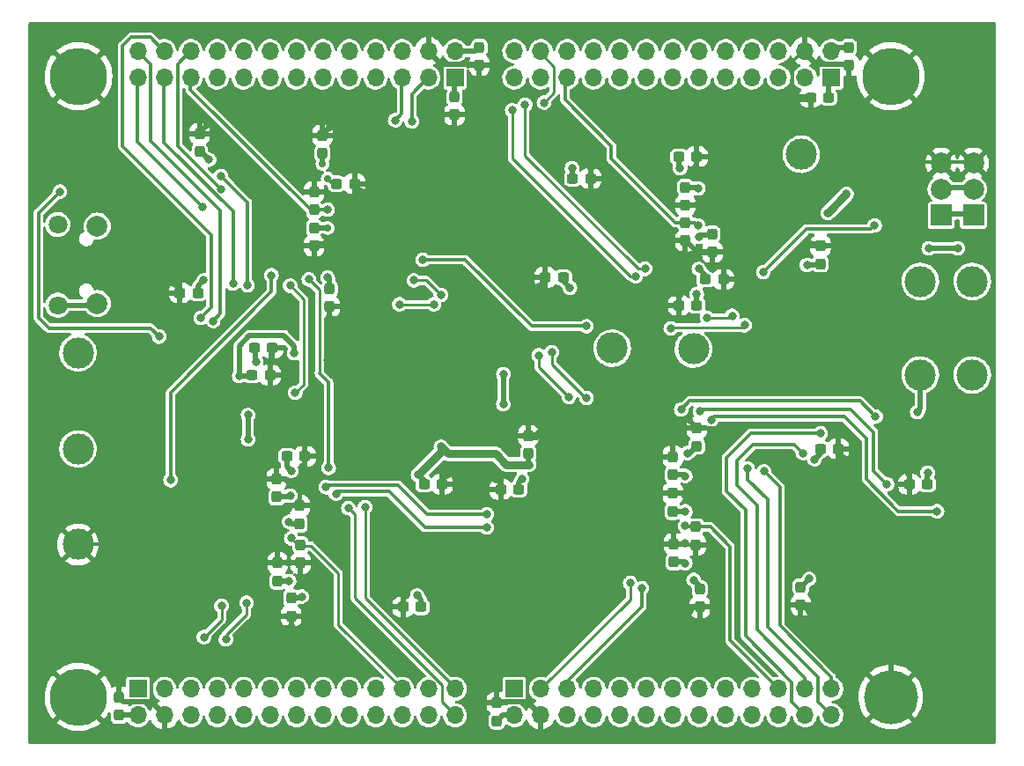
<source format=gbr>
G04 #@! TF.GenerationSoftware,KiCad,Pcbnew,(6.0.7-1)-1*
G04 #@! TF.CreationDate,2022-09-29T12:27:23-05:00*
G04 #@! TF.ProjectId,ramn,72616d6e-2e6b-4696-9361-645f70636258,rev?*
G04 #@! TF.SameCoordinates,Original*
G04 #@! TF.FileFunction,Copper,L2,Bot*
G04 #@! TF.FilePolarity,Positive*
%FSLAX46Y46*%
G04 Gerber Fmt 4.6, Leading zero omitted, Abs format (unit mm)*
G04 Created by KiCad (PCBNEW (6.0.7-1)-1) date 2022-09-29 12:27:23*
%MOMM*%
%LPD*%
G01*
G04 APERTURE LIST*
G04 Aperture macros list*
%AMRoundRect*
0 Rectangle with rounded corners*
0 $1 Rounding radius*
0 $2 $3 $4 $5 $6 $7 $8 $9 X,Y pos of 4 corners*
0 Add a 4 corners polygon primitive as box body*
4,1,4,$2,$3,$4,$5,$6,$7,$8,$9,$2,$3,0*
0 Add four circle primitives for the rounded corners*
1,1,$1+$1,$2,$3*
1,1,$1+$1,$4,$5*
1,1,$1+$1,$6,$7*
1,1,$1+$1,$8,$9*
0 Add four rect primitives between the rounded corners*
20,1,$1+$1,$2,$3,$4,$5,0*
20,1,$1+$1,$4,$5,$6,$7,0*
20,1,$1+$1,$6,$7,$8,$9,0*
20,1,$1+$1,$8,$9,$2,$3,0*%
G04 Aperture macros list end*
G04 #@! TA.AperFunction,ComponentPad*
%ADD10C,5.200000*%
G04 #@! TD*
G04 #@! TA.AperFunction,ComponentPad*
%ADD11C,3.000000*%
G04 #@! TD*
G04 #@! TA.AperFunction,ComponentPad*
%ADD12R,1.700000X1.700000*%
G04 #@! TD*
G04 #@! TA.AperFunction,ComponentPad*
%ADD13O,1.700000X1.700000*%
G04 #@! TD*
G04 #@! TA.AperFunction,ComponentPad*
%ADD14R,2.000000X2.000000*%
G04 #@! TD*
G04 #@! TA.AperFunction,ComponentPad*
%ADD15C,2.000000*%
G04 #@! TD*
G04 #@! TA.AperFunction,ComponentPad*
%ADD16C,5.500000*%
G04 #@! TD*
G04 #@! TA.AperFunction,ComponentPad*
%ADD17C,1.800000*%
G04 #@! TD*
G04 #@! TA.AperFunction,SMDPad,CuDef*
%ADD18RoundRect,0.237500X0.237500X-0.300000X0.237500X0.300000X-0.237500X0.300000X-0.237500X-0.300000X0*%
G04 #@! TD*
G04 #@! TA.AperFunction,SMDPad,CuDef*
%ADD19RoundRect,0.237500X0.300000X0.237500X-0.300000X0.237500X-0.300000X-0.237500X0.300000X-0.237500X0*%
G04 #@! TD*
G04 #@! TA.AperFunction,SMDPad,CuDef*
%ADD20RoundRect,0.237500X-0.300000X-0.237500X0.300000X-0.237500X0.300000X0.237500X-0.300000X0.237500X0*%
G04 #@! TD*
G04 #@! TA.AperFunction,SMDPad,CuDef*
%ADD21RoundRect,0.237500X-0.237500X0.300000X-0.237500X-0.300000X0.237500X-0.300000X0.237500X0.300000X0*%
G04 #@! TD*
G04 #@! TA.AperFunction,ViaPad*
%ADD22C,0.800000*%
G04 #@! TD*
G04 #@! TA.AperFunction,ViaPad*
%ADD23C,0.700000*%
G04 #@! TD*
G04 #@! TA.AperFunction,Conductor*
%ADD24C,0.300000*%
G04 #@! TD*
G04 #@! TA.AperFunction,Conductor*
%ADD25C,0.500000*%
G04 #@! TD*
G04 #@! TA.AperFunction,Conductor*
%ADD26C,0.250000*%
G04 #@! TD*
G04 #@! TA.AperFunction,Conductor*
%ADD27C,0.800000*%
G04 #@! TD*
G04 APERTURE END LIST*
D10*
X122555000Y-106680000D03*
D11*
X95770000Y-73140000D03*
D12*
X116840000Y-47117000D03*
D13*
X116840000Y-44577000D03*
X114300000Y-47117000D03*
X114300000Y-44577000D03*
X111760000Y-47117000D03*
X111760000Y-44577000D03*
X109220000Y-47117000D03*
X109220000Y-44577000D03*
X106680000Y-47117000D03*
X106680000Y-44577000D03*
X104140000Y-47117000D03*
X104140000Y-44577000D03*
X101600000Y-47117000D03*
X101600000Y-44577000D03*
X99060000Y-47117000D03*
X99060000Y-44577000D03*
X96520000Y-47117000D03*
X96520000Y-44577000D03*
X93980000Y-47117000D03*
X93980000Y-44577000D03*
X91440000Y-47117000D03*
X91440000Y-44577000D03*
X88900000Y-47117000D03*
X88900000Y-44577000D03*
X86360000Y-47117000D03*
X86360000Y-44577000D03*
D14*
X127405000Y-60360000D03*
X130505000Y-60360000D03*
D15*
X130505000Y-57860000D03*
X127405000Y-57860000D03*
X127405000Y-55360000D03*
X130505000Y-55360000D03*
D11*
X125405000Y-75730000D03*
X44405000Y-92030000D03*
D16*
X44450000Y-106680000D03*
D12*
X86360000Y-105900000D03*
D13*
X86360000Y-108440000D03*
X88900000Y-105900000D03*
X88900000Y-108440000D03*
X91440000Y-105900000D03*
X91440000Y-108440000D03*
X93980000Y-105900000D03*
X93980000Y-108440000D03*
X96520000Y-105900000D03*
X96520000Y-108440000D03*
X99060000Y-105900000D03*
X99060000Y-108440000D03*
X101600000Y-105900000D03*
X101600000Y-108440000D03*
X104140000Y-105900000D03*
X104140000Y-108440000D03*
X106680000Y-105900000D03*
X106680000Y-108440000D03*
X109220000Y-105900000D03*
X109220000Y-108440000D03*
X111760000Y-105900000D03*
X111760000Y-108440000D03*
X114300000Y-105900000D03*
X114300000Y-108440000D03*
X116840000Y-105900000D03*
X116840000Y-108440000D03*
D11*
X113950000Y-54500000D03*
X130405000Y-75730000D03*
X44405000Y-82830000D03*
X125405000Y-66730000D03*
D16*
X44450000Y-46990000D03*
D12*
X50165000Y-105900000D03*
D13*
X50165000Y-108440000D03*
X52705000Y-105900000D03*
X52705000Y-108440000D03*
X55245000Y-105900000D03*
X55245000Y-108440000D03*
X57785000Y-105900000D03*
X57785000Y-108440000D03*
X60325000Y-105900000D03*
X60325000Y-108440000D03*
X62865000Y-105900000D03*
X62865000Y-108440000D03*
X65405000Y-105900000D03*
X65405000Y-108440000D03*
X67945000Y-105900000D03*
X67945000Y-108440000D03*
X70485000Y-105900000D03*
X70485000Y-108440000D03*
X73025000Y-105900000D03*
X73025000Y-108440000D03*
X75565000Y-105900000D03*
X75565000Y-108440000D03*
X78105000Y-105900000D03*
X78105000Y-108440000D03*
X80645000Y-105900000D03*
X80645000Y-108440000D03*
D17*
X42455000Y-61255000D03*
D15*
X46255000Y-61405000D03*
D17*
X42455000Y-69005000D03*
D15*
X46255000Y-68855000D03*
D12*
X80645000Y-47117000D03*
D13*
X80645000Y-44577000D03*
X78105000Y-47117000D03*
X78105000Y-44577000D03*
X75565000Y-47117000D03*
X75565000Y-44577000D03*
X73025000Y-47117000D03*
X73025000Y-44577000D03*
X70485000Y-47117000D03*
X70485000Y-44577000D03*
X67945000Y-47117000D03*
X67945000Y-44577000D03*
X65405000Y-47117000D03*
X65405000Y-44577000D03*
X62865000Y-47117000D03*
X62865000Y-44577000D03*
X60325000Y-47117000D03*
X60325000Y-44577000D03*
X57785000Y-47117000D03*
X57785000Y-44577000D03*
X55245000Y-47117000D03*
X55245000Y-44577000D03*
X52705000Y-47117000D03*
X52705000Y-44577000D03*
X50165000Y-47117000D03*
X50165000Y-44577000D03*
D11*
X103580000Y-73230000D03*
X130405000Y-66730000D03*
X44405000Y-73580000D03*
D16*
X122555000Y-46990000D03*
D18*
X63605000Y-95530000D03*
X63605000Y-93805000D03*
X103905000Y-82555000D03*
X103905000Y-80830000D03*
X101705000Y-93692500D03*
X101705000Y-91967500D03*
D19*
X126067500Y-86230000D03*
X124342500Y-86230000D03*
D20*
X104742500Y-66530000D03*
X106467500Y-66530000D03*
D19*
X77405000Y-98030000D03*
X75680000Y-98030000D03*
D21*
X103805000Y-90330000D03*
X103805000Y-92055000D03*
D20*
X102180000Y-54730000D03*
X103905000Y-54730000D03*
X61142500Y-75730000D03*
X62867500Y-75730000D03*
D19*
X116567500Y-49030000D03*
X114842500Y-49030000D03*
D21*
X102805000Y-57667500D03*
X102805000Y-59392500D03*
X67105000Y-61567500D03*
X67105000Y-63292500D03*
D19*
X91067500Y-66330000D03*
X89342500Y-66330000D03*
X103905000Y-69030000D03*
X102180000Y-69030000D03*
D20*
X61367500Y-73130000D03*
X63092500Y-73130000D03*
D18*
X48350000Y-108452500D03*
X48350000Y-106727500D03*
D20*
X64505000Y-83530000D03*
X66230000Y-83530000D03*
D21*
X105405000Y-62167500D03*
X105405000Y-63892500D03*
D18*
X63505000Y-87455000D03*
X63505000Y-85730000D03*
D21*
X64905000Y-97167500D03*
X64905000Y-98892500D03*
X80605000Y-48967500D03*
X80605000Y-50692500D03*
D18*
X56105000Y-54255000D03*
X56105000Y-52530000D03*
X87705000Y-83292500D03*
X87705000Y-81567500D03*
D19*
X86767500Y-86730000D03*
X85042500Y-86730000D03*
D21*
X68605000Y-67430000D03*
X68605000Y-69155000D03*
X83005000Y-44205000D03*
X83005000Y-45930000D03*
D18*
X65705000Y-90030000D03*
X65705000Y-88305000D03*
D20*
X91980000Y-56830000D03*
X93705000Y-56830000D03*
X77680000Y-86230000D03*
X79405000Y-86230000D03*
X69267500Y-57330000D03*
X70992500Y-57330000D03*
D21*
X113905000Y-96105000D03*
X113905000Y-97830000D03*
D18*
X67905000Y-54417500D03*
X67905000Y-52692500D03*
D21*
X102805000Y-61067500D03*
X102805000Y-62792500D03*
X65805000Y-92067500D03*
X65805000Y-93792500D03*
X104205000Y-96305000D03*
X104205000Y-98030000D03*
D19*
X55930000Y-67830000D03*
X54205000Y-67830000D03*
D18*
X101605000Y-85292500D03*
X101605000Y-83567500D03*
X84680000Y-108975000D03*
X84680000Y-107250000D03*
D21*
X118530000Y-44210000D03*
X118530000Y-45935000D03*
D18*
X67105000Y-59855000D03*
X67105000Y-58130000D03*
X115805000Y-65030000D03*
X115805000Y-63305000D03*
D20*
X115780000Y-82830000D03*
X117505000Y-82830000D03*
D18*
X101605000Y-88830000D03*
X101605000Y-87105000D03*
D22*
X42655000Y-58080000D03*
X52205000Y-72030000D03*
X72954647Y-63280353D03*
X84605000Y-85730000D03*
X129105000Y-86730000D03*
X56905000Y-51630000D03*
X51905000Y-93430000D03*
X121005000Y-57330000D03*
X53305000Y-69030000D03*
X102805000Y-87230000D03*
X81605000Y-57230000D03*
X88705000Y-67230000D03*
X104005000Y-59330000D03*
X122305000Y-69130000D03*
X107705000Y-64430000D03*
X68405000Y-62830000D03*
X58605000Y-95330000D03*
X124305000Y-85130000D03*
X51905000Y-97230000D03*
X114805000Y-98530000D03*
X93205000Y-96730000D03*
X81605000Y-61130000D03*
X121905000Y-83930000D03*
X89005000Y-99930000D03*
X64935034Y-99946078D03*
X111705000Y-57230000D03*
X104105000Y-63830000D03*
X75505000Y-72130000D03*
X45005000Y-66430000D03*
X124040000Y-50560000D03*
X112905000Y-71030000D03*
X62905000Y-74530000D03*
X72005000Y-75230000D03*
X118205000Y-83830000D03*
X68605000Y-70230000D03*
X71655000Y-58080000D03*
X89905000Y-92330000D03*
X58605000Y-81230000D03*
X79906689Y-85337122D03*
X114705000Y-63130000D03*
X64605000Y-88630000D03*
X68405000Y-74330000D03*
X89805000Y-96430000D03*
X53605000Y-66830000D03*
X75905000Y-96930000D03*
X60405000Y-86130000D03*
X95505000Y-92130000D03*
X82005000Y-67330000D03*
X93705000Y-55730000D03*
X47605000Y-66430000D03*
X103205000Y-98430000D03*
X57105000Y-95830000D03*
X47505000Y-57030000D03*
X68655000Y-51830000D03*
X103805000Y-55830000D03*
X83605000Y-80030000D03*
X64705000Y-93730000D03*
X102305000Y-67930000D03*
X102805000Y-91930000D03*
X98405000Y-83930000D03*
X51005000Y-100930000D03*
X76805000Y-56130000D03*
X66005000Y-84530000D03*
X103105000Y-79977335D03*
X68405000Y-59830000D03*
X56480500Y-66630000D03*
X65205000Y-73630000D03*
D23*
X68405000Y-61580000D03*
D22*
X59905000Y-75830000D03*
X57005000Y-55030000D03*
D23*
X68405000Y-56830000D03*
D22*
X68405000Y-66330000D03*
D23*
X67905000Y-55430000D03*
D22*
X64905000Y-91430000D03*
X64705000Y-95530000D03*
X64805000Y-87330000D03*
X64705000Y-89830000D03*
X79305000Y-82630000D03*
X65905000Y-97030000D03*
X77005000Y-96930000D03*
X77105000Y-85330000D03*
X87805000Y-84330000D03*
X64905000Y-84930000D03*
X102805000Y-90230000D03*
X103605000Y-95430000D03*
X114705000Y-95330000D03*
X102805000Y-88830000D03*
X102805000Y-85430000D03*
X103005000Y-83230000D03*
X115205000Y-83830000D03*
X102805000Y-93830000D03*
X104005000Y-61330000D03*
X91705000Y-67330000D03*
X104055000Y-57780000D03*
X104105000Y-62430000D03*
X102305000Y-55830000D03*
X104105000Y-65530000D03*
X91905000Y-55830000D03*
X103905000Y-67930000D03*
X129005000Y-63530000D03*
X126205000Y-63530000D03*
X76505000Y-51330000D03*
X74905000Y-51230000D03*
X58155000Y-57830000D03*
X59305000Y-66930000D03*
X56205000Y-70230000D03*
X60705000Y-67080000D03*
X58155000Y-56580000D03*
X56405000Y-59530000D03*
X57405000Y-70530000D03*
X56505000Y-100930000D03*
X58205000Y-97930000D03*
X60605000Y-97630000D03*
X58630000Y-101150000D03*
X72005000Y-88430000D03*
X70405000Y-88530000D03*
X97505000Y-95730000D03*
X98605000Y-96230000D03*
X114105000Y-83230000D03*
X115805000Y-81330000D03*
X110370000Y-85000000D03*
X108805000Y-84730000D03*
X89205000Y-49530000D03*
X86150000Y-50275000D03*
X98005000Y-66230000D03*
X98931696Y-65508643D03*
X87405000Y-49730000D03*
X85305000Y-75630000D03*
X125105000Y-79280000D03*
X85305000Y-78530000D03*
X60755000Y-79580000D03*
X60755000Y-81930000D03*
X121105000Y-79730000D03*
X102405000Y-79030000D03*
X121005000Y-61330000D03*
X110305000Y-65830000D03*
X101405000Y-71230000D03*
X108505000Y-70930000D03*
X107305000Y-70030000D03*
X104905000Y-70230000D03*
X65305000Y-77430000D03*
X64805000Y-67130000D03*
X66605000Y-66530000D03*
X68505000Y-84655500D03*
X83705000Y-90384595D03*
X69205000Y-87130000D03*
X83705000Y-89130000D03*
X68228056Y-86506944D03*
X53305000Y-85830000D03*
X63005000Y-66130000D03*
X79305000Y-68030000D03*
X89951364Y-73522476D03*
X76705000Y-66630000D03*
X93305000Y-77930000D03*
X127005000Y-88830000D03*
X105305000Y-80030000D03*
X104205000Y-79230000D03*
X122205000Y-86230000D03*
X91605000Y-77830000D03*
X75305000Y-68930000D03*
X88705000Y-73830000D03*
X78605000Y-68930000D03*
X77555500Y-64630000D03*
X93305000Y-71030000D03*
X61505000Y-74430000D03*
X87105000Y-85730000D03*
X126105000Y-85130000D03*
X114505000Y-65130000D03*
X116505000Y-60130000D03*
X118305000Y-58330000D03*
D24*
X40590003Y-70215003D02*
X40590003Y-60144997D01*
X41605000Y-71230000D02*
X40590003Y-70215003D01*
X52205000Y-72030000D02*
X51405000Y-71230000D01*
X40590003Y-60144997D02*
X42655000Y-58080000D01*
X51405000Y-71230000D02*
X41605000Y-71230000D01*
D25*
X42455000Y-69005000D02*
X46105000Y-69005000D01*
D24*
X98505000Y-92130000D02*
X95505000Y-92130000D01*
X108071409Y-66528694D02*
X108603694Y-66528694D01*
X121505000Y-71030000D02*
X122305000Y-70230000D01*
X122005000Y-92430000D02*
X127005000Y-92430000D01*
X121705000Y-57330000D02*
X122305000Y-57930000D01*
X61205000Y-88630000D02*
X60405000Y-87830000D01*
X102155000Y-65880000D02*
X96505000Y-60230000D01*
X64705000Y-93730000D02*
X64705000Y-93030000D01*
X58605000Y-95330000D02*
X58605000Y-91230000D01*
D25*
X66230000Y-83530000D02*
X66230000Y-84305000D01*
D24*
X51705000Y-69030000D02*
X50305000Y-67630000D01*
X111105000Y-71030000D02*
X112905000Y-71030000D01*
X66005000Y-84530000D02*
X66005000Y-85630000D01*
X101405000Y-80530000D02*
X101405000Y-82330000D01*
X58605000Y-91230000D02*
X61205000Y-88630000D01*
X105505000Y-57030000D02*
X104305000Y-55830000D01*
X82605000Y-61130000D02*
X81605000Y-61130000D01*
X81605000Y-57230000D02*
X81605000Y-52930000D01*
X91505000Y-82530000D02*
X91505000Y-90730000D01*
D25*
X50170000Y-107170000D02*
X51435000Y-107170000D01*
D24*
X102930000Y-92055000D02*
X102805000Y-91930000D01*
X81605000Y-61130000D02*
X81605000Y-57230000D01*
X98405000Y-87930000D02*
X98405000Y-83930000D01*
D26*
X102880000Y-92005000D02*
X103705000Y-92005000D01*
D25*
X102767500Y-91967500D02*
X102805000Y-91930000D01*
D24*
X62555000Y-90880000D02*
X61205000Y-89530000D01*
X107705000Y-64430000D02*
X107705000Y-62330000D01*
X95605000Y-68930000D02*
X89305000Y-68930000D01*
D25*
X118445000Y-45850000D02*
X115360000Y-45850000D01*
D24*
X111705000Y-50635000D02*
X111705000Y-57230000D01*
D25*
X68105000Y-63130000D02*
X68405000Y-62830000D01*
D24*
X88705000Y-67230000D02*
X87105000Y-67230000D01*
X100530000Y-87105000D02*
X95505000Y-92130000D01*
D25*
X80605000Y-50692500D02*
X80605000Y-51930000D01*
X82920001Y-45845001D02*
X79355001Y-45845001D01*
D24*
X76805000Y-56130000D02*
X80505000Y-56130000D01*
X94105000Y-96730000D02*
X95505000Y-95330000D01*
X83905000Y-96430000D02*
X82005000Y-94530000D01*
D25*
X64767500Y-93792500D02*
X64705000Y-93730000D01*
X105305000Y-63955000D02*
X104230000Y-63955000D01*
D24*
X60405000Y-87830000D02*
X60405000Y-86130000D01*
X91405000Y-96430000D02*
X89805000Y-96430000D01*
X64935034Y-99946078D02*
X63321078Y-99946078D01*
X119980000Y-63305000D02*
X122305000Y-65630000D01*
X71655000Y-58080000D02*
X72954647Y-59379647D01*
X89805000Y-99630000D02*
X89505000Y-99930000D01*
X107705000Y-62330000D02*
X111705000Y-58330000D01*
X118205000Y-83830000D02*
X118205000Y-88630000D01*
X60405000Y-86130000D02*
X58605000Y-84330000D01*
X122305000Y-70230000D02*
X122305000Y-69130000D01*
X104705000Y-59330000D02*
X107705000Y-62330000D01*
D25*
X104105000Y-63830000D02*
X103842500Y-63830000D01*
D24*
X87205000Y-92330000D02*
X85105000Y-90230000D01*
X88705000Y-68330000D02*
X88705000Y-67230000D01*
X85105000Y-88730000D02*
X84205000Y-87830000D01*
X89805000Y-96430000D02*
X83905000Y-96430000D01*
X95505000Y-90830000D02*
X98405000Y-87930000D01*
X129105000Y-90330000D02*
X129105000Y-86730000D01*
D25*
X101605000Y-82530000D02*
X101405000Y-82330000D01*
D27*
X88442500Y-81567500D02*
X87705000Y-81567500D01*
D24*
X114805000Y-98530000D02*
X119105000Y-98530000D01*
X79906689Y-85337122D02*
X79913811Y-85330000D01*
X80305000Y-65630000D02*
X73905000Y-65630000D01*
X104105000Y-63830000D02*
X102155000Y-65780000D01*
D25*
X114705000Y-63130000D02*
X115630000Y-63130000D01*
D24*
X85255000Y-63780000D02*
X82605000Y-61130000D01*
X91505000Y-90730000D02*
X89905000Y-92330000D01*
X69705000Y-85530000D02*
X72005000Y-83230000D01*
D25*
X103905000Y-55730000D02*
X103805000Y-55830000D01*
D24*
X73905000Y-66930000D02*
X73905000Y-65630000D01*
X109705000Y-69630000D02*
X111105000Y-71030000D01*
X121005000Y-55930000D02*
X121005000Y-57330000D01*
X80505000Y-56130000D02*
X81605000Y-57230000D01*
X62705000Y-60630000D02*
X62705000Y-57430000D01*
X64705000Y-93030000D02*
X62555000Y-90880000D01*
D25*
X63505000Y-85730000D02*
X64305706Y-85730000D01*
D24*
X100305000Y-93930000D02*
X98505000Y-92130000D01*
X85105000Y-90230000D02*
X85105000Y-88730000D01*
X73305000Y-51830000D02*
X68655000Y-51830000D01*
X57805000Y-71730000D02*
X61905000Y-67630000D01*
D25*
X63605000Y-93805000D02*
X64630000Y-93805000D01*
D24*
X103805000Y-92055000D02*
X102930000Y-92055000D01*
X96505000Y-68030000D02*
X95605000Y-68930000D01*
X102305000Y-67930000D02*
X102205000Y-68030000D01*
X129105000Y-85530000D02*
X129105000Y-86730000D01*
X67005000Y-85530000D02*
X69705000Y-85530000D01*
X47605000Y-66430000D02*
X45005000Y-66430000D01*
X76805000Y-55330000D02*
X73305000Y-51830000D01*
X124305000Y-85130000D02*
X123105000Y-83930000D01*
D25*
X85042500Y-86167500D02*
X84605000Y-85730000D01*
X64930000Y-88305000D02*
X64605000Y-88630000D01*
X51435000Y-107170000D02*
X52705000Y-108440000D01*
D24*
X83605000Y-77930000D02*
X77805000Y-72130000D01*
X89060000Y-80950000D02*
X89925000Y-80950000D01*
X60805000Y-85730000D02*
X60405000Y-86130000D01*
X49205000Y-65730000D02*
X49205000Y-57730000D01*
X93205000Y-96730000D02*
X94105000Y-96730000D01*
X81605000Y-52930000D02*
X80605000Y-51930000D01*
X127005000Y-92430000D02*
X129105000Y-90330000D01*
X102205000Y-68030000D02*
X96505000Y-68030000D01*
D25*
X75680000Y-98030000D02*
X75680000Y-97155000D01*
D24*
X124305000Y-85130000D02*
X125505000Y-83930000D01*
X70605000Y-70230000D02*
X73905000Y-66930000D01*
D25*
X104230000Y-63955000D02*
X104105000Y-63830000D01*
X64305706Y-85730000D02*
X64705353Y-86129647D01*
D24*
X96505000Y-60230000D02*
X96505000Y-57430000D01*
X79905000Y-51930000D02*
X79405000Y-51430000D01*
X65367500Y-63292500D02*
X63405000Y-61330000D01*
X96505000Y-57430000D02*
X94805000Y-55730000D01*
X66005000Y-85630000D02*
X65505353Y-86129647D01*
X104305000Y-55830000D02*
X103805000Y-55830000D01*
X54705000Y-71730000D02*
X57805000Y-71730000D01*
D25*
X75680000Y-97155000D02*
X75905000Y-96930000D01*
D24*
X50305000Y-66830000D02*
X49205000Y-65730000D01*
X130505000Y-55230000D02*
X127405000Y-55230000D01*
X67105000Y-63292500D02*
X65367500Y-63292500D01*
X62905000Y-74530000D02*
X63705000Y-74530000D01*
X103105000Y-79977335D02*
X101957665Y-79977335D01*
D25*
X64630000Y-93805000D02*
X64705000Y-93730000D01*
X117505000Y-83130000D02*
X118205000Y-83830000D01*
D24*
X119105000Y-98530000D02*
X122005000Y-95630000D01*
D25*
X56105000Y-52430000D02*
X56905000Y-51630000D01*
D24*
X89060000Y-80950000D02*
X88140000Y-80030000D01*
X111705000Y-58330000D02*
X111705000Y-57230000D01*
X83105000Y-87830000D02*
X82105000Y-86830000D01*
X70905000Y-57330000D02*
X71655000Y-58080000D01*
X51440000Y-106925000D02*
X51440000Y-101365000D01*
D25*
X85042500Y-86730000D02*
X85042500Y-86167500D01*
X47505000Y-50045000D02*
X47505000Y-57030000D01*
D24*
X49205000Y-57730000D02*
X48505000Y-57030000D01*
X76805000Y-61530000D02*
X76805000Y-61130000D01*
D25*
X84750000Y-107180000D02*
X87640000Y-107180000D01*
X89342500Y-66592500D02*
X88705000Y-67230000D01*
D24*
X62705000Y-57430000D02*
X56905000Y-51630000D01*
X116605000Y-80430000D02*
X117505000Y-81330000D01*
X63405000Y-77830000D02*
X60305000Y-77830000D01*
D25*
X63005000Y-74430000D02*
X62905000Y-74530000D01*
D24*
X101705000Y-91967500D02*
X98667500Y-91967500D01*
X83605000Y-80030000D02*
X83605000Y-77930000D01*
X76805000Y-56130000D02*
X76805000Y-55330000D01*
X80605000Y-51930000D02*
X79905000Y-51930000D01*
X61905000Y-62730000D02*
X63305000Y-61330000D01*
D25*
X54205000Y-67430000D02*
X53605000Y-66830000D01*
D24*
X73905000Y-65630000D02*
X72954647Y-64679647D01*
X105505000Y-58530000D02*
X105505000Y-57030000D01*
X77805000Y-72130000D02*
X75505000Y-72130000D01*
X71255353Y-63280353D02*
X70805000Y-62830000D01*
D25*
X93705000Y-56830000D02*
X93705000Y-55730000D01*
X102180000Y-68055000D02*
X102180000Y-69030000D01*
D24*
X51440000Y-101365000D02*
X51005000Y-100930000D01*
X115805000Y-63305000D02*
X119980000Y-63305000D01*
X104005000Y-59330000D02*
X104705000Y-59330000D01*
D25*
X103842500Y-63830000D02*
X102805000Y-62792500D01*
D24*
X122005000Y-95630000D02*
X122005000Y-92430000D01*
D25*
X67155000Y-63130000D02*
X68105000Y-63130000D01*
D24*
X125505000Y-83930000D02*
X127505000Y-83930000D01*
X108205000Y-80830000D02*
X108605000Y-80430000D01*
X95505000Y-95330000D02*
X95505000Y-92130000D01*
D25*
X87640000Y-107180000D02*
X88900000Y-108440000D01*
X102680000Y-87105000D02*
X102805000Y-87230000D01*
D24*
X51905000Y-97230000D02*
X51905000Y-95930000D01*
X81605000Y-61130000D02*
X76805000Y-61130000D01*
D25*
X103905000Y-80777335D02*
X103105000Y-79977335D01*
D24*
X88140000Y-80030000D02*
X83605000Y-80030000D01*
D25*
X115360000Y-45850000D02*
X114090000Y-44580000D01*
D24*
X87105000Y-67230000D02*
X85255000Y-65380000D01*
X51195000Y-107170000D02*
X51440000Y-106925000D01*
X113100000Y-48860000D02*
X113100000Y-45570000D01*
X99205000Y-82330000D02*
X98405000Y-83130000D01*
X85255000Y-65380000D02*
X85255000Y-63780000D01*
D25*
X124342500Y-85167500D02*
X124305000Y-85130000D01*
X50170000Y-107170000D02*
X48792500Y-107170000D01*
D27*
X114842500Y-49030000D02*
X113310000Y-49030000D01*
D24*
X87640000Y-101295000D02*
X89005000Y-99930000D01*
X50170000Y-107170000D02*
X51195000Y-107170000D01*
D25*
X64905000Y-98892500D02*
X64905000Y-99916044D01*
D24*
X127405000Y-55230000D02*
X123905000Y-55230000D01*
X89805000Y-92430000D02*
X89905000Y-92330000D01*
X75054647Y-63280353D02*
X76805000Y-61530000D01*
D25*
X122555000Y-101980000D02*
X119105000Y-98530000D01*
D27*
X89060000Y-80950000D02*
X88442500Y-81567500D01*
D24*
X127505000Y-83930000D02*
X129105000Y-85530000D01*
X53305000Y-70330000D02*
X54705000Y-71730000D01*
X79405000Y-51430000D02*
X79405000Y-45895000D01*
X51005000Y-100930000D02*
X51905000Y-100030000D01*
X105405000Y-63892500D02*
X106367500Y-63892500D01*
D27*
X113310000Y-49030000D02*
X113290000Y-49050000D01*
D24*
X79913811Y-85330000D02*
X81705000Y-85330000D01*
X68605000Y-70230000D02*
X68605000Y-74130000D01*
X82105000Y-85730000D02*
X84605000Y-85730000D01*
X113100000Y-45570000D02*
X114090000Y-44580000D01*
X81705000Y-85330000D02*
X82105000Y-85730000D01*
X93205000Y-96730000D02*
X91705000Y-96730000D01*
D25*
X108071409Y-66528694D02*
X108070103Y-66530000D01*
D24*
X61805000Y-91630000D02*
X62555000Y-90880000D01*
X72005000Y-83230000D02*
X72005000Y-75230000D01*
X101605000Y-87105000D02*
X100530000Y-87105000D01*
X53605000Y-66830000D02*
X50305000Y-66830000D01*
X75905000Y-95430000D02*
X75905000Y-96930000D01*
X72954647Y-59379647D02*
X72954647Y-63280353D01*
X63505000Y-85730000D02*
X60805000Y-85730000D01*
X48505000Y-66430000D02*
X49205000Y-65730000D01*
X98667500Y-91967500D02*
X98505000Y-92130000D01*
X57105000Y-95830000D02*
X58105000Y-95830000D01*
X64305000Y-76930000D02*
X63405000Y-77830000D01*
X76805000Y-94530000D02*
X75905000Y-95430000D01*
X58605000Y-84330000D02*
X58605000Y-81230000D01*
X51905000Y-100030000D02*
X51905000Y-97230000D01*
X72954647Y-63280353D02*
X71255353Y-63280353D01*
X123905000Y-55230000D02*
X121705000Y-55230000D01*
X63705000Y-74530000D02*
X64305000Y-75130000D01*
D25*
X104205000Y-98030000D02*
X103605000Y-98030000D01*
D24*
X61805000Y-98430000D02*
X61805000Y-91630000D01*
D25*
X54205000Y-67830000D02*
X54205000Y-67430000D01*
D24*
X58105000Y-95830000D02*
X58605000Y-95330000D01*
D25*
X66230000Y-84305000D02*
X66005000Y-84530000D01*
D24*
X102305000Y-67930000D02*
X102305000Y-66030000D01*
D25*
X103942500Y-59392500D02*
X104005000Y-59330000D01*
D24*
X104705000Y-59330000D02*
X105505000Y-58530000D01*
X113290000Y-49050000D02*
X111705000Y-50635000D01*
X63321078Y-99946078D02*
X61805000Y-98430000D01*
X63305000Y-61330000D02*
X63405000Y-61330000D01*
D25*
X108070103Y-66530000D02*
X106467500Y-66530000D01*
D24*
X72005000Y-75230000D02*
X69305000Y-75230000D01*
D25*
X65705000Y-88305000D02*
X64930000Y-88305000D01*
D24*
X51905000Y-95930000D02*
X51905000Y-93430000D01*
X75505000Y-73630000D02*
X75505000Y-72130000D01*
X72954647Y-64679647D02*
X72954647Y-63280353D01*
X106367500Y-63892500D02*
X106905000Y-64430000D01*
X106905000Y-64430000D02*
X107705000Y-64430000D01*
D25*
X62867500Y-75730000D02*
X62867500Y-74567500D01*
X79355001Y-45845001D02*
X78090000Y-44580000D01*
D24*
X89805000Y-96430000D02*
X89805000Y-92430000D01*
X47605000Y-66430000D02*
X48505000Y-66430000D01*
D25*
X79405000Y-85838811D02*
X79906689Y-85337122D01*
X79405000Y-86230000D02*
X79405000Y-85838811D01*
D24*
X61205000Y-89530000D02*
X61205000Y-88630000D01*
X63405000Y-61330000D02*
X62705000Y-60630000D01*
X89805000Y-96430000D02*
X89805000Y-99630000D01*
X102305000Y-66030000D02*
X102155000Y-65880000D01*
D25*
X103605000Y-98030000D02*
X103205000Y-98430000D01*
X64905000Y-99916044D02*
X64935034Y-99946078D01*
D24*
X95505000Y-92130000D02*
X95505000Y-90830000D01*
D25*
X101705000Y-91967500D02*
X102767500Y-91967500D01*
D24*
X50305000Y-67630000D02*
X50305000Y-66830000D01*
D25*
X122555000Y-106500000D02*
X122555000Y-101980000D01*
X65805000Y-93792500D02*
X64767500Y-93792500D01*
X101605000Y-87105000D02*
X102680000Y-87105000D01*
D24*
X103905000Y-80830000D02*
X108205000Y-80830000D01*
X84205000Y-87830000D02*
X83105000Y-87830000D01*
X79405000Y-45895000D02*
X78090000Y-44580000D01*
X94805000Y-55730000D02*
X93705000Y-55730000D01*
X82005000Y-67330000D02*
X80305000Y-65630000D01*
D25*
X67905000Y-52580000D02*
X68655000Y-51830000D01*
X89342500Y-66330000D02*
X89342500Y-66592500D01*
D24*
X70805000Y-62830000D02*
X68405000Y-62830000D01*
X112905000Y-71030000D02*
X121505000Y-71030000D01*
X82105000Y-86830000D02*
X82105000Y-85730000D01*
X118205000Y-88630000D02*
X122005000Y-92430000D01*
X72005000Y-75230000D02*
X73905000Y-75230000D01*
D25*
X63005000Y-73130000D02*
X63005000Y-74430000D01*
D24*
X108605000Y-80430000D02*
X116605000Y-80430000D01*
D25*
X117505000Y-82830000D02*
X117505000Y-83130000D01*
D24*
X123105000Y-83930000D02*
X121905000Y-83930000D01*
X101305000Y-98430000D02*
X100305000Y-97430000D01*
X69305000Y-75230000D02*
X68405000Y-74330000D01*
D25*
X114105000Y-97830000D02*
X114805000Y-98530000D01*
D24*
X52005000Y-95830000D02*
X51905000Y-95930000D01*
X91705000Y-96730000D02*
X91405000Y-96430000D01*
D25*
X102305000Y-67930000D02*
X102180000Y-68055000D01*
D24*
X100305000Y-97430000D02*
X100305000Y-93930000D01*
X53305000Y-69030000D02*
X51705000Y-69030000D01*
X58605000Y-79530000D02*
X58605000Y-81230000D01*
X113290000Y-49050000D02*
X113100000Y-48860000D01*
D25*
X62867500Y-74567500D02*
X62905000Y-74530000D01*
D24*
X53305000Y-69030000D02*
X53305000Y-70330000D01*
X76805000Y-61130000D02*
X76805000Y-56130000D01*
X64305000Y-75130000D02*
X64305000Y-76930000D01*
D25*
X102805000Y-59392500D02*
X103942500Y-59392500D01*
D24*
X68605000Y-74130000D02*
X68405000Y-74330000D01*
D25*
X124342500Y-86230000D02*
X124342500Y-85167500D01*
D24*
X51905000Y-93430000D02*
X50505000Y-92030000D01*
X122305000Y-65630000D02*
X122305000Y-69130000D01*
D25*
X103905000Y-54730000D02*
X103905000Y-55730000D01*
D24*
X121005000Y-57330000D02*
X121705000Y-57330000D01*
X103205000Y-98430000D02*
X101305000Y-98430000D01*
D25*
X68605000Y-69155000D02*
X68605000Y-70230000D01*
D24*
X122305000Y-57930000D02*
X122305000Y-65630000D01*
X60305000Y-77830000D02*
X58605000Y-79530000D01*
X102155000Y-65780000D02*
X102155000Y-65880000D01*
D25*
X44450000Y-46990000D02*
X47505000Y-50045000D01*
D24*
X66005000Y-84530000D02*
X67005000Y-85530000D01*
X108071409Y-66528694D02*
X107705000Y-66162285D01*
X108603694Y-66528694D02*
X109705000Y-67630000D01*
X89305000Y-68930000D02*
X88705000Y-68330000D01*
D26*
X102805000Y-91930000D02*
X102880000Y-92005000D01*
D25*
X101605000Y-83567500D02*
X101605000Y-82530000D01*
D24*
X68605000Y-70230000D02*
X70605000Y-70230000D01*
X101957665Y-79977335D02*
X101405000Y-80530000D01*
X98405000Y-83130000D02*
X98405000Y-83930000D01*
X73905000Y-75230000D02*
X75505000Y-73630000D01*
X117505000Y-81330000D02*
X117505000Y-82830000D01*
X107705000Y-66162285D02*
X107705000Y-64430000D01*
X57105000Y-95830000D02*
X52005000Y-95830000D01*
X72954647Y-63280353D02*
X75054647Y-63280353D01*
X50505000Y-92030000D02*
X44405000Y-92030000D01*
X109705000Y-67630000D02*
X109705000Y-69630000D01*
X101405000Y-82330000D02*
X99205000Y-82330000D01*
X121705000Y-55230000D02*
X121005000Y-55930000D01*
X89905000Y-92330000D02*
X87205000Y-92330000D01*
X89505000Y-99930000D02*
X89005000Y-99930000D01*
X87640000Y-107180000D02*
X87640000Y-101295000D01*
X64605000Y-88630000D02*
X61205000Y-88630000D01*
X48505000Y-57030000D02*
X47505000Y-57030000D01*
X89925000Y-80950000D02*
X91505000Y-82530000D01*
D25*
X48792500Y-107170000D02*
X48350000Y-106727500D01*
D24*
X65505353Y-86129647D02*
X64705353Y-86129647D01*
X82005000Y-94530000D02*
X76805000Y-94530000D01*
X61905000Y-67630000D02*
X61905000Y-62730000D01*
X68380000Y-59855000D02*
X66762919Y-59855000D01*
X66762919Y-59855000D02*
X55230000Y-48322081D01*
X55230000Y-48322081D02*
X55230000Y-47120000D01*
X68405000Y-59830000D02*
X68380000Y-59855000D01*
D25*
X65205000Y-73630000D02*
X65205000Y-72930000D01*
X55930000Y-67830000D02*
X55930000Y-67180500D01*
X65205000Y-72930000D02*
X64205000Y-71930000D01*
X64205000Y-71930000D02*
X60905000Y-71930000D01*
X80605000Y-48967500D02*
X80605000Y-47145000D01*
X67905000Y-54330000D02*
X67905000Y-55430000D01*
X68605000Y-67430000D02*
X68605000Y-66530000D01*
X68605000Y-66530000D02*
X68405000Y-66330000D01*
X55930000Y-67180500D02*
X56480500Y-66630000D01*
X59905000Y-72930000D02*
X59905000Y-75830000D01*
D24*
X68905000Y-57330000D02*
X68405000Y-56830000D01*
D25*
X67155000Y-61580000D02*
X68405000Y-61580000D01*
X56230000Y-54255000D02*
X57005000Y-55030000D01*
X59905000Y-75830000D02*
X61042500Y-75830000D01*
X60905000Y-71930000D02*
X59905000Y-72930000D01*
X80630000Y-44580000D02*
X82630000Y-44580000D01*
X82630000Y-44580000D02*
X83005000Y-44205000D01*
X84715000Y-108975000D02*
X85250000Y-108440000D01*
X85250000Y-108440000D02*
X86360000Y-108440000D01*
X48350000Y-108452500D02*
X50152500Y-108452500D01*
X118530000Y-44210000D02*
X117207000Y-44210000D01*
D26*
X75565000Y-105900000D02*
X69422928Y-99757928D01*
X65630000Y-92155000D02*
X64905000Y-91430000D01*
X69422928Y-94747928D02*
X66830000Y-92155000D01*
X69422928Y-99757928D02*
X69422928Y-94747928D01*
X66830000Y-92155000D02*
X65630000Y-92155000D01*
D27*
X79967500Y-83292500D02*
X84567500Y-83292500D01*
X85605000Y-84330000D02*
X87805000Y-84330000D01*
D25*
X64805000Y-87330000D02*
X64680000Y-87455000D01*
X65767500Y-97167500D02*
X65905000Y-97030000D01*
D27*
X79305000Y-82630000D02*
X79967500Y-83292500D01*
D25*
X64905000Y-90030000D02*
X64705000Y-89830000D01*
X77680000Y-86230000D02*
X77680000Y-85905000D01*
X87705000Y-83292500D02*
X87705000Y-84230000D01*
X64905000Y-97167500D02*
X65767500Y-97167500D01*
X87705000Y-84230000D02*
X87805000Y-84330000D01*
X65705000Y-90030000D02*
X64905000Y-90030000D01*
X64680000Y-87455000D02*
X63505000Y-87455000D01*
X77680000Y-85905000D02*
X77105000Y-85330000D01*
D27*
X79305000Y-83130000D02*
X77105000Y-85330000D01*
D25*
X64505000Y-83530000D02*
X64505000Y-84530000D01*
X64505000Y-84530000D02*
X64905000Y-84930000D01*
X77405000Y-98030000D02*
X77405000Y-97330000D01*
X63605000Y-95530000D02*
X64705000Y-95530000D01*
X77405000Y-97330000D02*
X77005000Y-96930000D01*
D27*
X79305000Y-82630000D02*
X79305000Y-83130000D01*
X84567500Y-83292500D02*
X85605000Y-84330000D01*
D24*
X107105000Y-92230000D02*
X105205000Y-90330000D01*
X111760000Y-105900000D02*
X107105000Y-101245000D01*
X102905000Y-90330000D02*
X102805000Y-90230000D01*
X105205000Y-90330000D02*
X103805000Y-90330000D01*
X107105000Y-101245000D02*
X107105000Y-92230000D01*
X103805000Y-90330000D02*
X102905000Y-90330000D01*
D25*
X101605000Y-88830000D02*
X102805000Y-88830000D01*
X115780000Y-83255000D02*
X115205000Y-83830000D01*
X101705000Y-93692500D02*
X102667500Y-93692500D01*
X115780000Y-82830000D02*
X115780000Y-83255000D01*
X104205000Y-96030000D02*
X103605000Y-95430000D01*
X101605000Y-85292500D02*
X102667500Y-85292500D01*
X103230000Y-83230000D02*
X103905000Y-82555000D01*
X103005000Y-83230000D02*
X103230000Y-83230000D01*
X102667500Y-85292500D02*
X102805000Y-85430000D01*
X102667500Y-93692500D02*
X102805000Y-93830000D01*
X113930000Y-96105000D02*
X114705000Y-95330000D01*
D24*
X103742500Y-61067500D02*
X104005000Y-61330000D01*
X95705000Y-54930000D02*
X95705000Y-53730000D01*
X102805000Y-61067500D02*
X103742500Y-61067500D01*
X91230000Y-49255000D02*
X91230000Y-47120000D01*
X95705000Y-54930000D02*
X101842500Y-61067500D01*
X95705000Y-53730000D02*
X91230000Y-49255000D01*
X101842500Y-61067500D02*
X102805000Y-61067500D01*
D25*
X104742500Y-66530000D02*
X104742500Y-66167500D01*
X102805000Y-57667500D02*
X103942500Y-57667500D01*
X116567500Y-49030000D02*
X116567500Y-47182500D01*
X102180000Y-55705000D02*
X102305000Y-55830000D01*
D24*
X102805000Y-57755000D02*
X104030000Y-57755000D01*
D25*
X91980000Y-55905000D02*
X91905000Y-55830000D01*
X103942500Y-57667500D02*
X104055000Y-57780000D01*
X91980000Y-56830000D02*
X91980000Y-55905000D01*
X104305000Y-62230000D02*
X104105000Y-62430000D01*
X102180000Y-54730000D02*
X102180000Y-55705000D01*
X103905000Y-69030000D02*
X103905000Y-67930000D01*
D24*
X104030000Y-57755000D02*
X104055000Y-57780000D01*
D25*
X105305000Y-62230000D02*
X104305000Y-62230000D01*
X91067500Y-66692500D02*
X91705000Y-67330000D01*
X91067500Y-66330000D02*
X91067500Y-66692500D01*
X104742500Y-66167500D02*
X104105000Y-65530000D01*
X127405000Y-60230000D02*
X130505000Y-60230000D01*
X126205000Y-63530000D02*
X129005000Y-63530000D01*
X127405000Y-57730000D02*
X130505000Y-57730000D01*
D24*
X76505000Y-48705000D02*
X76505000Y-51330000D01*
X78090000Y-47120000D02*
X76505000Y-48705000D01*
X75550000Y-50585000D02*
X74905000Y-51230000D01*
X75550000Y-47120000D02*
X75550000Y-50585000D01*
X54005000Y-45805000D02*
X55230000Y-44580000D01*
X58155000Y-57830000D02*
X54005000Y-53680000D01*
X54005000Y-53680000D02*
X54005000Y-45805000D01*
X59305000Y-66930000D02*
X59305000Y-59980000D01*
X59305000Y-59980000D02*
X52690000Y-53365000D01*
X52690000Y-53365000D02*
X52690000Y-47120000D01*
X49530000Y-43255000D02*
X51365000Y-43255000D01*
X57205000Y-62230000D02*
X48705000Y-53730000D01*
X51365000Y-43255000D02*
X52690000Y-44580000D01*
X56205000Y-70230000D02*
X57205000Y-69230000D01*
X48705000Y-53730000D02*
X48705000Y-44080000D01*
X48705000Y-44080000D02*
X49530000Y-43255000D01*
X57205000Y-69230000D02*
X57205000Y-62230000D01*
D26*
X59155000Y-57580000D02*
X58155000Y-56580000D01*
D24*
X59155000Y-57580000D02*
X60455000Y-58880000D01*
X56405000Y-59530000D02*
X50150000Y-53275000D01*
X60455000Y-58880000D02*
X58155000Y-56580000D01*
X50150000Y-53275000D02*
X50150000Y-47120000D01*
X60455000Y-58880000D02*
X60705000Y-59130000D01*
X60705000Y-59130000D02*
X60705000Y-67080000D01*
X58105000Y-59930000D02*
X51405000Y-53230000D01*
X58105000Y-69830000D02*
X58105000Y-59930000D01*
X51405000Y-53230000D02*
X51405000Y-45835000D01*
X57405000Y-70530000D02*
X58105000Y-69830000D01*
X51405000Y-45835000D02*
X50150000Y-44580000D01*
D26*
X58205000Y-97930000D02*
X58205000Y-99230000D01*
X58205000Y-99230000D02*
X56505000Y-100930000D01*
X58630000Y-100705000D02*
X60605000Y-98730000D01*
X58630000Y-101150000D02*
X58630000Y-100705000D01*
X60605000Y-98730000D02*
X60605000Y-97630000D01*
X72005000Y-88430000D02*
X72005000Y-97130000D01*
X72005000Y-97130000D02*
X80645000Y-105770000D01*
X70405000Y-88530000D02*
X71005000Y-89130000D01*
X79370000Y-107165000D02*
X80645000Y-108440000D01*
X71005000Y-97130000D02*
X79370000Y-105495000D01*
X71005000Y-89130000D02*
X71005000Y-97130000D01*
X79370000Y-105495000D02*
X79370000Y-107165000D01*
X97505000Y-97295000D02*
X88900000Y-105900000D01*
X97505000Y-95730000D02*
X97505000Y-97295000D01*
D24*
X98605000Y-97995000D02*
X98605000Y-96230000D01*
X91440000Y-105160000D02*
X98605000Y-97995000D01*
X91440000Y-105900000D02*
X91440000Y-105160000D01*
X109305000Y-82430000D02*
X113305000Y-82430000D01*
X114300000Y-105900000D02*
X114300000Y-104825000D01*
X109705000Y-88265000D02*
X107790000Y-86350000D01*
X107790000Y-83945000D02*
X109305000Y-82430000D01*
X114300000Y-104825000D02*
X109705000Y-100230000D01*
X113305000Y-82430000D02*
X114105000Y-83230000D01*
X107790000Y-86350000D02*
X107790000Y-83945000D01*
X109705000Y-100230000D02*
X109705000Y-88265000D01*
X113020000Y-107160000D02*
X113020000Y-105245000D01*
X106760000Y-86885000D02*
X106760000Y-83675000D01*
X108580000Y-100805000D02*
X108580000Y-88705000D01*
X106760000Y-83675000D02*
X109105000Y-81330000D01*
X109105000Y-81330000D02*
X115805000Y-81330000D01*
X108580000Y-88705000D02*
X106760000Y-86885000D01*
X114300000Y-108440000D02*
X113020000Y-107160000D01*
X113020000Y-105245000D02*
X108580000Y-100805000D01*
X111880000Y-86510000D02*
X111880000Y-99805000D01*
X111880000Y-99805000D02*
X116840000Y-104765000D01*
X110370000Y-85000000D02*
X111880000Y-86510000D01*
X116840000Y-104765000D02*
X116840000Y-105900000D01*
X108805000Y-85805000D02*
X108805000Y-84730000D01*
X115540000Y-107140000D02*
X115540000Y-104765000D01*
X110705000Y-99930000D02*
X110705000Y-87705000D01*
X116840000Y-108440000D02*
X115540000Y-107140000D01*
X115540000Y-104765000D02*
X110705000Y-99930000D01*
X110705000Y-87705000D02*
X108805000Y-85805000D01*
D26*
X89205000Y-49530000D02*
X90200000Y-48535000D01*
X90200000Y-48535000D02*
X90200000Y-46090000D01*
X90200000Y-46090000D02*
X88690000Y-44580000D01*
X97505000Y-66230000D02*
X86150000Y-54875000D01*
X98005000Y-66230000D02*
X97505000Y-66230000D01*
X86150000Y-54875000D02*
X86150000Y-50275000D01*
X87405000Y-54630000D02*
X98283643Y-65508643D01*
X87405000Y-49730000D02*
X87405000Y-54630000D01*
X98283643Y-65508643D02*
X98931696Y-65508643D01*
D25*
X125405000Y-75730000D02*
X125405000Y-78980000D01*
X125405000Y-78980000D02*
X125105000Y-79280000D01*
X85305000Y-75630000D02*
X85305000Y-78530000D01*
X60755000Y-79580000D02*
X60755000Y-81930000D01*
D24*
X103205000Y-78230000D02*
X102405000Y-79030000D01*
X121105000Y-79730000D02*
X119605000Y-78230000D01*
X119605000Y-78230000D02*
X103205000Y-78230000D01*
X120655000Y-61680000D02*
X121005000Y-61330000D01*
X114455000Y-61680000D02*
X120655000Y-61680000D01*
X114455000Y-61680000D02*
X110305000Y-65830000D01*
D26*
X101505000Y-71130000D02*
X101405000Y-71230000D01*
X108305000Y-71130000D02*
X101505000Y-71130000D01*
X108505000Y-70930000D02*
X108305000Y-71130000D01*
X104905000Y-70230000D02*
X107105000Y-70230000D01*
X107105000Y-70230000D02*
X107305000Y-70030000D01*
X66105000Y-76630000D02*
X66105000Y-68430000D01*
X66105000Y-68430000D02*
X64805000Y-67130000D01*
X65305000Y-77430000D02*
X66105000Y-76630000D01*
D24*
X68505000Y-76430000D02*
X67605000Y-75530000D01*
D26*
X67605000Y-67530000D02*
X67605000Y-75530000D01*
X66605000Y-66530000D02*
X67605000Y-67530000D01*
D24*
X68505000Y-84655500D02*
X68505000Y-76430000D01*
X77759595Y-90384595D02*
X83705000Y-90384595D01*
X74305000Y-86930000D02*
X77759595Y-90384595D01*
X69205000Y-87130000D02*
X69405000Y-86930000D01*
X69405000Y-86930000D02*
X74305000Y-86930000D01*
X68405000Y-86330000D02*
X75205000Y-86330000D01*
X68405000Y-86330000D02*
X68228056Y-86506944D01*
X75205000Y-86330000D02*
X78005000Y-89130000D01*
X78005000Y-89130000D02*
X83705000Y-89130000D01*
X63005000Y-67730000D02*
X53305000Y-77430000D01*
X53305000Y-77430000D02*
X53305000Y-85830000D01*
X63005000Y-66130000D02*
X63005000Y-67730000D01*
D26*
X76705000Y-66630000D02*
X77905000Y-66630000D01*
X89951364Y-73522476D02*
X89951364Y-74676364D01*
X77905000Y-66630000D02*
X79305000Y-68030000D01*
X93205000Y-77930000D02*
X93305000Y-77930000D01*
X89951364Y-74676364D02*
X93205000Y-77930000D01*
D24*
X120205000Y-81830000D02*
X118105000Y-79730000D01*
X120205000Y-85730000D02*
X120205000Y-81830000D01*
X105605000Y-79730000D02*
X105305000Y-80030000D01*
X118105000Y-79730000D02*
X105605000Y-79730000D01*
X127005000Y-88830000D02*
X123305000Y-88830000D01*
X123305000Y-88830000D02*
X120205000Y-85730000D01*
X120905000Y-84930000D02*
X122205000Y-86230000D01*
X118705000Y-79030000D02*
X120905000Y-81230000D01*
X104405000Y-79030000D02*
X118705000Y-79030000D01*
X104205000Y-79230000D02*
X104405000Y-79030000D01*
X120905000Y-81230000D02*
X120905000Y-84930000D01*
D26*
X75305000Y-68930000D02*
X78605000Y-68930000D01*
X88705000Y-74930000D02*
X91605000Y-77830000D01*
X88705000Y-73830000D02*
X88705000Y-74930000D01*
D24*
X77555500Y-64630000D02*
X81605000Y-64630000D01*
X81605000Y-64630000D02*
X88005000Y-71030000D01*
X88005000Y-71030000D02*
X93305000Y-71030000D01*
D25*
X61455000Y-74380000D02*
X61505000Y-74430000D01*
X61455000Y-73130000D02*
X61455000Y-74380000D01*
X86767500Y-86730000D02*
X86767500Y-86067500D01*
X86767500Y-86067500D02*
X87105000Y-85730000D01*
X126067500Y-86230000D02*
X126067500Y-85167500D01*
X126067500Y-85167500D02*
X126105000Y-85130000D01*
X114505000Y-65130000D02*
X115705000Y-65130000D01*
D27*
X116505000Y-60130000D02*
X118305000Y-58330000D01*
G04 #@! TA.AperFunction,Conductor*
G36*
X132604504Y-41810502D02*
G01*
X132650997Y-41864158D01*
X132662383Y-41916500D01*
X132662383Y-111043500D01*
X132642381Y-111111621D01*
X132588725Y-111158114D01*
X132536383Y-111169500D01*
X39776500Y-111169500D01*
X39708379Y-111149498D01*
X39661886Y-111095842D01*
X39650500Y-111043500D01*
X39650500Y-109159389D01*
X42335541Y-109159389D01*
X42343678Y-109170395D01*
X42603938Y-109370099D01*
X42609537Y-109373933D01*
X42905261Y-109553736D01*
X42911251Y-109556948D01*
X43224657Y-109703758D01*
X43230961Y-109706305D01*
X43558384Y-109818406D01*
X43564935Y-109820260D01*
X43902539Y-109896342D01*
X43909258Y-109897479D01*
X44253113Y-109936657D01*
X44259903Y-109937060D01*
X44605973Y-109938872D01*
X44612774Y-109938540D01*
X44957020Y-109902966D01*
X44963748Y-109901900D01*
X45302144Y-109829353D01*
X45308693Y-109827574D01*
X45637278Y-109718905D01*
X45643620Y-109716419D01*
X45958523Y-109572910D01*
X45964577Y-109569745D01*
X46262128Y-109393073D01*
X46267809Y-109389270D01*
X46544547Y-109181489D01*
X46549771Y-109177105D01*
X46556238Y-109171053D01*
X46564307Y-109157373D01*
X46564280Y-109156649D01*
X46559136Y-109148346D01*
X44462812Y-107052022D01*
X44448868Y-107044408D01*
X44447035Y-107044539D01*
X44440420Y-107048790D01*
X42342422Y-109146788D01*
X42335541Y-109159389D01*
X39650500Y-109159389D01*
X39650500Y-106672007D01*
X41187407Y-106672007D01*
X41204917Y-107017659D01*
X41205627Y-107024415D01*
X41260363Y-107366141D01*
X41261802Y-107372796D01*
X41353122Y-107706604D01*
X41355271Y-107713065D01*
X41482110Y-108035067D01*
X41484941Y-108041250D01*
X41645815Y-108347670D01*
X41649298Y-108353513D01*
X41842321Y-108640761D01*
X41846424Y-108646205D01*
X41961911Y-108783351D01*
X41974650Y-108791794D01*
X41985094Y-108785696D01*
X44077978Y-106692812D01*
X44084356Y-106681132D01*
X44814408Y-106681132D01*
X44814539Y-106682965D01*
X44818790Y-106689580D01*
X46913553Y-108784343D01*
X46927150Y-108791768D01*
X46936761Y-108785068D01*
X47032845Y-108673360D01*
X47037003Y-108667960D01*
X47233023Y-108382751D01*
X47236569Y-108376940D01*
X47337560Y-108189379D01*
X47387466Y-108138883D01*
X47456750Y-108123384D01*
X47523415Y-108147804D01*
X47566295Y-108204389D01*
X47574500Y-108249114D01*
X47574501Y-108537932D01*
X47574501Y-108794296D01*
X47585118Y-108882038D01*
X47588096Y-108889561D01*
X47588097Y-108889563D01*
X47600842Y-108921752D01*
X47639380Y-109019089D01*
X47728500Y-109136500D01*
X47845911Y-109225620D01*
X47883211Y-109240388D01*
X47975432Y-109276901D01*
X47975434Y-109276902D01*
X47982962Y-109279882D01*
X48070703Y-109290500D01*
X48349815Y-109290500D01*
X48629296Y-109290499D01*
X48633054Y-109290044D01*
X48633059Y-109290044D01*
X48709005Y-109280854D01*
X48717038Y-109279882D01*
X48724561Y-109276904D01*
X48724563Y-109276903D01*
X48816789Y-109240388D01*
X48854089Y-109225620D01*
X48971500Y-109136500D01*
X49010858Y-109084648D01*
X49067976Y-109042481D01*
X49138824Y-109037889D01*
X49200908Y-109072328D01*
X49214117Y-109088106D01*
X49286405Y-109190391D01*
X49290539Y-109194418D01*
X49418887Y-109319449D01*
X49437865Y-109337937D01*
X49442661Y-109341142D01*
X49442664Y-109341144D01*
X49545216Y-109409667D01*
X49613677Y-109455411D01*
X49618985Y-109457692D01*
X49618986Y-109457692D01*
X49802650Y-109536600D01*
X49802653Y-109536601D01*
X49807953Y-109538878D01*
X49813582Y-109540152D01*
X49813583Y-109540152D01*
X50008550Y-109584269D01*
X50008553Y-109584269D01*
X50014186Y-109585544D01*
X50019957Y-109585771D01*
X50019959Y-109585771D01*
X50081989Y-109588208D01*
X50225470Y-109593846D01*
X50231179Y-109593018D01*
X50231183Y-109593018D01*
X50429015Y-109564333D01*
X50429019Y-109564332D01*
X50434730Y-109563504D01*
X50522819Y-109533602D01*
X50629483Y-109497395D01*
X50629488Y-109497393D01*
X50634955Y-109495537D01*
X50639998Y-109492713D01*
X50814395Y-109395046D01*
X50814399Y-109395043D01*
X50819442Y-109392219D01*
X50982012Y-109257012D01*
X51117219Y-109094442D01*
X51213931Y-108921751D01*
X51264667Y-108872091D01*
X51334198Y-108857744D01*
X51400449Y-108883265D01*
X51440607Y-108935915D01*
X51486770Y-109049603D01*
X51491413Y-109058794D01*
X51602694Y-109240388D01*
X51608777Y-109248699D01*
X51748213Y-109409667D01*
X51755580Y-109416883D01*
X51919434Y-109552916D01*
X51927881Y-109558831D01*
X52111756Y-109666279D01*
X52121042Y-109670729D01*
X52320001Y-109746703D01*
X52329899Y-109749579D01*
X52433250Y-109770606D01*
X52447299Y-109769410D01*
X52451000Y-109759065D01*
X52451000Y-108312000D01*
X52471002Y-108243879D01*
X52524658Y-108197386D01*
X52577000Y-108186000D01*
X52833000Y-108186000D01*
X52901121Y-108206002D01*
X52947614Y-108259658D01*
X52959000Y-108312000D01*
X52959000Y-109758517D01*
X52963064Y-109772359D01*
X52976478Y-109774393D01*
X52983184Y-109773534D01*
X52993262Y-109771392D01*
X53197255Y-109710191D01*
X53206842Y-109706433D01*
X53398095Y-109612739D01*
X53406945Y-109607464D01*
X53580328Y-109483792D01*
X53588200Y-109477139D01*
X53739052Y-109326812D01*
X53745730Y-109318965D01*
X53870003Y-109146020D01*
X53875313Y-109137183D01*
X53969670Y-108946267D01*
X53973019Y-108937809D01*
X54016693Y-108881836D01*
X54083696Y-108858359D01*
X54152755Y-108874835D01*
X54204597Y-108931442D01*
X54237586Y-109003000D01*
X54244369Y-109017714D01*
X54366405Y-109190391D01*
X54370539Y-109194418D01*
X54498887Y-109319449D01*
X54517865Y-109337937D01*
X54522661Y-109341142D01*
X54522664Y-109341144D01*
X54625216Y-109409667D01*
X54693677Y-109455411D01*
X54698985Y-109457692D01*
X54698986Y-109457692D01*
X54882650Y-109536600D01*
X54882653Y-109536601D01*
X54887953Y-109538878D01*
X54893582Y-109540152D01*
X54893583Y-109540152D01*
X55088550Y-109584269D01*
X55088553Y-109584269D01*
X55094186Y-109585544D01*
X55099957Y-109585771D01*
X55099959Y-109585771D01*
X55161989Y-109588208D01*
X55305470Y-109593846D01*
X55311179Y-109593018D01*
X55311183Y-109593018D01*
X55509015Y-109564333D01*
X55509019Y-109564332D01*
X55514730Y-109563504D01*
X55602819Y-109533602D01*
X55709483Y-109497395D01*
X55709488Y-109497393D01*
X55714955Y-109495537D01*
X55719998Y-109492713D01*
X55894395Y-109395046D01*
X55894399Y-109395043D01*
X55899442Y-109392219D01*
X56062012Y-109257012D01*
X56197219Y-109094442D01*
X56200043Y-109089399D01*
X56200046Y-109089395D01*
X56297713Y-108914998D01*
X56297714Y-108914996D01*
X56300537Y-108909955D01*
X56302393Y-108904488D01*
X56302395Y-108904483D01*
X56366647Y-108715200D01*
X56368504Y-108709730D01*
X56369333Y-108704015D01*
X56390090Y-108560860D01*
X56419660Y-108496315D01*
X56479432Y-108458003D01*
X56550429Y-108458087D01*
X56610109Y-108496542D01*
X56639525Y-108561158D01*
X56640515Y-108570695D01*
X56643796Y-108620749D01*
X56645217Y-108626345D01*
X56645218Y-108626350D01*
X56694424Y-108820095D01*
X56695845Y-108825690D01*
X56784369Y-109017714D01*
X56906405Y-109190391D01*
X56910539Y-109194418D01*
X57038887Y-109319449D01*
X57057865Y-109337937D01*
X57062661Y-109341142D01*
X57062664Y-109341144D01*
X57165216Y-109409667D01*
X57233677Y-109455411D01*
X57238985Y-109457692D01*
X57238986Y-109457692D01*
X57422650Y-109536600D01*
X57422653Y-109536601D01*
X57427953Y-109538878D01*
X57433582Y-109540152D01*
X57433583Y-109540152D01*
X57628550Y-109584269D01*
X57628553Y-109584269D01*
X57634186Y-109585544D01*
X57639957Y-109585771D01*
X57639959Y-109585771D01*
X57701989Y-109588208D01*
X57845470Y-109593846D01*
X57851179Y-109593018D01*
X57851183Y-109593018D01*
X58049015Y-109564333D01*
X58049019Y-109564332D01*
X58054730Y-109563504D01*
X58142819Y-109533602D01*
X58249483Y-109497395D01*
X58249488Y-109497393D01*
X58254955Y-109495537D01*
X58259998Y-109492713D01*
X58434395Y-109395046D01*
X58434399Y-109395043D01*
X58439442Y-109392219D01*
X58602012Y-109257012D01*
X58737219Y-109094442D01*
X58740043Y-109089399D01*
X58740046Y-109089395D01*
X58837713Y-108914998D01*
X58837714Y-108914996D01*
X58840537Y-108909955D01*
X58842393Y-108904488D01*
X58842395Y-108904483D01*
X58906647Y-108715200D01*
X58908504Y-108709730D01*
X58909333Y-108704015D01*
X58930090Y-108560860D01*
X58959660Y-108496315D01*
X59019432Y-108458003D01*
X59090429Y-108458087D01*
X59150109Y-108496542D01*
X59179525Y-108561158D01*
X59180515Y-108570695D01*
X59183796Y-108620749D01*
X59185217Y-108626345D01*
X59185218Y-108626350D01*
X59234424Y-108820095D01*
X59235845Y-108825690D01*
X59324369Y-109017714D01*
X59446405Y-109190391D01*
X59450539Y-109194418D01*
X59578887Y-109319449D01*
X59597865Y-109337937D01*
X59602661Y-109341142D01*
X59602664Y-109341144D01*
X59705216Y-109409667D01*
X59773677Y-109455411D01*
X59778985Y-109457692D01*
X59778986Y-109457692D01*
X59962650Y-109536600D01*
X59962653Y-109536601D01*
X59967953Y-109538878D01*
X59973582Y-109540152D01*
X59973583Y-109540152D01*
X60168550Y-109584269D01*
X60168553Y-109584269D01*
X60174186Y-109585544D01*
X60179957Y-109585771D01*
X60179959Y-109585771D01*
X60241989Y-109588208D01*
X60385470Y-109593846D01*
X60391179Y-109593018D01*
X60391183Y-109593018D01*
X60589015Y-109564333D01*
X60589019Y-109564332D01*
X60594730Y-109563504D01*
X60682819Y-109533602D01*
X60789483Y-109497395D01*
X60789488Y-109497393D01*
X60794955Y-109495537D01*
X60799998Y-109492713D01*
X60974395Y-109395046D01*
X60974399Y-109395043D01*
X60979442Y-109392219D01*
X61142012Y-109257012D01*
X61277219Y-109094442D01*
X61280043Y-109089399D01*
X61280046Y-109089395D01*
X61377713Y-108914998D01*
X61377714Y-108914996D01*
X61380537Y-108909955D01*
X61382393Y-108904488D01*
X61382395Y-108904483D01*
X61446647Y-108715200D01*
X61448504Y-108709730D01*
X61449333Y-108704015D01*
X61470090Y-108560860D01*
X61499660Y-108496315D01*
X61559432Y-108458003D01*
X61630429Y-108458087D01*
X61690109Y-108496542D01*
X61719525Y-108561158D01*
X61720515Y-108570695D01*
X61723796Y-108620749D01*
X61725217Y-108626345D01*
X61725218Y-108626350D01*
X61774424Y-108820095D01*
X61775845Y-108825690D01*
X61864369Y-109017714D01*
X61986405Y-109190391D01*
X61990539Y-109194418D01*
X62118887Y-109319449D01*
X62137865Y-109337937D01*
X62142661Y-109341142D01*
X62142664Y-109341144D01*
X62245216Y-109409667D01*
X62313677Y-109455411D01*
X62318985Y-109457692D01*
X62318986Y-109457692D01*
X62502650Y-109536600D01*
X62502653Y-109536601D01*
X62507953Y-109538878D01*
X62513582Y-109540152D01*
X62513583Y-109540152D01*
X62708550Y-109584269D01*
X62708553Y-109584269D01*
X62714186Y-109585544D01*
X62719957Y-109585771D01*
X62719959Y-109585771D01*
X62781989Y-109588208D01*
X62925470Y-109593846D01*
X62931179Y-109593018D01*
X62931183Y-109593018D01*
X63129015Y-109564333D01*
X63129019Y-109564332D01*
X63134730Y-109563504D01*
X63222819Y-109533602D01*
X63329483Y-109497395D01*
X63329488Y-109497393D01*
X63334955Y-109495537D01*
X63339998Y-109492713D01*
X63514395Y-109395046D01*
X63514399Y-109395043D01*
X63519442Y-109392219D01*
X63682012Y-109257012D01*
X63817219Y-109094442D01*
X63820043Y-109089399D01*
X63820046Y-109089395D01*
X63917713Y-108914998D01*
X63917714Y-108914996D01*
X63920537Y-108909955D01*
X63922393Y-108904488D01*
X63922395Y-108904483D01*
X63986647Y-108715200D01*
X63988504Y-108709730D01*
X63989333Y-108704015D01*
X64010090Y-108560860D01*
X64039660Y-108496315D01*
X64099432Y-108458003D01*
X64170429Y-108458087D01*
X64230109Y-108496542D01*
X64259525Y-108561158D01*
X64260515Y-108570695D01*
X64263796Y-108620749D01*
X64265217Y-108626345D01*
X64265218Y-108626350D01*
X64314424Y-108820095D01*
X64315845Y-108825690D01*
X64404369Y-109017714D01*
X64526405Y-109190391D01*
X64530539Y-109194418D01*
X64658887Y-109319449D01*
X64677865Y-109337937D01*
X64682661Y-109341142D01*
X64682664Y-109341144D01*
X64785216Y-109409667D01*
X64853677Y-109455411D01*
X64858985Y-109457692D01*
X64858986Y-109457692D01*
X65042650Y-109536600D01*
X65042653Y-109536601D01*
X65047953Y-109538878D01*
X65053582Y-109540152D01*
X65053583Y-109540152D01*
X65248550Y-109584269D01*
X65248553Y-109584269D01*
X65254186Y-109585544D01*
X65259957Y-109585771D01*
X65259959Y-109585771D01*
X65321989Y-109588208D01*
X65465470Y-109593846D01*
X65471179Y-109593018D01*
X65471183Y-109593018D01*
X65669015Y-109564333D01*
X65669019Y-109564332D01*
X65674730Y-109563504D01*
X65762819Y-109533602D01*
X65869483Y-109497395D01*
X65869488Y-109497393D01*
X65874955Y-109495537D01*
X65879998Y-109492713D01*
X66054395Y-109395046D01*
X66054399Y-109395043D01*
X66059442Y-109392219D01*
X66222012Y-109257012D01*
X66357219Y-109094442D01*
X66360043Y-109089399D01*
X66360046Y-109089395D01*
X66457713Y-108914998D01*
X66457714Y-108914996D01*
X66460537Y-108909955D01*
X66462393Y-108904488D01*
X66462395Y-108904483D01*
X66526647Y-108715200D01*
X66528504Y-108709730D01*
X66529333Y-108704015D01*
X66550090Y-108560860D01*
X66579660Y-108496315D01*
X66639432Y-108458003D01*
X66710429Y-108458087D01*
X66770109Y-108496542D01*
X66799525Y-108561158D01*
X66800515Y-108570695D01*
X66803796Y-108620749D01*
X66805217Y-108626345D01*
X66805218Y-108626350D01*
X66854424Y-108820095D01*
X66855845Y-108825690D01*
X66944369Y-109017714D01*
X67066405Y-109190391D01*
X67070539Y-109194418D01*
X67198887Y-109319449D01*
X67217865Y-109337937D01*
X67222661Y-109341142D01*
X67222664Y-109341144D01*
X67325216Y-109409667D01*
X67393677Y-109455411D01*
X67398985Y-109457692D01*
X67398986Y-109457692D01*
X67582650Y-109536600D01*
X67582653Y-109536601D01*
X67587953Y-109538878D01*
X67593582Y-109540152D01*
X67593583Y-109540152D01*
X67788550Y-109584269D01*
X67788553Y-109584269D01*
X67794186Y-109585544D01*
X67799957Y-109585771D01*
X67799959Y-109585771D01*
X67861989Y-109588208D01*
X68005470Y-109593846D01*
X68011179Y-109593018D01*
X68011183Y-109593018D01*
X68209015Y-109564333D01*
X68209019Y-109564332D01*
X68214730Y-109563504D01*
X68302819Y-109533602D01*
X68409483Y-109497395D01*
X68409488Y-109497393D01*
X68414955Y-109495537D01*
X68419998Y-109492713D01*
X68594395Y-109395046D01*
X68594399Y-109395043D01*
X68599442Y-109392219D01*
X68762012Y-109257012D01*
X68897219Y-109094442D01*
X68900043Y-109089399D01*
X68900046Y-109089395D01*
X68997713Y-108914998D01*
X68997714Y-108914996D01*
X69000537Y-108909955D01*
X69002393Y-108904488D01*
X69002395Y-108904483D01*
X69066647Y-108715200D01*
X69068504Y-108709730D01*
X69069333Y-108704015D01*
X69090090Y-108560860D01*
X69119660Y-108496315D01*
X69179432Y-108458003D01*
X69250429Y-108458087D01*
X69310109Y-108496542D01*
X69339525Y-108561158D01*
X69340515Y-108570695D01*
X69343796Y-108620749D01*
X69345217Y-108626345D01*
X69345218Y-108626350D01*
X69394424Y-108820095D01*
X69395845Y-108825690D01*
X69484369Y-109017714D01*
X69606405Y-109190391D01*
X69610539Y-109194418D01*
X69738887Y-109319449D01*
X69757865Y-109337937D01*
X69762661Y-109341142D01*
X69762664Y-109341144D01*
X69865216Y-109409667D01*
X69933677Y-109455411D01*
X69938985Y-109457692D01*
X69938986Y-109457692D01*
X70122650Y-109536600D01*
X70122653Y-109536601D01*
X70127953Y-109538878D01*
X70133582Y-109540152D01*
X70133583Y-109540152D01*
X70328550Y-109584269D01*
X70328553Y-109584269D01*
X70334186Y-109585544D01*
X70339957Y-109585771D01*
X70339959Y-109585771D01*
X70401989Y-109588208D01*
X70545470Y-109593846D01*
X70551179Y-109593018D01*
X70551183Y-109593018D01*
X70749015Y-109564333D01*
X70749019Y-109564332D01*
X70754730Y-109563504D01*
X70842819Y-109533602D01*
X70949483Y-109497395D01*
X70949488Y-109497393D01*
X70954955Y-109495537D01*
X70959998Y-109492713D01*
X71134395Y-109395046D01*
X71134399Y-109395043D01*
X71139442Y-109392219D01*
X71302012Y-109257012D01*
X71437219Y-109094442D01*
X71440043Y-109089399D01*
X71440046Y-109089395D01*
X71537713Y-108914998D01*
X71537714Y-108914996D01*
X71540537Y-108909955D01*
X71542393Y-108904488D01*
X71542395Y-108904483D01*
X71606647Y-108715200D01*
X71608504Y-108709730D01*
X71609333Y-108704015D01*
X71630090Y-108560860D01*
X71659660Y-108496315D01*
X71719432Y-108458003D01*
X71790429Y-108458087D01*
X71850109Y-108496542D01*
X71879525Y-108561158D01*
X71880515Y-108570695D01*
X71883796Y-108620749D01*
X71885217Y-108626345D01*
X71885218Y-108626350D01*
X71934424Y-108820095D01*
X71935845Y-108825690D01*
X72024369Y-109017714D01*
X72146405Y-109190391D01*
X72150539Y-109194418D01*
X72278887Y-109319449D01*
X72297865Y-109337937D01*
X72302661Y-109341142D01*
X72302664Y-109341144D01*
X72405216Y-109409667D01*
X72473677Y-109455411D01*
X72478985Y-109457692D01*
X72478986Y-109457692D01*
X72662650Y-109536600D01*
X72662653Y-109536601D01*
X72667953Y-109538878D01*
X72673582Y-109540152D01*
X72673583Y-109540152D01*
X72868550Y-109584269D01*
X72868553Y-109584269D01*
X72874186Y-109585544D01*
X72879957Y-109585771D01*
X72879959Y-109585771D01*
X72941989Y-109588208D01*
X73085470Y-109593846D01*
X73091179Y-109593018D01*
X73091183Y-109593018D01*
X73289015Y-109564333D01*
X73289019Y-109564332D01*
X73294730Y-109563504D01*
X73382819Y-109533602D01*
X73489483Y-109497395D01*
X73489488Y-109497393D01*
X73494955Y-109495537D01*
X73499998Y-109492713D01*
X73674395Y-109395046D01*
X73674399Y-109395043D01*
X73679442Y-109392219D01*
X73842012Y-109257012D01*
X73977219Y-109094442D01*
X73980043Y-109089399D01*
X73980046Y-109089395D01*
X74077713Y-108914998D01*
X74077714Y-108914996D01*
X74080537Y-108909955D01*
X74082393Y-108904488D01*
X74082395Y-108904483D01*
X74146647Y-108715200D01*
X74148504Y-108709730D01*
X74149333Y-108704015D01*
X74170090Y-108560860D01*
X74199660Y-108496315D01*
X74259432Y-108458003D01*
X74330429Y-108458087D01*
X74390109Y-108496542D01*
X74419525Y-108561158D01*
X74420515Y-108570695D01*
X74423796Y-108620749D01*
X74425217Y-108626345D01*
X74425218Y-108626350D01*
X74474424Y-108820095D01*
X74475845Y-108825690D01*
X74564369Y-109017714D01*
X74686405Y-109190391D01*
X74690539Y-109194418D01*
X74818887Y-109319449D01*
X74837865Y-109337937D01*
X74842661Y-109341142D01*
X74842664Y-109341144D01*
X74945216Y-109409667D01*
X75013677Y-109455411D01*
X75018985Y-109457692D01*
X75018986Y-109457692D01*
X75202650Y-109536600D01*
X75202653Y-109536601D01*
X75207953Y-109538878D01*
X75213582Y-109540152D01*
X75213583Y-109540152D01*
X75408550Y-109584269D01*
X75408553Y-109584269D01*
X75414186Y-109585544D01*
X75419957Y-109585771D01*
X75419959Y-109585771D01*
X75481989Y-109588208D01*
X75625470Y-109593846D01*
X75631179Y-109593018D01*
X75631183Y-109593018D01*
X75829015Y-109564333D01*
X75829019Y-109564332D01*
X75834730Y-109563504D01*
X75922819Y-109533602D01*
X76029483Y-109497395D01*
X76029488Y-109497393D01*
X76034955Y-109495537D01*
X76039998Y-109492713D01*
X76214395Y-109395046D01*
X76214399Y-109395043D01*
X76219442Y-109392219D01*
X76382012Y-109257012D01*
X76517219Y-109094442D01*
X76520043Y-109089399D01*
X76520046Y-109089395D01*
X76617713Y-108914998D01*
X76617714Y-108914996D01*
X76620537Y-108909955D01*
X76622393Y-108904488D01*
X76622395Y-108904483D01*
X76686647Y-108715200D01*
X76688504Y-108709730D01*
X76689333Y-108704015D01*
X76710090Y-108560860D01*
X76739660Y-108496315D01*
X76799432Y-108458003D01*
X76870429Y-108458087D01*
X76930109Y-108496542D01*
X76959525Y-108561158D01*
X76960515Y-108570695D01*
X76963796Y-108620749D01*
X76965217Y-108626345D01*
X76965218Y-108626350D01*
X77014424Y-108820095D01*
X77015845Y-108825690D01*
X77104369Y-109017714D01*
X77226405Y-109190391D01*
X77230539Y-109194418D01*
X77358887Y-109319449D01*
X77377865Y-109337937D01*
X77382661Y-109341142D01*
X77382664Y-109341144D01*
X77485216Y-109409667D01*
X77553677Y-109455411D01*
X77558985Y-109457692D01*
X77558986Y-109457692D01*
X77742650Y-109536600D01*
X77742653Y-109536601D01*
X77747953Y-109538878D01*
X77753582Y-109540152D01*
X77753583Y-109540152D01*
X77948550Y-109584269D01*
X77948553Y-109584269D01*
X77954186Y-109585544D01*
X77959957Y-109585771D01*
X77959959Y-109585771D01*
X78021989Y-109588208D01*
X78165470Y-109593846D01*
X78171179Y-109593018D01*
X78171183Y-109593018D01*
X78369015Y-109564333D01*
X78369019Y-109564332D01*
X78374730Y-109563504D01*
X78462819Y-109533602D01*
X78569483Y-109497395D01*
X78569488Y-109497393D01*
X78574955Y-109495537D01*
X78579998Y-109492713D01*
X78754395Y-109395046D01*
X78754399Y-109395043D01*
X78759442Y-109392219D01*
X78922012Y-109257012D01*
X79057219Y-109094442D01*
X79060043Y-109089399D01*
X79060046Y-109089395D01*
X79157713Y-108914998D01*
X79157714Y-108914996D01*
X79160537Y-108909955D01*
X79162393Y-108904488D01*
X79162395Y-108904483D01*
X79226647Y-108715200D01*
X79228504Y-108709730D01*
X79229333Y-108704015D01*
X79250090Y-108560860D01*
X79279660Y-108496315D01*
X79339432Y-108458003D01*
X79410429Y-108458087D01*
X79470109Y-108496542D01*
X79499525Y-108561158D01*
X79500515Y-108570695D01*
X79503796Y-108620749D01*
X79505217Y-108626345D01*
X79505218Y-108626350D01*
X79554424Y-108820095D01*
X79555845Y-108825690D01*
X79644369Y-109017714D01*
X79766405Y-109190391D01*
X79770539Y-109194418D01*
X79898887Y-109319449D01*
X79917865Y-109337937D01*
X79922661Y-109341142D01*
X79922664Y-109341144D01*
X80025216Y-109409667D01*
X80093677Y-109455411D01*
X80098985Y-109457692D01*
X80098986Y-109457692D01*
X80282650Y-109536600D01*
X80282653Y-109536601D01*
X80287953Y-109538878D01*
X80293582Y-109540152D01*
X80293583Y-109540152D01*
X80488550Y-109584269D01*
X80488553Y-109584269D01*
X80494186Y-109585544D01*
X80499957Y-109585771D01*
X80499959Y-109585771D01*
X80561989Y-109588208D01*
X80705470Y-109593846D01*
X80711179Y-109593018D01*
X80711183Y-109593018D01*
X80909015Y-109564333D01*
X80909019Y-109564332D01*
X80914730Y-109563504D01*
X81002819Y-109533602D01*
X81109483Y-109497395D01*
X81109488Y-109497393D01*
X81114955Y-109495537D01*
X81119998Y-109492713D01*
X81294395Y-109395046D01*
X81294399Y-109395043D01*
X81299442Y-109392219D01*
X81462012Y-109257012D01*
X81597219Y-109094442D01*
X81600043Y-109089399D01*
X81600046Y-109089395D01*
X81697713Y-108914998D01*
X81697714Y-108914996D01*
X81700537Y-108909955D01*
X81702393Y-108904488D01*
X81702395Y-108904483D01*
X81766647Y-108715200D01*
X81768504Y-108709730D01*
X81772376Y-108683031D01*
X81798314Y-108504140D01*
X81798314Y-108504138D01*
X81798846Y-108500470D01*
X81800429Y-108440000D01*
X81781081Y-108229440D01*
X81723686Y-108025931D01*
X81718467Y-108015346D01*
X81632719Y-107841469D01*
X81630165Y-107836290D01*
X81533324Y-107706604D01*
X81507104Y-107671491D01*
X81507103Y-107671490D01*
X81503651Y-107666867D01*
X81427276Y-107596266D01*
X83697000Y-107596266D01*
X83697337Y-107602782D01*
X83707075Y-107696632D01*
X83709968Y-107710028D01*
X83760488Y-107861453D01*
X83766653Y-107874615D01*
X83850426Y-108009992D01*
X83859460Y-108021390D01*
X83972129Y-108133863D01*
X83983541Y-108142875D01*
X83993013Y-108148714D01*
X84040508Y-108201486D01*
X84051932Y-108271557D01*
X84027261Y-108332155D01*
X83974575Y-108401566D01*
X83974573Y-108401569D01*
X83969380Y-108408411D01*
X83966218Y-108416398D01*
X83934577Y-108496315D01*
X83915118Y-108545462D01*
X83904500Y-108633203D01*
X83904501Y-109316796D01*
X83904956Y-109320554D01*
X83904956Y-109320559D01*
X83910951Y-109370099D01*
X83915118Y-109404538D01*
X83918096Y-109412061D01*
X83918097Y-109412063D01*
X83933989Y-109452201D01*
X83969380Y-109541589D01*
X84058500Y-109659000D01*
X84175911Y-109748120D01*
X84234690Y-109771392D01*
X84305432Y-109799401D01*
X84305434Y-109799402D01*
X84312962Y-109802382D01*
X84400703Y-109813000D01*
X84679815Y-109813000D01*
X84959296Y-109812999D01*
X84963054Y-109812544D01*
X84963059Y-109812544D01*
X85039005Y-109803354D01*
X85047038Y-109802382D01*
X85054561Y-109799404D01*
X85054563Y-109799403D01*
X85125310Y-109771392D01*
X85184089Y-109748120D01*
X85301500Y-109659000D01*
X85390620Y-109541589D01*
X85444882Y-109404538D01*
X85446169Y-109405048D01*
X85477973Y-109351302D01*
X85541424Y-109319449D01*
X85612022Y-109326956D01*
X85633941Y-109338656D01*
X85808677Y-109455411D01*
X85813985Y-109457692D01*
X85813986Y-109457692D01*
X85997650Y-109536600D01*
X85997653Y-109536601D01*
X86002953Y-109538878D01*
X86008582Y-109540152D01*
X86008583Y-109540152D01*
X86203550Y-109584269D01*
X86203553Y-109584269D01*
X86209186Y-109585544D01*
X86214957Y-109585771D01*
X86214959Y-109585771D01*
X86276989Y-109588208D01*
X86420470Y-109593846D01*
X86426179Y-109593018D01*
X86426183Y-109593018D01*
X86624015Y-109564333D01*
X86624019Y-109564332D01*
X86629730Y-109563504D01*
X86717819Y-109533602D01*
X86824483Y-109497395D01*
X86824488Y-109497393D01*
X86829955Y-109495537D01*
X86834998Y-109492713D01*
X87009395Y-109395046D01*
X87009399Y-109395043D01*
X87014442Y-109392219D01*
X87177012Y-109257012D01*
X87312219Y-109094442D01*
X87408931Y-108921751D01*
X87459667Y-108872091D01*
X87529198Y-108857744D01*
X87595449Y-108883265D01*
X87635607Y-108935915D01*
X87681770Y-109049603D01*
X87686413Y-109058794D01*
X87797694Y-109240388D01*
X87803777Y-109248699D01*
X87943213Y-109409667D01*
X87950580Y-109416883D01*
X88114434Y-109552916D01*
X88122881Y-109558831D01*
X88306756Y-109666279D01*
X88316042Y-109670729D01*
X88515001Y-109746703D01*
X88524899Y-109749579D01*
X88628250Y-109770606D01*
X88642299Y-109769410D01*
X88646000Y-109759065D01*
X88646000Y-108312000D01*
X88666002Y-108243879D01*
X88719658Y-108197386D01*
X88772000Y-108186000D01*
X89028000Y-108186000D01*
X89096121Y-108206002D01*
X89142614Y-108259658D01*
X89154000Y-108312000D01*
X89154000Y-109758517D01*
X89158064Y-109772359D01*
X89171478Y-109774393D01*
X89178184Y-109773534D01*
X89188262Y-109771392D01*
X89392255Y-109710191D01*
X89401842Y-109706433D01*
X89593095Y-109612739D01*
X89601945Y-109607464D01*
X89775328Y-109483792D01*
X89783200Y-109477139D01*
X89934052Y-109326812D01*
X89940730Y-109318965D01*
X90065003Y-109146020D01*
X90070313Y-109137183D01*
X90164670Y-108946267D01*
X90168019Y-108937809D01*
X90211693Y-108881836D01*
X90278696Y-108858359D01*
X90347755Y-108874835D01*
X90399597Y-108931442D01*
X90432586Y-109003000D01*
X90439369Y-109017714D01*
X90561405Y-109190391D01*
X90565539Y-109194418D01*
X90693887Y-109319449D01*
X90712865Y-109337937D01*
X90717661Y-109341142D01*
X90717664Y-109341144D01*
X90820216Y-109409667D01*
X90888677Y-109455411D01*
X90893985Y-109457692D01*
X90893986Y-109457692D01*
X91077650Y-109536600D01*
X91077653Y-109536601D01*
X91082953Y-109538878D01*
X91088582Y-109540152D01*
X91088583Y-109540152D01*
X91283550Y-109584269D01*
X91283553Y-109584269D01*
X91289186Y-109585544D01*
X91294957Y-109585771D01*
X91294959Y-109585771D01*
X91356989Y-109588208D01*
X91500470Y-109593846D01*
X91506179Y-109593018D01*
X91506183Y-109593018D01*
X91704015Y-109564333D01*
X91704019Y-109564332D01*
X91709730Y-109563504D01*
X91797819Y-109533602D01*
X91904483Y-109497395D01*
X91904488Y-109497393D01*
X91909955Y-109495537D01*
X91914998Y-109492713D01*
X92089395Y-109395046D01*
X92089399Y-109395043D01*
X92094442Y-109392219D01*
X92257012Y-109257012D01*
X92392219Y-109094442D01*
X92395043Y-109089399D01*
X92395046Y-109089395D01*
X92492713Y-108914998D01*
X92492714Y-108914996D01*
X92495537Y-108909955D01*
X92497393Y-108904488D01*
X92497395Y-108904483D01*
X92561647Y-108715200D01*
X92563504Y-108709730D01*
X92564333Y-108704015D01*
X92585090Y-108560860D01*
X92614660Y-108496315D01*
X92674432Y-108458003D01*
X92745429Y-108458087D01*
X92805109Y-108496542D01*
X92834525Y-108561158D01*
X92835515Y-108570695D01*
X92838796Y-108620749D01*
X92840217Y-108626345D01*
X92840218Y-108626350D01*
X92889424Y-108820095D01*
X92890845Y-108825690D01*
X92979369Y-109017714D01*
X93101405Y-109190391D01*
X93105539Y-109194418D01*
X93233887Y-109319449D01*
X93252865Y-109337937D01*
X93257661Y-109341142D01*
X93257664Y-109341144D01*
X93360216Y-109409667D01*
X93428677Y-109455411D01*
X93433985Y-109457692D01*
X93433986Y-109457692D01*
X93617650Y-109536600D01*
X93617653Y-109536601D01*
X93622953Y-109538878D01*
X93628582Y-109540152D01*
X93628583Y-109540152D01*
X93823550Y-109584269D01*
X93823553Y-109584269D01*
X93829186Y-109585544D01*
X93834957Y-109585771D01*
X93834959Y-109585771D01*
X93896989Y-109588208D01*
X94040470Y-109593846D01*
X94046179Y-109593018D01*
X94046183Y-109593018D01*
X94244015Y-109564333D01*
X94244019Y-109564332D01*
X94249730Y-109563504D01*
X94337819Y-109533602D01*
X94444483Y-109497395D01*
X94444488Y-109497393D01*
X94449955Y-109495537D01*
X94454998Y-109492713D01*
X94629395Y-109395046D01*
X94629399Y-109395043D01*
X94634442Y-109392219D01*
X94797012Y-109257012D01*
X94932219Y-109094442D01*
X94935043Y-109089399D01*
X94935046Y-109089395D01*
X95032713Y-108914998D01*
X95032714Y-108914996D01*
X95035537Y-108909955D01*
X95037393Y-108904488D01*
X95037395Y-108904483D01*
X95101647Y-108715200D01*
X95103504Y-108709730D01*
X95104333Y-108704015D01*
X95125090Y-108560860D01*
X95154660Y-108496315D01*
X95214432Y-108458003D01*
X95285429Y-108458087D01*
X95345109Y-108496542D01*
X95374525Y-108561158D01*
X95375515Y-108570695D01*
X95378796Y-108620749D01*
X95380217Y-108626345D01*
X95380218Y-108626350D01*
X95429424Y-108820095D01*
X95430845Y-108825690D01*
X95519369Y-109017714D01*
X95641405Y-109190391D01*
X95645539Y-109194418D01*
X95773887Y-109319449D01*
X95792865Y-109337937D01*
X95797661Y-109341142D01*
X95797664Y-109341144D01*
X95900216Y-109409667D01*
X95968677Y-109455411D01*
X95973985Y-109457692D01*
X95973986Y-109457692D01*
X96157650Y-109536600D01*
X96157653Y-109536601D01*
X96162953Y-109538878D01*
X96168582Y-109540152D01*
X96168583Y-109540152D01*
X96363550Y-109584269D01*
X96363553Y-109584269D01*
X96369186Y-109585544D01*
X96374957Y-109585771D01*
X96374959Y-109585771D01*
X96436989Y-109588208D01*
X96580470Y-109593846D01*
X96586179Y-109593018D01*
X96586183Y-109593018D01*
X96784015Y-109564333D01*
X96784019Y-109564332D01*
X96789730Y-109563504D01*
X96877819Y-109533602D01*
X96984483Y-109497395D01*
X96984488Y-109497393D01*
X96989955Y-109495537D01*
X96994998Y-109492713D01*
X97169395Y-109395046D01*
X97169399Y-109395043D01*
X97174442Y-109392219D01*
X97337012Y-109257012D01*
X97472219Y-109094442D01*
X97475043Y-109089399D01*
X97475046Y-109089395D01*
X97572713Y-108914998D01*
X97572714Y-108914996D01*
X97575537Y-108909955D01*
X97577393Y-108904488D01*
X97577395Y-108904483D01*
X97641647Y-108715200D01*
X97643504Y-108709730D01*
X97644333Y-108704015D01*
X97665090Y-108560860D01*
X97694660Y-108496315D01*
X97754432Y-108458003D01*
X97825429Y-108458087D01*
X97885109Y-108496542D01*
X97914525Y-108561158D01*
X97915515Y-108570695D01*
X97918796Y-108620749D01*
X97920217Y-108626345D01*
X97920218Y-108626350D01*
X97969424Y-108820095D01*
X97970845Y-108825690D01*
X98059369Y-109017714D01*
X98181405Y-109190391D01*
X98185539Y-109194418D01*
X98313887Y-109319449D01*
X98332865Y-109337937D01*
X98337661Y-109341142D01*
X98337664Y-109341144D01*
X98440216Y-109409667D01*
X98508677Y-109455411D01*
X98513985Y-109457692D01*
X98513986Y-109457692D01*
X98697650Y-109536600D01*
X98697653Y-109536601D01*
X98702953Y-109538878D01*
X98708582Y-109540152D01*
X98708583Y-109540152D01*
X98903550Y-109584269D01*
X98903553Y-109584269D01*
X98909186Y-109585544D01*
X98914957Y-109585771D01*
X98914959Y-109585771D01*
X98976989Y-109588208D01*
X99120470Y-109593846D01*
X99126179Y-109593018D01*
X99126183Y-109593018D01*
X99324015Y-109564333D01*
X99324019Y-109564332D01*
X99329730Y-109563504D01*
X99417819Y-109533602D01*
X99524483Y-109497395D01*
X99524488Y-109497393D01*
X99529955Y-109495537D01*
X99534998Y-109492713D01*
X99709395Y-109395046D01*
X99709399Y-109395043D01*
X99714442Y-109392219D01*
X99877012Y-109257012D01*
X100012219Y-109094442D01*
X100015043Y-109089399D01*
X100015046Y-109089395D01*
X100112713Y-108914998D01*
X100112714Y-108914996D01*
X100115537Y-108909955D01*
X100117393Y-108904488D01*
X100117395Y-108904483D01*
X100181647Y-108715200D01*
X100183504Y-108709730D01*
X100184333Y-108704015D01*
X100205090Y-108560860D01*
X100234660Y-108496315D01*
X100294432Y-108458003D01*
X100365429Y-108458087D01*
X100425109Y-108496542D01*
X100454525Y-108561158D01*
X100455515Y-108570695D01*
X100458796Y-108620749D01*
X100460217Y-108626345D01*
X100460218Y-108626350D01*
X100509424Y-108820095D01*
X100510845Y-108825690D01*
X100599369Y-109017714D01*
X100721405Y-109190391D01*
X100725539Y-109194418D01*
X100853887Y-109319449D01*
X100872865Y-109337937D01*
X100877661Y-109341142D01*
X100877664Y-109341144D01*
X100980216Y-109409667D01*
X101048677Y-109455411D01*
X101053985Y-109457692D01*
X101053986Y-109457692D01*
X101237650Y-109536600D01*
X101237653Y-109536601D01*
X101242953Y-109538878D01*
X101248582Y-109540152D01*
X101248583Y-109540152D01*
X101443550Y-109584269D01*
X101443553Y-109584269D01*
X101449186Y-109585544D01*
X101454957Y-109585771D01*
X101454959Y-109585771D01*
X101516989Y-109588208D01*
X101660470Y-109593846D01*
X101666179Y-109593018D01*
X101666183Y-109593018D01*
X101864015Y-109564333D01*
X101864019Y-109564332D01*
X101869730Y-109563504D01*
X101957819Y-109533602D01*
X102064483Y-109497395D01*
X102064488Y-109497393D01*
X102069955Y-109495537D01*
X102074998Y-109492713D01*
X102249395Y-109395046D01*
X102249399Y-109395043D01*
X102254442Y-109392219D01*
X102417012Y-109257012D01*
X102552219Y-109094442D01*
X102555043Y-109089399D01*
X102555046Y-109089395D01*
X102652713Y-108914998D01*
X102652714Y-108914996D01*
X102655537Y-108909955D01*
X102657393Y-108904488D01*
X102657395Y-108904483D01*
X102721647Y-108715200D01*
X102723504Y-108709730D01*
X102724333Y-108704015D01*
X102745090Y-108560860D01*
X102774660Y-108496315D01*
X102834432Y-108458003D01*
X102905429Y-108458087D01*
X102965109Y-108496542D01*
X102994525Y-108561158D01*
X102995515Y-108570695D01*
X102998796Y-108620749D01*
X103000217Y-108626345D01*
X103000218Y-108626350D01*
X103049424Y-108820095D01*
X103050845Y-108825690D01*
X103139369Y-109017714D01*
X103261405Y-109190391D01*
X103265539Y-109194418D01*
X103393887Y-109319449D01*
X103412865Y-109337937D01*
X103417661Y-109341142D01*
X103417664Y-109341144D01*
X103520216Y-109409667D01*
X103588677Y-109455411D01*
X103593985Y-109457692D01*
X103593986Y-109457692D01*
X103777650Y-109536600D01*
X103777653Y-109536601D01*
X103782953Y-109538878D01*
X103788582Y-109540152D01*
X103788583Y-109540152D01*
X103983550Y-109584269D01*
X103983553Y-109584269D01*
X103989186Y-109585544D01*
X103994957Y-109585771D01*
X103994959Y-109585771D01*
X104056989Y-109588208D01*
X104200470Y-109593846D01*
X104206179Y-109593018D01*
X104206183Y-109593018D01*
X104404015Y-109564333D01*
X104404019Y-109564332D01*
X104409730Y-109563504D01*
X104497819Y-109533602D01*
X104604483Y-109497395D01*
X104604488Y-109497393D01*
X104609955Y-109495537D01*
X104614998Y-109492713D01*
X104789395Y-109395046D01*
X104789399Y-109395043D01*
X104794442Y-109392219D01*
X104957012Y-109257012D01*
X105092219Y-109094442D01*
X105095043Y-109089399D01*
X105095046Y-109089395D01*
X105192713Y-108914998D01*
X105192714Y-108914996D01*
X105195537Y-108909955D01*
X105197393Y-108904488D01*
X105197395Y-108904483D01*
X105261647Y-108715200D01*
X105263504Y-108709730D01*
X105264333Y-108704015D01*
X105285090Y-108560860D01*
X105314660Y-108496315D01*
X105374432Y-108458003D01*
X105445429Y-108458087D01*
X105505109Y-108496542D01*
X105534525Y-108561158D01*
X105535515Y-108570695D01*
X105538796Y-108620749D01*
X105540217Y-108626345D01*
X105540218Y-108626350D01*
X105589424Y-108820095D01*
X105590845Y-108825690D01*
X105679369Y-109017714D01*
X105801405Y-109190391D01*
X105805539Y-109194418D01*
X105933887Y-109319449D01*
X105952865Y-109337937D01*
X105957661Y-109341142D01*
X105957664Y-109341144D01*
X106060216Y-109409667D01*
X106128677Y-109455411D01*
X106133985Y-109457692D01*
X106133986Y-109457692D01*
X106317650Y-109536600D01*
X106317653Y-109536601D01*
X106322953Y-109538878D01*
X106328582Y-109540152D01*
X106328583Y-109540152D01*
X106523550Y-109584269D01*
X106523553Y-109584269D01*
X106529186Y-109585544D01*
X106534957Y-109585771D01*
X106534959Y-109585771D01*
X106596989Y-109588208D01*
X106740470Y-109593846D01*
X106746179Y-109593018D01*
X106746183Y-109593018D01*
X106944015Y-109564333D01*
X106944019Y-109564332D01*
X106949730Y-109563504D01*
X107037819Y-109533602D01*
X107144483Y-109497395D01*
X107144488Y-109497393D01*
X107149955Y-109495537D01*
X107154998Y-109492713D01*
X107329395Y-109395046D01*
X107329399Y-109395043D01*
X107334442Y-109392219D01*
X107497012Y-109257012D01*
X107632219Y-109094442D01*
X107635043Y-109089399D01*
X107635046Y-109089395D01*
X107732713Y-108914998D01*
X107732714Y-108914996D01*
X107735537Y-108909955D01*
X107737393Y-108904488D01*
X107737395Y-108904483D01*
X107801647Y-108715200D01*
X107803504Y-108709730D01*
X107804333Y-108704015D01*
X107825090Y-108560860D01*
X107854660Y-108496315D01*
X107914432Y-108458003D01*
X107985429Y-108458087D01*
X108045109Y-108496542D01*
X108074525Y-108561158D01*
X108075515Y-108570695D01*
X108078796Y-108620749D01*
X108080217Y-108626345D01*
X108080218Y-108626350D01*
X108129424Y-108820095D01*
X108130845Y-108825690D01*
X108219369Y-109017714D01*
X108341405Y-109190391D01*
X108345539Y-109194418D01*
X108473887Y-109319449D01*
X108492865Y-109337937D01*
X108497661Y-109341142D01*
X108497664Y-109341144D01*
X108600216Y-109409667D01*
X108668677Y-109455411D01*
X108673985Y-109457692D01*
X108673986Y-109457692D01*
X108857650Y-109536600D01*
X108857653Y-109536601D01*
X108862953Y-109538878D01*
X108868582Y-109540152D01*
X108868583Y-109540152D01*
X109063550Y-109584269D01*
X109063553Y-109584269D01*
X109069186Y-109585544D01*
X109074957Y-109585771D01*
X109074959Y-109585771D01*
X109136989Y-109588208D01*
X109280470Y-109593846D01*
X109286179Y-109593018D01*
X109286183Y-109593018D01*
X109484015Y-109564333D01*
X109484019Y-109564332D01*
X109489730Y-109563504D01*
X109577819Y-109533602D01*
X109684483Y-109497395D01*
X109684488Y-109497393D01*
X109689955Y-109495537D01*
X109694998Y-109492713D01*
X109869395Y-109395046D01*
X109869399Y-109395043D01*
X109874442Y-109392219D01*
X110037012Y-109257012D01*
X110172219Y-109094442D01*
X110175043Y-109089399D01*
X110175046Y-109089395D01*
X110272713Y-108914998D01*
X110272714Y-108914996D01*
X110275537Y-108909955D01*
X110277393Y-108904488D01*
X110277395Y-108904483D01*
X110341647Y-108715200D01*
X110343504Y-108709730D01*
X110344333Y-108704015D01*
X110365090Y-108560860D01*
X110394660Y-108496315D01*
X110454432Y-108458003D01*
X110525429Y-108458087D01*
X110585109Y-108496542D01*
X110614525Y-108561158D01*
X110615515Y-108570695D01*
X110618796Y-108620749D01*
X110620217Y-108626345D01*
X110620218Y-108626350D01*
X110669424Y-108820095D01*
X110670845Y-108825690D01*
X110759369Y-109017714D01*
X110881405Y-109190391D01*
X110885539Y-109194418D01*
X111013887Y-109319449D01*
X111032865Y-109337937D01*
X111037661Y-109341142D01*
X111037664Y-109341144D01*
X111140216Y-109409667D01*
X111208677Y-109455411D01*
X111213985Y-109457692D01*
X111213986Y-109457692D01*
X111397650Y-109536600D01*
X111397653Y-109536601D01*
X111402953Y-109538878D01*
X111408582Y-109540152D01*
X111408583Y-109540152D01*
X111603550Y-109584269D01*
X111603553Y-109584269D01*
X111609186Y-109585544D01*
X111614957Y-109585771D01*
X111614959Y-109585771D01*
X111676989Y-109588208D01*
X111820470Y-109593846D01*
X111826179Y-109593018D01*
X111826183Y-109593018D01*
X112024015Y-109564333D01*
X112024019Y-109564332D01*
X112029730Y-109563504D01*
X112117819Y-109533602D01*
X112224483Y-109497395D01*
X112224488Y-109497393D01*
X112229955Y-109495537D01*
X112234998Y-109492713D01*
X112409395Y-109395046D01*
X112409399Y-109395043D01*
X112414442Y-109392219D01*
X112577012Y-109257012D01*
X112712219Y-109094442D01*
X112715043Y-109089399D01*
X112715046Y-109089395D01*
X112812713Y-108914998D01*
X112812714Y-108914996D01*
X112815537Y-108909955D01*
X112817393Y-108904488D01*
X112817395Y-108904483D01*
X112881647Y-108715200D01*
X112883504Y-108709730D01*
X112884333Y-108704015D01*
X112905090Y-108560860D01*
X112934660Y-108496315D01*
X112994432Y-108458003D01*
X113065429Y-108458087D01*
X113125109Y-108496542D01*
X113154525Y-108561158D01*
X113155515Y-108570695D01*
X113158796Y-108620749D01*
X113160217Y-108626345D01*
X113160218Y-108626350D01*
X113209424Y-108820095D01*
X113210845Y-108825690D01*
X113299369Y-109017714D01*
X113421405Y-109190391D01*
X113425539Y-109194418D01*
X113553887Y-109319449D01*
X113572865Y-109337937D01*
X113577661Y-109341142D01*
X113577664Y-109341144D01*
X113680216Y-109409667D01*
X113748677Y-109455411D01*
X113753985Y-109457692D01*
X113753986Y-109457692D01*
X113937650Y-109536600D01*
X113937653Y-109536601D01*
X113942953Y-109538878D01*
X113948582Y-109540152D01*
X113948583Y-109540152D01*
X114143550Y-109584269D01*
X114143553Y-109584269D01*
X114149186Y-109585544D01*
X114154957Y-109585771D01*
X114154959Y-109585771D01*
X114216989Y-109588208D01*
X114360470Y-109593846D01*
X114366179Y-109593018D01*
X114366183Y-109593018D01*
X114564015Y-109564333D01*
X114564019Y-109564332D01*
X114569730Y-109563504D01*
X114657819Y-109533602D01*
X114764483Y-109497395D01*
X114764488Y-109497393D01*
X114769955Y-109495537D01*
X114774998Y-109492713D01*
X114949395Y-109395046D01*
X114949399Y-109395043D01*
X114954442Y-109392219D01*
X115117012Y-109257012D01*
X115252219Y-109094442D01*
X115255043Y-109089399D01*
X115255046Y-109089395D01*
X115352713Y-108914998D01*
X115352714Y-108914996D01*
X115355537Y-108909955D01*
X115357393Y-108904488D01*
X115357395Y-108904483D01*
X115421647Y-108715200D01*
X115423504Y-108709730D01*
X115424333Y-108704015D01*
X115445090Y-108560860D01*
X115474660Y-108496315D01*
X115534432Y-108458003D01*
X115605429Y-108458087D01*
X115665109Y-108496542D01*
X115694525Y-108561158D01*
X115695515Y-108570695D01*
X115698796Y-108620749D01*
X115700217Y-108626345D01*
X115700218Y-108626350D01*
X115749424Y-108820095D01*
X115750845Y-108825690D01*
X115839369Y-109017714D01*
X115961405Y-109190391D01*
X115965539Y-109194418D01*
X116093887Y-109319449D01*
X116112865Y-109337937D01*
X116117661Y-109341142D01*
X116117664Y-109341144D01*
X116220216Y-109409667D01*
X116288677Y-109455411D01*
X116293985Y-109457692D01*
X116293986Y-109457692D01*
X116477650Y-109536600D01*
X116477653Y-109536601D01*
X116482953Y-109538878D01*
X116488582Y-109540152D01*
X116488583Y-109540152D01*
X116683550Y-109584269D01*
X116683553Y-109584269D01*
X116689186Y-109585544D01*
X116694957Y-109585771D01*
X116694959Y-109585771D01*
X116756989Y-109588208D01*
X116900470Y-109593846D01*
X116906179Y-109593018D01*
X116906183Y-109593018D01*
X117104015Y-109564333D01*
X117104019Y-109564332D01*
X117109730Y-109563504D01*
X117197819Y-109533602D01*
X117304483Y-109497395D01*
X117304488Y-109497393D01*
X117309955Y-109495537D01*
X117314998Y-109492713D01*
X117489395Y-109395046D01*
X117489399Y-109395043D01*
X117494442Y-109392219D01*
X117657012Y-109257012D01*
X117792219Y-109094442D01*
X117795043Y-109089399D01*
X117795046Y-109089395D01*
X117815329Y-109053177D01*
X120547363Y-109053177D01*
X120547401Y-109053722D01*
X120553004Y-109062082D01*
X120568180Y-109076134D01*
X120573595Y-109080615D01*
X120847670Y-109282680D01*
X120853533Y-109286517D01*
X121148417Y-109456768D01*
X121154686Y-109459935D01*
X121466709Y-109596255D01*
X121473293Y-109598703D01*
X121798563Y-109699391D01*
X121805377Y-109701090D01*
X122139835Y-109764891D01*
X122146811Y-109765822D01*
X122486311Y-109791945D01*
X122493319Y-109792091D01*
X122833615Y-109780209D01*
X122840609Y-109779572D01*
X123177456Y-109729831D01*
X123184331Y-109728420D01*
X123513547Y-109641437D01*
X123520207Y-109639273D01*
X123837672Y-109516136D01*
X123844071Y-109513233D01*
X124145815Y-109355486D01*
X124151859Y-109351883D01*
X124434139Y-109161483D01*
X124439733Y-109157237D01*
X124551970Y-109061716D01*
X124560402Y-109048848D01*
X124554373Y-109038583D01*
X122567812Y-107052022D01*
X122553868Y-107044408D01*
X122552035Y-107044539D01*
X122545420Y-107048790D01*
X120554977Y-109039233D01*
X120547363Y-109053177D01*
X117815329Y-109053177D01*
X117892713Y-108914998D01*
X117892714Y-108914996D01*
X117895537Y-108909955D01*
X117897393Y-108904488D01*
X117897395Y-108904483D01*
X117961647Y-108715200D01*
X117963504Y-108709730D01*
X117967376Y-108683031D01*
X117993314Y-108504140D01*
X117993314Y-108504138D01*
X117993846Y-108500470D01*
X117995429Y-108440000D01*
X117976081Y-108229440D01*
X117918686Y-108025931D01*
X117913467Y-108015346D01*
X117827719Y-107841469D01*
X117825165Y-107836290D01*
X117728324Y-107706604D01*
X117702104Y-107671491D01*
X117702103Y-107671490D01*
X117698651Y-107666867D01*
X117598286Y-107574090D01*
X117547622Y-107527257D01*
X117547620Y-107527255D01*
X117543381Y-107523337D01*
X117520734Y-107509048D01*
X117369434Y-107413584D01*
X117369433Y-107413584D01*
X117364554Y-107410505D01*
X117168160Y-107332152D01*
X117162503Y-107331027D01*
X117162497Y-107331025D01*
X116965234Y-107291788D01*
X116902324Y-107258881D01*
X116867192Y-107197186D01*
X116870992Y-107126291D01*
X116912517Y-107068705D01*
X116971734Y-107043513D01*
X117104015Y-107024333D01*
X117104019Y-107024332D01*
X117109730Y-107023504D01*
X117188987Y-106996600D01*
X117304483Y-106957395D01*
X117304488Y-106957393D01*
X117309955Y-106955537D01*
X117314998Y-106952713D01*
X117489395Y-106855046D01*
X117489399Y-106855043D01*
X117494442Y-106852219D01*
X117657012Y-106717012D01*
X117721008Y-106640064D01*
X119442554Y-106640064D01*
X119456813Y-106980248D01*
X119457498Y-106987240D01*
X119509589Y-107323735D01*
X119511049Y-107330602D01*
X119600326Y-107659192D01*
X119602540Y-107665848D01*
X119727885Y-107982436D01*
X119730839Y-107988828D01*
X119890683Y-108289450D01*
X119894330Y-108295473D01*
X120086693Y-108576412D01*
X120090987Y-108581987D01*
X120173111Y-108677128D01*
X120186153Y-108685545D01*
X120196184Y-108679606D01*
X122182978Y-106692812D01*
X122189356Y-106681132D01*
X122919408Y-106681132D01*
X122919539Y-106682965D01*
X122923790Y-106689580D01*
X124914952Y-108680742D01*
X124928896Y-108688356D01*
X124929676Y-108688301D01*
X124937600Y-108683031D01*
X124941720Y-108678121D01*
X125145689Y-108405470D01*
X125149579Y-108399616D01*
X125321880Y-108105937D01*
X125325094Y-108099683D01*
X125463584Y-107788628D01*
X125466081Y-107782053D01*
X125569037Y-107457497D01*
X125570783Y-107450695D01*
X125636917Y-107116696D01*
X125637898Y-107109715D01*
X125666500Y-106769095D01*
X125666714Y-106764732D01*
X125667867Y-106682178D01*
X125667776Y-106677828D01*
X125648693Y-106336523D01*
X125647909Y-106329530D01*
X125591128Y-105993823D01*
X125589567Y-105986952D01*
X125495715Y-105659652D01*
X125493407Y-105653023D01*
X125363650Y-105338207D01*
X125360621Y-105331887D01*
X125196579Y-105033496D01*
X125192856Y-105027539D01*
X124996593Y-104749317D01*
X124992213Y-104743791D01*
X124937556Y-104682229D01*
X124924168Y-104673852D01*
X124914608Y-104679602D01*
X122927022Y-106667188D01*
X122919408Y-106681132D01*
X122189356Y-106681132D01*
X122190592Y-106678868D01*
X122190461Y-106677035D01*
X122186210Y-106670420D01*
X120196380Y-104680590D01*
X120182436Y-104672976D01*
X120182127Y-104672998D01*
X120173455Y-104678853D01*
X120145053Y-104709957D01*
X120140609Y-104715406D01*
X119940477Y-104990864D01*
X119936660Y-104996786D01*
X119768484Y-105292830D01*
X119765354Y-105299135D01*
X119631219Y-105612095D01*
X119628817Y-105618696D01*
X119530402Y-105944661D01*
X119528752Y-105951482D01*
X119467285Y-106286385D01*
X119466403Y-106293368D01*
X119442652Y-106633019D01*
X119442554Y-106640064D01*
X117721008Y-106640064D01*
X117792219Y-106554442D01*
X117795043Y-106549399D01*
X117795046Y-106549395D01*
X117892713Y-106374998D01*
X117892714Y-106374996D01*
X117895537Y-106369955D01*
X117897393Y-106364488D01*
X117897395Y-106364483D01*
X117961647Y-106175200D01*
X117963504Y-106169730D01*
X117977243Y-106074981D01*
X117993314Y-105964140D01*
X117993314Y-105964138D01*
X117993846Y-105960470D01*
X117995429Y-105900000D01*
X117976081Y-105689440D01*
X117965811Y-105653023D01*
X117920255Y-105491496D01*
X117918686Y-105485931D01*
X117913467Y-105475346D01*
X117827719Y-105301469D01*
X117825165Y-105296290D01*
X117740999Y-105183578D01*
X117702104Y-105131491D01*
X117702103Y-105131490D01*
X117698651Y-105126867D01*
X117597643Y-105033496D01*
X117547622Y-104987257D01*
X117547620Y-104987255D01*
X117543381Y-104983337D01*
X117364554Y-104870505D01*
X117362278Y-104869597D01*
X117311445Y-104821597D01*
X117294319Y-104762024D01*
X117294257Y-104760044D01*
X117295364Y-104750689D01*
X117293672Y-104741427D01*
X117293672Y-104741418D01*
X117284824Y-104692977D01*
X117284173Y-104689069D01*
X117276850Y-104640357D01*
X117275449Y-104631038D01*
X117272321Y-104624525D01*
X117271025Y-104617427D01*
X117243972Y-104565347D01*
X117242223Y-104561845D01*
X117220887Y-104517413D01*
X117220886Y-104517412D01*
X117216809Y-104508921D01*
X117211923Y-104503636D01*
X117211892Y-104503589D01*
X117208579Y-104497211D01*
X117204275Y-104492172D01*
X117167048Y-104454945D01*
X117163618Y-104451379D01*
X117131246Y-104416359D01*
X117124854Y-104409444D01*
X117118495Y-104405751D01*
X117112337Y-104400234D01*
X117023149Y-104311046D01*
X120549204Y-104311046D01*
X120555049Y-104320839D01*
X122542188Y-106307978D01*
X122556132Y-106315592D01*
X122557965Y-106315461D01*
X122564580Y-106311210D01*
X124553905Y-104321885D01*
X124561519Y-104307941D01*
X124561514Y-104307867D01*
X124555407Y-104298889D01*
X124508171Y-104256359D01*
X124502696Y-104251955D01*
X124225828Y-104053737D01*
X124219903Y-104049978D01*
X123922679Y-103883866D01*
X123916361Y-103880784D01*
X123602468Y-103748835D01*
X123595853Y-103746479D01*
X123269209Y-103650343D01*
X123262365Y-103648737D01*
X122927043Y-103589612D01*
X122920065Y-103588780D01*
X122580250Y-103567400D01*
X122573219Y-103567351D01*
X122233121Y-103583984D01*
X122226143Y-103584718D01*
X121890026Y-103639157D01*
X121883166Y-103640665D01*
X121555199Y-103732235D01*
X121548564Y-103734494D01*
X121232850Y-103862051D01*
X121226506Y-103865036D01*
X120926983Y-104026988D01*
X120920994Y-104030672D01*
X120641396Y-104224998D01*
X120635862Y-104229321D01*
X120557602Y-104297831D01*
X120549204Y-104311046D01*
X117023149Y-104311046D01*
X112367405Y-99655302D01*
X112333379Y-99592990D01*
X112330500Y-99566207D01*
X112330500Y-98176266D01*
X112922000Y-98176266D01*
X112922337Y-98182782D01*
X112932075Y-98276632D01*
X112934968Y-98290028D01*
X112985488Y-98441453D01*
X112991653Y-98454615D01*
X113075426Y-98589992D01*
X113084460Y-98601390D01*
X113197129Y-98713863D01*
X113208540Y-98722875D01*
X113344063Y-98806412D01*
X113357241Y-98812556D01*
X113508766Y-98862815D01*
X113522132Y-98865681D01*
X113614770Y-98875172D01*
X113621185Y-98875500D01*
X113632885Y-98875500D01*
X113648124Y-98871025D01*
X113649329Y-98869635D01*
X113651000Y-98861952D01*
X113651000Y-98857385D01*
X114159000Y-98857385D01*
X114163475Y-98872624D01*
X114164865Y-98873829D01*
X114172548Y-98875500D01*
X114188766Y-98875500D01*
X114195282Y-98875163D01*
X114289132Y-98865425D01*
X114302528Y-98862532D01*
X114453953Y-98812012D01*
X114467115Y-98805847D01*
X114602492Y-98722074D01*
X114613890Y-98713040D01*
X114726363Y-98600371D01*
X114735375Y-98588960D01*
X114818912Y-98453437D01*
X114825056Y-98440259D01*
X114875315Y-98288734D01*
X114878181Y-98275368D01*
X114887672Y-98182730D01*
X114888000Y-98176315D01*
X114888000Y-98102115D01*
X114883525Y-98086876D01*
X114882135Y-98085671D01*
X114874452Y-98084000D01*
X114177115Y-98084000D01*
X114161876Y-98088475D01*
X114160671Y-98089865D01*
X114159000Y-98097548D01*
X114159000Y-98857385D01*
X113651000Y-98857385D01*
X113651000Y-98102115D01*
X113646525Y-98086876D01*
X113645135Y-98085671D01*
X113637452Y-98084000D01*
X112940115Y-98084000D01*
X112924876Y-98088475D01*
X112923671Y-98089865D01*
X112922000Y-98097548D01*
X112922000Y-98176266D01*
X112330500Y-98176266D01*
X112330500Y-97557885D01*
X112922000Y-97557885D01*
X112926475Y-97573124D01*
X112927865Y-97574329D01*
X112935548Y-97576000D01*
X114869885Y-97576000D01*
X114885124Y-97571525D01*
X114886329Y-97570135D01*
X114888000Y-97562452D01*
X114888000Y-97483734D01*
X114887663Y-97477218D01*
X114877925Y-97383368D01*
X114875032Y-97369972D01*
X114824512Y-97218547D01*
X114818347Y-97205385D01*
X114734574Y-97070008D01*
X114725540Y-97058610D01*
X114612871Y-96946137D01*
X114601459Y-96937125D01*
X114591987Y-96931286D01*
X114544492Y-96878514D01*
X114533068Y-96808443D01*
X114557739Y-96747845D01*
X114610425Y-96678434D01*
X114610427Y-96678431D01*
X114615620Y-96671589D01*
X114647793Y-96590330D01*
X114666901Y-96542068D01*
X114666902Y-96542066D01*
X114669882Y-96534538D01*
X114680500Y-96446797D01*
X114680500Y-96185215D01*
X114700502Y-96117094D01*
X114717405Y-96096120D01*
X114757000Y-96056525D01*
X114817966Y-96022800D01*
X114911098Y-96001470D01*
X114944029Y-95993928D01*
X115095498Y-95917747D01*
X115224423Y-95807634D01*
X115323361Y-95669947D01*
X115366737Y-95562047D01*
X115383766Y-95519687D01*
X115383767Y-95519685D01*
X115386601Y-95512634D01*
X115398348Y-95430096D01*
X115409909Y-95348862D01*
X115409909Y-95348859D01*
X115410490Y-95344778D01*
X115410645Y-95330000D01*
X115390276Y-95161680D01*
X115330345Y-95003077D01*
X115311987Y-94976366D01*
X115238614Y-94869608D01*
X115238613Y-94869607D01*
X115234312Y-94863349D01*
X115228119Y-94857831D01*
X115113392Y-94755612D01*
X115113388Y-94755610D01*
X115107721Y-94750560D01*
X115068662Y-94729879D01*
X114987142Y-94686717D01*
X114957881Y-94671224D01*
X114793441Y-94629919D01*
X114785843Y-94629879D01*
X114785841Y-94629879D01*
X114708668Y-94629475D01*
X114623895Y-94629031D01*
X114616508Y-94630805D01*
X114616504Y-94630805D01*
X114487776Y-94661711D01*
X114459032Y-94668612D01*
X114452288Y-94672093D01*
X114452285Y-94672094D01*
X114315117Y-94742892D01*
X114308369Y-94746375D01*
X114302647Y-94751367D01*
X114302645Y-94751368D01*
X114276115Y-94774512D01*
X114180604Y-94857831D01*
X114171191Y-94871224D01*
X114105956Y-94964045D01*
X114083113Y-94996547D01*
X114021524Y-95154513D01*
X114020532Y-95162047D01*
X114018644Y-95169401D01*
X114016134Y-95168756D01*
X113992419Y-95222369D01*
X113933156Y-95261463D01*
X113896216Y-95267000D01*
X113639925Y-95267001D01*
X113625704Y-95267001D01*
X113621946Y-95267456D01*
X113621941Y-95267456D01*
X113548845Y-95276301D01*
X113537962Y-95277618D01*
X113530439Y-95280596D01*
X113530437Y-95280597D01*
X113471601Y-95303892D01*
X113400911Y-95331880D01*
X113283500Y-95421000D01*
X113194380Y-95538411D01*
X113181044Y-95572094D01*
X113145092Y-95662900D01*
X113140118Y-95675462D01*
X113129500Y-95763203D01*
X113129501Y-96446796D01*
X113129956Y-96450554D01*
X113129956Y-96450559D01*
X113131504Y-96463349D01*
X113140118Y-96534538D01*
X113143096Y-96542061D01*
X113143097Y-96542063D01*
X113162207Y-96590330D01*
X113194380Y-96671589D01*
X113199573Y-96678431D01*
X113199575Y-96678434D01*
X113252333Y-96747940D01*
X113277587Y-96814293D01*
X113262959Y-96883767D01*
X113218272Y-96931265D01*
X113207511Y-96937924D01*
X113196110Y-96946960D01*
X113083637Y-97059629D01*
X113074625Y-97071040D01*
X112991088Y-97206563D01*
X112984944Y-97219741D01*
X112934685Y-97371266D01*
X112931819Y-97384632D01*
X112922328Y-97477270D01*
X112922000Y-97483685D01*
X112922000Y-97557885D01*
X112330500Y-97557885D01*
X112330500Y-86544219D01*
X112331373Y-86529410D01*
X112333219Y-86513815D01*
X112335364Y-86495689D01*
X112333672Y-86486423D01*
X112324826Y-86437988D01*
X112324176Y-86434084D01*
X112316849Y-86385348D01*
X112316848Y-86385346D01*
X112315449Y-86376038D01*
X112312322Y-86369525D01*
X112311025Y-86362426D01*
X112303081Y-86347132D01*
X112283982Y-86310363D01*
X112282214Y-86306825D01*
X112260887Y-86262413D01*
X112260887Y-86262412D01*
X112256809Y-86253921D01*
X112251924Y-86248636D01*
X112251892Y-86248589D01*
X112248579Y-86242211D01*
X112244275Y-86237172D01*
X112207048Y-86199945D01*
X112203618Y-86196379D01*
X112179185Y-86169947D01*
X112164854Y-86154444D01*
X112158495Y-86150751D01*
X112152337Y-86145234D01*
X111112382Y-85105279D01*
X111078356Y-85042967D01*
X111076328Y-85014787D01*
X111075490Y-85014778D01*
X111075602Y-85004135D01*
X111075602Y-85004129D01*
X111075645Y-85000000D01*
X111073985Y-84986278D01*
X111068202Y-84938495D01*
X111055276Y-84831680D01*
X110995345Y-84673077D01*
X110922201Y-84566652D01*
X110903614Y-84539608D01*
X110903613Y-84539607D01*
X110899312Y-84533349D01*
X110883634Y-84519380D01*
X110778392Y-84425612D01*
X110778388Y-84425610D01*
X110772721Y-84420560D01*
X110750543Y-84408817D01*
X110682744Y-84372920D01*
X110622881Y-84341224D01*
X110458441Y-84299919D01*
X110450843Y-84299879D01*
X110450841Y-84299879D01*
X110373668Y-84299475D01*
X110288895Y-84299031D01*
X110281508Y-84300805D01*
X110281504Y-84300805D01*
X110142680Y-84334135D01*
X110124032Y-84338612D01*
X110117288Y-84342093D01*
X110117285Y-84342094D01*
X109984093Y-84410840D01*
X109973369Y-84416375D01*
X109967647Y-84421367D01*
X109967645Y-84421368D01*
X109916237Y-84466214D01*
X109845604Y-84527831D01*
X109837327Y-84539608D01*
X109752971Y-84659635D01*
X109748113Y-84666547D01*
X109745352Y-84673628D01*
X109745350Y-84673632D01*
X109743248Y-84679023D01*
X109699867Y-84735224D01*
X109632988Y-84759050D01*
X109563844Y-84742936D01*
X109514389Y-84691997D01*
X109500769Y-84648389D01*
X109497705Y-84623072D01*
X109490276Y-84561680D01*
X109430345Y-84403077D01*
X109374654Y-84322047D01*
X109338614Y-84269608D01*
X109338613Y-84269607D01*
X109334312Y-84263349D01*
X109326613Y-84256489D01*
X109213392Y-84155612D01*
X109213388Y-84155610D01*
X109207721Y-84150560D01*
X109196588Y-84144665D01*
X109069326Y-84077284D01*
X109057881Y-84071224D01*
X108893441Y-84029919D01*
X108885843Y-84029879D01*
X108885841Y-84029879D01*
X108808668Y-84029475D01*
X108723895Y-84029031D01*
X108716508Y-84030805D01*
X108716504Y-84030805D01*
X108664287Y-84043342D01*
X108659060Y-84044597D01*
X108657177Y-84045049D01*
X108586269Y-84041503D01*
X108528535Y-84000184D01*
X108502304Y-83934210D01*
X108515906Y-83864529D01*
X108538667Y-83833436D01*
X109454698Y-82917405D01*
X109517010Y-82883379D01*
X109543793Y-82880500D01*
X113066207Y-82880500D01*
X113134328Y-82900502D01*
X113155302Y-82917405D01*
X113363478Y-83125581D01*
X113397504Y-83187893D01*
X113400327Y-83215521D01*
X113399394Y-83222611D01*
X113417999Y-83391135D01*
X113476266Y-83550356D01*
X113570830Y-83691083D01*
X113576442Y-83696190D01*
X113576445Y-83696193D01*
X113690612Y-83800077D01*
X113690616Y-83800080D01*
X113696233Y-83805191D01*
X113702906Y-83808814D01*
X113702910Y-83808817D01*
X113838558Y-83882467D01*
X113838560Y-83882468D01*
X113845235Y-83886092D01*
X113852584Y-83888020D01*
X114001883Y-83927188D01*
X114001885Y-83927188D01*
X114009233Y-83929116D01*
X114095609Y-83930473D01*
X114171161Y-83931660D01*
X114171164Y-83931660D01*
X114178760Y-83931779D01*
X114186165Y-83930083D01*
X114186166Y-83930083D01*
X114297593Y-83904563D01*
X114344029Y-83893928D01*
X114350815Y-83890515D01*
X114351026Y-83890439D01*
X114421895Y-83886185D01*
X114483814Y-83920921D01*
X114516376Y-83980219D01*
X114517166Y-83983585D01*
X114517999Y-83991135D01*
X114520608Y-83998266D01*
X114520609Y-83998268D01*
X114569403Y-84131603D01*
X114576266Y-84150356D01*
X114580502Y-84156659D01*
X114580502Y-84156660D01*
X114593574Y-84176113D01*
X114670830Y-84291083D01*
X114676442Y-84296190D01*
X114676445Y-84296193D01*
X114790612Y-84400077D01*
X114790616Y-84400080D01*
X114796233Y-84405191D01*
X114802906Y-84408814D01*
X114802910Y-84408817D01*
X114938558Y-84482467D01*
X114938560Y-84482468D01*
X114945235Y-84486092D01*
X114952584Y-84488020D01*
X115101883Y-84527188D01*
X115101885Y-84527188D01*
X115109233Y-84529116D01*
X115195609Y-84530473D01*
X115271161Y-84531660D01*
X115271164Y-84531660D01*
X115278760Y-84531779D01*
X115286165Y-84530083D01*
X115286166Y-84530083D01*
X115386363Y-84507135D01*
X115444029Y-84493928D01*
X115595498Y-84417747D01*
X115674713Y-84350090D01*
X115718651Y-84312564D01*
X115718652Y-84312563D01*
X115724423Y-84307634D01*
X115823361Y-84169947D01*
X115828702Y-84156660D01*
X115883766Y-84019687D01*
X115883767Y-84019685D01*
X115886601Y-84012634D01*
X115894900Y-83954319D01*
X115924300Y-83889696D01*
X115930548Y-83882976D01*
X116158643Y-83654881D01*
X116162452Y-83651228D01*
X116201830Y-83615018D01*
X116208156Y-83609201D01*
X116208724Y-83609819D01*
X116252927Y-83577703D01*
X116346589Y-83540620D01*
X116353431Y-83535427D01*
X116353434Y-83535425D01*
X116422940Y-83482667D01*
X116489293Y-83457413D01*
X116558767Y-83472041D01*
X116606265Y-83516728D01*
X116612924Y-83527489D01*
X116621960Y-83538890D01*
X116734629Y-83651363D01*
X116746040Y-83660375D01*
X116881563Y-83743912D01*
X116894741Y-83750056D01*
X117046266Y-83800315D01*
X117059632Y-83803181D01*
X117152270Y-83812672D01*
X117158685Y-83813000D01*
X117232885Y-83813000D01*
X117248124Y-83808525D01*
X117249329Y-83807135D01*
X117251000Y-83799452D01*
X117251000Y-83794885D01*
X117759000Y-83794885D01*
X117763475Y-83810124D01*
X117764865Y-83811329D01*
X117772548Y-83813000D01*
X117851266Y-83813000D01*
X117857782Y-83812663D01*
X117951632Y-83802925D01*
X117965028Y-83800032D01*
X118116453Y-83749512D01*
X118129615Y-83743347D01*
X118264992Y-83659574D01*
X118276390Y-83650540D01*
X118388863Y-83537871D01*
X118397875Y-83526460D01*
X118481412Y-83390937D01*
X118487556Y-83377759D01*
X118537815Y-83226234D01*
X118540681Y-83212868D01*
X118550172Y-83120230D01*
X118550500Y-83113815D01*
X118550500Y-83102115D01*
X118546025Y-83086876D01*
X118544635Y-83085671D01*
X118536952Y-83084000D01*
X117777115Y-83084000D01*
X117761876Y-83088475D01*
X117760671Y-83089865D01*
X117759000Y-83097548D01*
X117759000Y-83794885D01*
X117251000Y-83794885D01*
X117251000Y-82557885D01*
X117759000Y-82557885D01*
X117763475Y-82573124D01*
X117764865Y-82574329D01*
X117772548Y-82576000D01*
X118532385Y-82576000D01*
X118547624Y-82571525D01*
X118548829Y-82570135D01*
X118550500Y-82562452D01*
X118550500Y-82546234D01*
X118550163Y-82539718D01*
X118540425Y-82445868D01*
X118537532Y-82432472D01*
X118487012Y-82281047D01*
X118480847Y-82267885D01*
X118397074Y-82132508D01*
X118388040Y-82121110D01*
X118275371Y-82008637D01*
X118263960Y-81999625D01*
X118128437Y-81916088D01*
X118115259Y-81909944D01*
X117963734Y-81859685D01*
X117950368Y-81856819D01*
X117857730Y-81847328D01*
X117851315Y-81847000D01*
X117777115Y-81847000D01*
X117761876Y-81851475D01*
X117760671Y-81852865D01*
X117759000Y-81860548D01*
X117759000Y-82557885D01*
X117251000Y-82557885D01*
X117251000Y-81865115D01*
X117246525Y-81849876D01*
X117245135Y-81848671D01*
X117237452Y-81847000D01*
X117158734Y-81847000D01*
X117152218Y-81847337D01*
X117058368Y-81857075D01*
X117044972Y-81859968D01*
X116893547Y-81910488D01*
X116880385Y-81916653D01*
X116745008Y-82000426D01*
X116733610Y-82009460D01*
X116621137Y-82122129D01*
X116612125Y-82133541D01*
X116606286Y-82143013D01*
X116553514Y-82190508D01*
X116483443Y-82201932D01*
X116422845Y-82177261D01*
X116353434Y-82124575D01*
X116353429Y-82124572D01*
X116346589Y-82119380D01*
X116329551Y-82112634D01*
X116309279Y-82104608D01*
X116276637Y-82091684D01*
X116220664Y-82048011D01*
X116197188Y-81981008D01*
X116213662Y-81911950D01*
X116241190Y-81878722D01*
X116318651Y-81812564D01*
X116318652Y-81812563D01*
X116324423Y-81807634D01*
X116423361Y-81669947D01*
X116455918Y-81588960D01*
X116483766Y-81519687D01*
X116483767Y-81519685D01*
X116486601Y-81512634D01*
X116510490Y-81344778D01*
X116510645Y-81330000D01*
X116490276Y-81161680D01*
X116430345Y-81003077D01*
X116401715Y-80961420D01*
X116338614Y-80869608D01*
X116338613Y-80869607D01*
X116334312Y-80863349D01*
X116317589Y-80848449D01*
X116213392Y-80755612D01*
X116213388Y-80755610D01*
X116207721Y-80750560D01*
X116057881Y-80671224D01*
X115893441Y-80629919D01*
X115885843Y-80629879D01*
X115885841Y-80629879D01*
X115808668Y-80629475D01*
X115723895Y-80629031D01*
X115716508Y-80630805D01*
X115716504Y-80630805D01*
X115573162Y-80665220D01*
X115559032Y-80668612D01*
X115552288Y-80672093D01*
X115552285Y-80672094D01*
X115441577Y-80729235D01*
X115408369Y-80746375D01*
X115402647Y-80751367D01*
X115402645Y-80751368D01*
X115291359Y-80848449D01*
X115226877Y-80878157D01*
X115208530Y-80879500D01*
X109139220Y-80879500D01*
X109124411Y-80878627D01*
X109100043Y-80875743D01*
X109090690Y-80874636D01*
X109081426Y-80876328D01*
X109081422Y-80876328D01*
X109032989Y-80885173D01*
X109029088Y-80885822D01*
X108980355Y-80893149D01*
X108980347Y-80893151D01*
X108971038Y-80894551D01*
X108964528Y-80897677D01*
X108957427Y-80898974D01*
X108949072Y-80903314D01*
X108905363Y-80926018D01*
X108901825Y-80927786D01*
X108857411Y-80949114D01*
X108848921Y-80953191D01*
X108843635Y-80958078D01*
X108843595Y-80958105D01*
X108837212Y-80961420D01*
X108832172Y-80965725D01*
X108794945Y-81002952D01*
X108791380Y-81006381D01*
X108749444Y-81045146D01*
X108745751Y-81051505D01*
X108740234Y-81057663D01*
X106465650Y-83332247D01*
X106454561Y-83342101D01*
X106435291Y-83357293D01*
X106435289Y-83357295D01*
X106427890Y-83363128D01*
X106422535Y-83370875D01*
X106422534Y-83370877D01*
X106394545Y-83411375D01*
X106392243Y-83414597D01*
X106364986Y-83451500D01*
X106357366Y-83461816D01*
X106354973Y-83468632D01*
X106350869Y-83474569D01*
X106334133Y-83527489D01*
X106333182Y-83530495D01*
X106331929Y-83534250D01*
X106318806Y-83571621D01*
X106312481Y-83589631D01*
X106312199Y-83596819D01*
X106312188Y-83596878D01*
X106310020Y-83603730D01*
X106309500Y-83610337D01*
X106309500Y-83663016D01*
X106309403Y-83667962D01*
X106307162Y-83724994D01*
X106309046Y-83732100D01*
X106309500Y-83740347D01*
X106309500Y-86850780D01*
X106308627Y-86865589D01*
X106304636Y-86899310D01*
X106306328Y-86908574D01*
X106306328Y-86908575D01*
X106315172Y-86957001D01*
X106315822Y-86960904D01*
X106320931Y-86994882D01*
X106324551Y-87018962D01*
X106327679Y-87025475D01*
X106328975Y-87032573D01*
X106356025Y-87084647D01*
X106357768Y-87088137D01*
X106383191Y-87141079D01*
X106388077Y-87146365D01*
X106388110Y-87146413D01*
X106391421Y-87152788D01*
X106395725Y-87157828D01*
X106432952Y-87195055D01*
X106436381Y-87198620D01*
X106475146Y-87240556D01*
X106481505Y-87244249D01*
X106487663Y-87249766D01*
X108092595Y-88854698D01*
X108126621Y-88917010D01*
X108129500Y-88943793D01*
X108129500Y-100770777D01*
X108128627Y-100785585D01*
X108124636Y-100819310D01*
X108126328Y-100828574D01*
X108126328Y-100828575D01*
X108135172Y-100877001D01*
X108135822Y-100880904D01*
X108142093Y-100922611D01*
X108144551Y-100938962D01*
X108147679Y-100945475D01*
X108148975Y-100952573D01*
X108176025Y-101004647D01*
X108177768Y-101008137D01*
X108203191Y-101061079D01*
X108208077Y-101066365D01*
X108208110Y-101066413D01*
X108211421Y-101072788D01*
X108215725Y-101077828D01*
X108252952Y-101115055D01*
X108256381Y-101118620D01*
X108295146Y-101160556D01*
X108301505Y-101164249D01*
X108307663Y-101169766D01*
X111682191Y-104544294D01*
X111716217Y-104606606D01*
X111711152Y-104677421D01*
X111668605Y-104734257D01*
X111614434Y-104757568D01*
X111460953Y-104783941D01*
X111428995Y-104795731D01*
X111405201Y-104804509D01*
X111334367Y-104809321D01*
X111272495Y-104775392D01*
X107592405Y-101095302D01*
X107558379Y-101032990D01*
X107555500Y-101006207D01*
X107555500Y-92264220D01*
X107556373Y-92249411D01*
X107559257Y-92225043D01*
X107560364Y-92215690D01*
X107558672Y-92206426D01*
X107558672Y-92206422D01*
X107549827Y-92157989D01*
X107549178Y-92154088D01*
X107541851Y-92105355D01*
X107541849Y-92105347D01*
X107540449Y-92096038D01*
X107537323Y-92089528D01*
X107536026Y-92082427D01*
X107515448Y-92042812D01*
X107508982Y-92030363D01*
X107507214Y-92026825D01*
X107485886Y-91982411D01*
X107481809Y-91973921D01*
X107476922Y-91968635D01*
X107476895Y-91968595D01*
X107473580Y-91962212D01*
X107469275Y-91957172D01*
X107432048Y-91919945D01*
X107428618Y-91916379D01*
X107396246Y-91881359D01*
X107389854Y-91874444D01*
X107383495Y-91870751D01*
X107377337Y-91865234D01*
X105547753Y-90035650D01*
X105537899Y-90024561D01*
X105522707Y-90005291D01*
X105522705Y-90005289D01*
X105516872Y-89997890D01*
X105509125Y-89992535D01*
X105509123Y-89992534D01*
X105468625Y-89964545D01*
X105465403Y-89962243D01*
X105425758Y-89932960D01*
X105425757Y-89932959D01*
X105418184Y-89927366D01*
X105411368Y-89924973D01*
X105405431Y-89920869D01*
X105396451Y-89918029D01*
X105396449Y-89918028D01*
X105376283Y-89911650D01*
X105349481Y-89903174D01*
X105345750Y-89901929D01*
X105299263Y-89885604D01*
X105299261Y-89885604D01*
X105290369Y-89882481D01*
X105283181Y-89882199D01*
X105283122Y-89882188D01*
X105276270Y-89880020D01*
X105269663Y-89879500D01*
X105216984Y-89879500D01*
X105212037Y-89879403D01*
X105155006Y-89877162D01*
X105147900Y-89879046D01*
X105139653Y-89879500D01*
X104647213Y-89879500D01*
X104579092Y-89859498D01*
X104530062Y-89799885D01*
X104518782Y-89771397D01*
X104518782Y-89771396D01*
X104515620Y-89763411D01*
X104426500Y-89646000D01*
X104309089Y-89556880D01*
X104234095Y-89527188D01*
X104179568Y-89505599D01*
X104179566Y-89505598D01*
X104172038Y-89502618D01*
X104084297Y-89492000D01*
X103805185Y-89492000D01*
X103525704Y-89492001D01*
X103521946Y-89492456D01*
X103521941Y-89492456D01*
X103470884Y-89498634D01*
X103445111Y-89501753D01*
X103375082Y-89490079D01*
X103322480Y-89442397D01*
X103304008Y-89373845D01*
X103327653Y-89303139D01*
X103348307Y-89274396D01*
X103423361Y-89169947D01*
X103426194Y-89162900D01*
X103483766Y-89019687D01*
X103483767Y-89019685D01*
X103486601Y-89012634D01*
X103500843Y-88912564D01*
X103509909Y-88848862D01*
X103509909Y-88848859D01*
X103510490Y-88844778D01*
X103510645Y-88830000D01*
X103490276Y-88661680D01*
X103430345Y-88503077D01*
X103394968Y-88451603D01*
X103338614Y-88369608D01*
X103338613Y-88369607D01*
X103334312Y-88363349D01*
X103324395Y-88354513D01*
X103213392Y-88255612D01*
X103213388Y-88255610D01*
X103207721Y-88250560D01*
X103057881Y-88171224D01*
X102893441Y-88129919D01*
X102885843Y-88129879D01*
X102885841Y-88129879D01*
X102808668Y-88129475D01*
X102723895Y-88129031D01*
X102716508Y-88130805D01*
X102716504Y-88130805D01*
X102573162Y-88165220D01*
X102559032Y-88168612D01*
X102552288Y-88172093D01*
X102552285Y-88172094D01*
X102426554Y-88236989D01*
X102356847Y-88250458D01*
X102290923Y-88224103D01*
X102268401Y-88201202D01*
X102257666Y-88187059D01*
X102232413Y-88120705D01*
X102247042Y-88051232D01*
X102291728Y-88003735D01*
X102302489Y-87997076D01*
X102313890Y-87988040D01*
X102426363Y-87875371D01*
X102435375Y-87863960D01*
X102518912Y-87728437D01*
X102525056Y-87715259D01*
X102575315Y-87563734D01*
X102578181Y-87550368D01*
X102587672Y-87457730D01*
X102588000Y-87451315D01*
X102588000Y-87377115D01*
X102583525Y-87361876D01*
X102582135Y-87360671D01*
X102574452Y-87359000D01*
X100640115Y-87359000D01*
X100624876Y-87363475D01*
X100623671Y-87364865D01*
X100622000Y-87372548D01*
X100622000Y-87451266D01*
X100622337Y-87457782D01*
X100632075Y-87551632D01*
X100634968Y-87565028D01*
X100685488Y-87716453D01*
X100691653Y-87729615D01*
X100775426Y-87864992D01*
X100784460Y-87876390D01*
X100897129Y-87988863D01*
X100908541Y-87997875D01*
X100918013Y-88003714D01*
X100965508Y-88056486D01*
X100976932Y-88126557D01*
X100952261Y-88187155D01*
X100899575Y-88256566D01*
X100899573Y-88256569D01*
X100894380Y-88263411D01*
X100882665Y-88293000D01*
X100856813Y-88358296D01*
X100840118Y-88400462D01*
X100829500Y-88488203D01*
X100829501Y-89171796D01*
X100829956Y-89175554D01*
X100829956Y-89175559D01*
X100837152Y-89235027D01*
X100840118Y-89259538D01*
X100843096Y-89267061D01*
X100843097Y-89267063D01*
X100864336Y-89320707D01*
X100894380Y-89396589D01*
X100983500Y-89514000D01*
X101100911Y-89603120D01*
X101114487Y-89608495D01*
X101230432Y-89654401D01*
X101230434Y-89654402D01*
X101237962Y-89657382D01*
X101325703Y-89668000D01*
X101604815Y-89668000D01*
X101884296Y-89667999D01*
X101888054Y-89667544D01*
X101888059Y-89667544D01*
X101964005Y-89658354D01*
X101972038Y-89657382D01*
X102105657Y-89604479D01*
X102176356Y-89598000D01*
X102239336Y-89630772D01*
X102274600Y-89692392D01*
X102270951Y-89763295D01*
X102255126Y-89794081D01*
X102187484Y-89890326D01*
X102187480Y-89890333D01*
X102183113Y-89896547D01*
X102121524Y-90054513D01*
X102120532Y-90062046D01*
X102120532Y-90062047D01*
X102109846Y-90143222D01*
X102099394Y-90222611D01*
X102117999Y-90391135D01*
X102136796Y-90442500D01*
X102171611Y-90537635D01*
X102176266Y-90550356D01*
X102270830Y-90691083D01*
X102276446Y-90696193D01*
X102350008Y-90763130D01*
X102386930Y-90823770D01*
X102385207Y-90894746D01*
X102345384Y-90953523D01*
X102280107Y-90981439D01*
X102225540Y-90975916D01*
X102101231Y-90934684D01*
X102087868Y-90931819D01*
X101995230Y-90922328D01*
X101988815Y-90922000D01*
X101977115Y-90922000D01*
X101961876Y-90926475D01*
X101960671Y-90927865D01*
X101959000Y-90935548D01*
X101959000Y-92095500D01*
X101938998Y-92163621D01*
X101885342Y-92210114D01*
X101833000Y-92221500D01*
X100740115Y-92221500D01*
X100724876Y-92225975D01*
X100723671Y-92227365D01*
X100722000Y-92235048D01*
X100722000Y-92313766D01*
X100722337Y-92320282D01*
X100732075Y-92414132D01*
X100734968Y-92427528D01*
X100785488Y-92578953D01*
X100791653Y-92592115D01*
X100875426Y-92727492D01*
X100884460Y-92738890D01*
X100997129Y-92851363D01*
X101008541Y-92860375D01*
X101018013Y-92866214D01*
X101065508Y-92918986D01*
X101076932Y-92989057D01*
X101052261Y-93049655D01*
X100999575Y-93119066D01*
X100999573Y-93119069D01*
X100994380Y-93125911D01*
X100972812Y-93180385D01*
X100946735Y-93246250D01*
X100940118Y-93262962D01*
X100929500Y-93350703D01*
X100929501Y-94034296D01*
X100929956Y-94038054D01*
X100929956Y-94038059D01*
X100938801Y-94111155D01*
X100940118Y-94122038D01*
X100994380Y-94259089D01*
X101083500Y-94376500D01*
X101200911Y-94465620D01*
X101252618Y-94486092D01*
X101330432Y-94516901D01*
X101330434Y-94516902D01*
X101337962Y-94519882D01*
X101425703Y-94530500D01*
X101704815Y-94530500D01*
X101984296Y-94530499D01*
X101988054Y-94530044D01*
X101988059Y-94530044D01*
X102064005Y-94520854D01*
X102072038Y-94519882D01*
X102079561Y-94516904D01*
X102079563Y-94516903D01*
X102157382Y-94486092D01*
X102209089Y-94465620D01*
X102215931Y-94460427D01*
X102215934Y-94460425D01*
X102268740Y-94420343D01*
X102335093Y-94395089D01*
X102405042Y-94409974D01*
X102414776Y-94415259D01*
X102545235Y-94486092D01*
X102552584Y-94488020D01*
X102701883Y-94527188D01*
X102701885Y-94527188D01*
X102709233Y-94529116D01*
X102795609Y-94530473D01*
X102871161Y-94531660D01*
X102871164Y-94531660D01*
X102878760Y-94531779D01*
X102886165Y-94530083D01*
X102886166Y-94530083D01*
X103002051Y-94503542D01*
X103044029Y-94493928D01*
X103195498Y-94417747D01*
X103324423Y-94307634D01*
X103423361Y-94169947D01*
X103435876Y-94138815D01*
X103483766Y-94019687D01*
X103483767Y-94019685D01*
X103486601Y-94012634D01*
X103510490Y-93844778D01*
X103510562Y-93837932D01*
X103510602Y-93834135D01*
X103510602Y-93834129D01*
X103510645Y-93830000D01*
X103490276Y-93661680D01*
X103430345Y-93503077D01*
X103334312Y-93363349D01*
X103252776Y-93290702D01*
X103215220Y-93230453D01*
X103216200Y-93159463D01*
X103255405Y-93100273D01*
X103320387Y-93071674D01*
X103376262Y-93077034D01*
X103408766Y-93087815D01*
X103422132Y-93090681D01*
X103514770Y-93100172D01*
X103521185Y-93100500D01*
X103532885Y-93100500D01*
X103548124Y-93096025D01*
X103549329Y-93094635D01*
X103551000Y-93086952D01*
X103551000Y-93082385D01*
X104059000Y-93082385D01*
X104063475Y-93097624D01*
X104064865Y-93098829D01*
X104072548Y-93100500D01*
X104088766Y-93100500D01*
X104095282Y-93100163D01*
X104189132Y-93090425D01*
X104202528Y-93087532D01*
X104353953Y-93037012D01*
X104367115Y-93030847D01*
X104502492Y-92947074D01*
X104513890Y-92938040D01*
X104626363Y-92825371D01*
X104635375Y-92813960D01*
X104718912Y-92678437D01*
X104725056Y-92665259D01*
X104775315Y-92513734D01*
X104778181Y-92500368D01*
X104787672Y-92407730D01*
X104788000Y-92401315D01*
X104788000Y-92327115D01*
X104783525Y-92311876D01*
X104782135Y-92310671D01*
X104774452Y-92309000D01*
X104077115Y-92309000D01*
X104061876Y-92313475D01*
X104060671Y-92314865D01*
X104059000Y-92322548D01*
X104059000Y-93082385D01*
X103551000Y-93082385D01*
X103551000Y-91927000D01*
X103571002Y-91858879D01*
X103624658Y-91812386D01*
X103677000Y-91801000D01*
X104769885Y-91801000D01*
X104785124Y-91796525D01*
X104786329Y-91795135D01*
X104788000Y-91787452D01*
X104788000Y-91708734D01*
X104787663Y-91702218D01*
X104777925Y-91608368D01*
X104775032Y-91594972D01*
X104724512Y-91443547D01*
X104718347Y-91430385D01*
X104634574Y-91295008D01*
X104625540Y-91283610D01*
X104512871Y-91171137D01*
X104501459Y-91162125D01*
X104491987Y-91156286D01*
X104444492Y-91103514D01*
X104433068Y-91033443D01*
X104457739Y-90972845D01*
X104510427Y-90903431D01*
X104510428Y-90903429D01*
X104515620Y-90896589D01*
X104518782Y-90888603D01*
X104530062Y-90860115D01*
X104573736Y-90804142D01*
X104647213Y-90780500D01*
X104966207Y-90780500D01*
X105034328Y-90800502D01*
X105055302Y-90817405D01*
X106617595Y-92379698D01*
X106651621Y-92442010D01*
X106654500Y-92468793D01*
X106654500Y-101210780D01*
X106653627Y-101225589D01*
X106649636Y-101259310D01*
X106651328Y-101268574D01*
X106651328Y-101268575D01*
X106660172Y-101317001D01*
X106660822Y-101320904D01*
X106669551Y-101378962D01*
X106672679Y-101385475D01*
X106673975Y-101392573D01*
X106701025Y-101444647D01*
X106702768Y-101448137D01*
X106728191Y-101501079D01*
X106733077Y-101506365D01*
X106733110Y-101506413D01*
X106736421Y-101512788D01*
X106740725Y-101517828D01*
X106777952Y-101555055D01*
X106781381Y-101558620D01*
X106820146Y-101600556D01*
X106826505Y-101604249D01*
X106832663Y-101609766D01*
X109894483Y-104671586D01*
X109928509Y-104733898D01*
X109923444Y-104804713D01*
X109880897Y-104861549D01*
X109814377Y-104886360D01*
X109748542Y-104873021D01*
X109744554Y-104870505D01*
X109548160Y-104792152D01*
X109542503Y-104791027D01*
X109542497Y-104791025D01*
X109346442Y-104752028D01*
X109346440Y-104752028D01*
X109340775Y-104750901D01*
X109335000Y-104750825D01*
X109334996Y-104750825D01*
X109228976Y-104749437D01*
X109129346Y-104748133D01*
X109123649Y-104749112D01*
X109123648Y-104749112D01*
X108926650Y-104782962D01*
X108926649Y-104782962D01*
X108920953Y-104783941D01*
X108722575Y-104857127D01*
X108717614Y-104860079D01*
X108717613Y-104860079D01*
X108576756Y-104943880D01*
X108540856Y-104965238D01*
X108381881Y-105104655D01*
X108250976Y-105270708D01*
X108248287Y-105275819D01*
X108248285Y-105275822D01*
X108227892Y-105314583D01*
X108152523Y-105457836D01*
X108089820Y-105659773D01*
X108089141Y-105665510D01*
X108075088Y-105784239D01*
X108047217Y-105849537D01*
X107988469Y-105889401D01*
X107917494Y-105891174D01*
X107856828Y-105854295D01*
X107825730Y-105790471D01*
X107824490Y-105780958D01*
X107824080Y-105776487D01*
X107816081Y-105689440D01*
X107805811Y-105653023D01*
X107760255Y-105491496D01*
X107758686Y-105485931D01*
X107753467Y-105475346D01*
X107667719Y-105301469D01*
X107665165Y-105296290D01*
X107580999Y-105183578D01*
X107542104Y-105131491D01*
X107542103Y-105131490D01*
X107538651Y-105126867D01*
X107437643Y-105033496D01*
X107387622Y-104987257D01*
X107387620Y-104987255D01*
X107383381Y-104983337D01*
X107234570Y-104889444D01*
X107209434Y-104873584D01*
X107209433Y-104873584D01*
X107204554Y-104870505D01*
X107008160Y-104792152D01*
X107002503Y-104791027D01*
X107002497Y-104791025D01*
X106806442Y-104752028D01*
X106806440Y-104752028D01*
X106800775Y-104750901D01*
X106795000Y-104750825D01*
X106794996Y-104750825D01*
X106688976Y-104749437D01*
X106589346Y-104748133D01*
X106583649Y-104749112D01*
X106583648Y-104749112D01*
X106386650Y-104782962D01*
X106386649Y-104782962D01*
X106380953Y-104783941D01*
X106182575Y-104857127D01*
X106177614Y-104860079D01*
X106177613Y-104860079D01*
X106036756Y-104943880D01*
X106000856Y-104965238D01*
X105841881Y-105104655D01*
X105710976Y-105270708D01*
X105708287Y-105275819D01*
X105708285Y-105275822D01*
X105687892Y-105314583D01*
X105612523Y-105457836D01*
X105549820Y-105659773D01*
X105549141Y-105665510D01*
X105535088Y-105784239D01*
X105507217Y-105849537D01*
X105448469Y-105889401D01*
X105377494Y-105891174D01*
X105316828Y-105854295D01*
X105285730Y-105790471D01*
X105284490Y-105780958D01*
X105284080Y-105776487D01*
X105276081Y-105689440D01*
X105265811Y-105653023D01*
X105220255Y-105491496D01*
X105218686Y-105485931D01*
X105213467Y-105475346D01*
X105127719Y-105301469D01*
X105125165Y-105296290D01*
X105040999Y-105183578D01*
X105002104Y-105131491D01*
X105002103Y-105131490D01*
X104998651Y-105126867D01*
X104897643Y-105033496D01*
X104847622Y-104987257D01*
X104847620Y-104987255D01*
X104843381Y-104983337D01*
X104694570Y-104889444D01*
X104669434Y-104873584D01*
X104669433Y-104873584D01*
X104664554Y-104870505D01*
X104468160Y-104792152D01*
X104462503Y-104791027D01*
X104462497Y-104791025D01*
X104266442Y-104752028D01*
X104266440Y-104752028D01*
X104260775Y-104750901D01*
X104255000Y-104750825D01*
X104254996Y-104750825D01*
X104148976Y-104749437D01*
X104049346Y-104748133D01*
X104043649Y-104749112D01*
X104043648Y-104749112D01*
X103846650Y-104782962D01*
X103846649Y-104782962D01*
X103840953Y-104783941D01*
X103642575Y-104857127D01*
X103637614Y-104860079D01*
X103637613Y-104860079D01*
X103496756Y-104943880D01*
X103460856Y-104965238D01*
X103301881Y-105104655D01*
X103170976Y-105270708D01*
X103168287Y-105275819D01*
X103168285Y-105275822D01*
X103147892Y-105314583D01*
X103072523Y-105457836D01*
X103009820Y-105659773D01*
X103009141Y-105665510D01*
X102995088Y-105784239D01*
X102967217Y-105849537D01*
X102908469Y-105889401D01*
X102837494Y-105891174D01*
X102776828Y-105854295D01*
X102745730Y-105790471D01*
X102744490Y-105780958D01*
X102744080Y-105776487D01*
X102736081Y-105689440D01*
X102725811Y-105653023D01*
X102680255Y-105491496D01*
X102678686Y-105485931D01*
X102673467Y-105475346D01*
X102587719Y-105301469D01*
X102585165Y-105296290D01*
X102500999Y-105183578D01*
X102462104Y-105131491D01*
X102462103Y-105131490D01*
X102458651Y-105126867D01*
X102357643Y-105033496D01*
X102307622Y-104987257D01*
X102307620Y-104987255D01*
X102303381Y-104983337D01*
X102154570Y-104889444D01*
X102129434Y-104873584D01*
X102129433Y-104873584D01*
X102124554Y-104870505D01*
X101928160Y-104792152D01*
X101922503Y-104791027D01*
X101922497Y-104791025D01*
X101726442Y-104752028D01*
X101726440Y-104752028D01*
X101720775Y-104750901D01*
X101715000Y-104750825D01*
X101714996Y-104750825D01*
X101608976Y-104749437D01*
X101509346Y-104748133D01*
X101503649Y-104749112D01*
X101503648Y-104749112D01*
X101306650Y-104782962D01*
X101306649Y-104782962D01*
X101300953Y-104783941D01*
X101102575Y-104857127D01*
X101097614Y-104860079D01*
X101097613Y-104860079D01*
X100956756Y-104943880D01*
X100920856Y-104965238D01*
X100761881Y-105104655D01*
X100630976Y-105270708D01*
X100628287Y-105275819D01*
X100628285Y-105275822D01*
X100607892Y-105314583D01*
X100532523Y-105457836D01*
X100469820Y-105659773D01*
X100469141Y-105665510D01*
X100455088Y-105784239D01*
X100427217Y-105849537D01*
X100368469Y-105889401D01*
X100297494Y-105891174D01*
X100236828Y-105854295D01*
X100205730Y-105790471D01*
X100204490Y-105780958D01*
X100204080Y-105776487D01*
X100196081Y-105689440D01*
X100185811Y-105653023D01*
X100140255Y-105491496D01*
X100138686Y-105485931D01*
X100133467Y-105475346D01*
X100047719Y-105301469D01*
X100045165Y-105296290D01*
X99960999Y-105183578D01*
X99922104Y-105131491D01*
X99922103Y-105131490D01*
X99918651Y-105126867D01*
X99817643Y-105033496D01*
X99767622Y-104987257D01*
X99767620Y-104987255D01*
X99763381Y-104983337D01*
X99614570Y-104889444D01*
X99589434Y-104873584D01*
X99589433Y-104873584D01*
X99584554Y-104870505D01*
X99388160Y-104792152D01*
X99382503Y-104791027D01*
X99382497Y-104791025D01*
X99186442Y-104752028D01*
X99186440Y-104752028D01*
X99180775Y-104750901D01*
X99175000Y-104750825D01*
X99174996Y-104750825D01*
X99068976Y-104749437D01*
X98969346Y-104748133D01*
X98963649Y-104749112D01*
X98963648Y-104749112D01*
X98766650Y-104782962D01*
X98766649Y-104782962D01*
X98760953Y-104783941D01*
X98562575Y-104857127D01*
X98557614Y-104860079D01*
X98557613Y-104860079D01*
X98416756Y-104943880D01*
X98380856Y-104965238D01*
X98221881Y-105104655D01*
X98090976Y-105270708D01*
X98088287Y-105275819D01*
X98088285Y-105275822D01*
X98067892Y-105314583D01*
X97992523Y-105457836D01*
X97929820Y-105659773D01*
X97929141Y-105665510D01*
X97915088Y-105784239D01*
X97887217Y-105849537D01*
X97828469Y-105889401D01*
X97757494Y-105891174D01*
X97696828Y-105854295D01*
X97665730Y-105790471D01*
X97664490Y-105780958D01*
X97664080Y-105776487D01*
X97656081Y-105689440D01*
X97645811Y-105653023D01*
X97600255Y-105491496D01*
X97598686Y-105485931D01*
X97593467Y-105475346D01*
X97507719Y-105301469D01*
X97505165Y-105296290D01*
X97420999Y-105183578D01*
X97382104Y-105131491D01*
X97382103Y-105131490D01*
X97378651Y-105126867D01*
X97277643Y-105033496D01*
X97227622Y-104987257D01*
X97227620Y-104987255D01*
X97223381Y-104983337D01*
X97074570Y-104889444D01*
X97049434Y-104873584D01*
X97049433Y-104873584D01*
X97044554Y-104870505D01*
X96848160Y-104792152D01*
X96842503Y-104791027D01*
X96842497Y-104791025D01*
X96646442Y-104752028D01*
X96646440Y-104752028D01*
X96640775Y-104750901D01*
X96635000Y-104750825D01*
X96634996Y-104750825D01*
X96528976Y-104749437D01*
X96429346Y-104748133D01*
X96423649Y-104749112D01*
X96423648Y-104749112D01*
X96226650Y-104782962D01*
X96226649Y-104782962D01*
X96220953Y-104783941D01*
X96022575Y-104857127D01*
X96017614Y-104860079D01*
X96017613Y-104860079D01*
X95876756Y-104943880D01*
X95840856Y-104965238D01*
X95681881Y-105104655D01*
X95550976Y-105270708D01*
X95548287Y-105275819D01*
X95548285Y-105275822D01*
X95527892Y-105314583D01*
X95452523Y-105457836D01*
X95389820Y-105659773D01*
X95389141Y-105665510D01*
X95375088Y-105784239D01*
X95347217Y-105849537D01*
X95288469Y-105889401D01*
X95217494Y-105891174D01*
X95156828Y-105854295D01*
X95125730Y-105790471D01*
X95124490Y-105780958D01*
X95124080Y-105776487D01*
X95116081Y-105689440D01*
X95105811Y-105653023D01*
X95060255Y-105491496D01*
X95058686Y-105485931D01*
X95053467Y-105475346D01*
X94967719Y-105301469D01*
X94965165Y-105296290D01*
X94880999Y-105183578D01*
X94842104Y-105131491D01*
X94842103Y-105131490D01*
X94838651Y-105126867D01*
X94737643Y-105033496D01*
X94687622Y-104987257D01*
X94687620Y-104987255D01*
X94683381Y-104983337D01*
X94534570Y-104889444D01*
X94509434Y-104873584D01*
X94509433Y-104873584D01*
X94504554Y-104870505D01*
X94308160Y-104792152D01*
X94302503Y-104791027D01*
X94302497Y-104791025D01*
X94106442Y-104752028D01*
X94106440Y-104752028D01*
X94100775Y-104750901D01*
X94095000Y-104750825D01*
X94094996Y-104750825D01*
X93988976Y-104749437D01*
X93889346Y-104748133D01*
X93883649Y-104749112D01*
X93883648Y-104749112D01*
X93686650Y-104782962D01*
X93686649Y-104782962D01*
X93680953Y-104783941D01*
X93482575Y-104857127D01*
X93477614Y-104860079D01*
X93477613Y-104860079D01*
X93336756Y-104943880D01*
X93300856Y-104965238D01*
X93141881Y-105104655D01*
X93010976Y-105270708D01*
X93008287Y-105275819D01*
X93008285Y-105275822D01*
X92987892Y-105314583D01*
X92912523Y-105457836D01*
X92849820Y-105659773D01*
X92849141Y-105665510D01*
X92835088Y-105784239D01*
X92807217Y-105849537D01*
X92748469Y-105889401D01*
X92677494Y-105891174D01*
X92616828Y-105854295D01*
X92585730Y-105790471D01*
X92584490Y-105780958D01*
X92584080Y-105776487D01*
X92576081Y-105689440D01*
X92565811Y-105653023D01*
X92520255Y-105491496D01*
X92518686Y-105485931D01*
X92513467Y-105475346D01*
X92427719Y-105301469D01*
X92425165Y-105296290D01*
X92340999Y-105183578D01*
X92302104Y-105131491D01*
X92302103Y-105131490D01*
X92298651Y-105126867D01*
X92294415Y-105122951D01*
X92290543Y-105118651D01*
X92292132Y-105117220D01*
X92260529Y-105064392D01*
X92262807Y-104993432D01*
X92293407Y-104943696D01*
X98860837Y-98376266D01*
X103222000Y-98376266D01*
X103222337Y-98382782D01*
X103232075Y-98476632D01*
X103234968Y-98490028D01*
X103285488Y-98641453D01*
X103291653Y-98654615D01*
X103375426Y-98789992D01*
X103384460Y-98801390D01*
X103497129Y-98913863D01*
X103508540Y-98922875D01*
X103644063Y-99006412D01*
X103657241Y-99012556D01*
X103808766Y-99062815D01*
X103822132Y-99065681D01*
X103914770Y-99075172D01*
X103921185Y-99075500D01*
X103932885Y-99075500D01*
X103948124Y-99071025D01*
X103949329Y-99069635D01*
X103951000Y-99061952D01*
X103951000Y-99057385D01*
X104459000Y-99057385D01*
X104463475Y-99072624D01*
X104464865Y-99073829D01*
X104472548Y-99075500D01*
X104488766Y-99075500D01*
X104495282Y-99075163D01*
X104589132Y-99065425D01*
X104602528Y-99062532D01*
X104753953Y-99012012D01*
X104767115Y-99005847D01*
X104902492Y-98922074D01*
X104913890Y-98913040D01*
X105026363Y-98800371D01*
X105035375Y-98788960D01*
X105118912Y-98653437D01*
X105125056Y-98640259D01*
X105175315Y-98488734D01*
X105178181Y-98475368D01*
X105187672Y-98382730D01*
X105188000Y-98376315D01*
X105188000Y-98302115D01*
X105183525Y-98286876D01*
X105182135Y-98285671D01*
X105174452Y-98284000D01*
X104477115Y-98284000D01*
X104461876Y-98288475D01*
X104460671Y-98289865D01*
X104459000Y-98297548D01*
X104459000Y-99057385D01*
X103951000Y-99057385D01*
X103951000Y-98302115D01*
X103946525Y-98286876D01*
X103945135Y-98285671D01*
X103937452Y-98284000D01*
X103240115Y-98284000D01*
X103224876Y-98288475D01*
X103223671Y-98289865D01*
X103222000Y-98297548D01*
X103222000Y-98376266D01*
X98860837Y-98376266D01*
X98899350Y-98337753D01*
X98910439Y-98327899D01*
X98929709Y-98312707D01*
X98929711Y-98312705D01*
X98937110Y-98306872D01*
X98943555Y-98297548D01*
X98964055Y-98267885D01*
X98970462Y-98258615D01*
X98972757Y-98255403D01*
X98979748Y-98245939D01*
X99007634Y-98208184D01*
X99010027Y-98201368D01*
X99014131Y-98195431D01*
X99018132Y-98182782D01*
X99027716Y-98152476D01*
X99031826Y-98139481D01*
X99033071Y-98135750D01*
X99049396Y-98089263D01*
X99049396Y-98089261D01*
X99052519Y-98080369D01*
X99052801Y-98073181D01*
X99052812Y-98073122D01*
X99054980Y-98066270D01*
X99055500Y-98059663D01*
X99055500Y-98006984D01*
X99055597Y-98002037D01*
X99057468Y-97954418D01*
X99057838Y-97945006D01*
X99055954Y-97937900D01*
X99055500Y-97929656D01*
X99055500Y-96824587D01*
X99075502Y-96756466D01*
X99099669Y-96728776D01*
X99118651Y-96712564D01*
X99118652Y-96712563D01*
X99124423Y-96707634D01*
X99223361Y-96569947D01*
X99231237Y-96550356D01*
X99283766Y-96419687D01*
X99283767Y-96419685D01*
X99286601Y-96412634D01*
X99298432Y-96329501D01*
X99309909Y-96248862D01*
X99309909Y-96248859D01*
X99310490Y-96244778D01*
X99310645Y-96230000D01*
X99290276Y-96061680D01*
X99230345Y-95903077D01*
X99207575Y-95869947D01*
X99138614Y-95769608D01*
X99138613Y-95769607D01*
X99134312Y-95763349D01*
X99128641Y-95758296D01*
X99013392Y-95655612D01*
X99013388Y-95655610D01*
X99007721Y-95650560D01*
X98857881Y-95571224D01*
X98693441Y-95529919D01*
X98685843Y-95529879D01*
X98685841Y-95529879D01*
X98608668Y-95529475D01*
X98523895Y-95529031D01*
X98516508Y-95530805D01*
X98516504Y-95530805D01*
X98383994Y-95562619D01*
X98359032Y-95568612D01*
X98352288Y-95572093D01*
X98352285Y-95572094D01*
X98345677Y-95575505D01*
X98275969Y-95588974D01*
X98210046Y-95562619D01*
X98170021Y-95508077D01*
X98137726Y-95422611D01*
X102899394Y-95422611D01*
X102917999Y-95591135D01*
X102946103Y-95667932D01*
X102971895Y-95738411D01*
X102976266Y-95750356D01*
X103070830Y-95891083D01*
X103076442Y-95896190D01*
X103076445Y-95896193D01*
X103190612Y-96000077D01*
X103190616Y-96000080D01*
X103196233Y-96005191D01*
X103202906Y-96008814D01*
X103202910Y-96008817D01*
X103338558Y-96082467D01*
X103338560Y-96082468D01*
X103345235Y-96086092D01*
X103350580Y-96087494D01*
X103405858Y-96130626D01*
X103429500Y-96204103D01*
X103429501Y-96425295D01*
X103429501Y-96646796D01*
X103429956Y-96650554D01*
X103429956Y-96650559D01*
X103437171Y-96710180D01*
X103440118Y-96734538D01*
X103443096Y-96742061D01*
X103443097Y-96742063D01*
X103453056Y-96767217D01*
X103494380Y-96871589D01*
X103499573Y-96878431D01*
X103499575Y-96878434D01*
X103552333Y-96947940D01*
X103577587Y-97014293D01*
X103562959Y-97083767D01*
X103518272Y-97131265D01*
X103507511Y-97137924D01*
X103496110Y-97146960D01*
X103383637Y-97259629D01*
X103374625Y-97271040D01*
X103291088Y-97406563D01*
X103284944Y-97419741D01*
X103234685Y-97571266D01*
X103231819Y-97584632D01*
X103222328Y-97677270D01*
X103222000Y-97683685D01*
X103222000Y-97757885D01*
X103226475Y-97773124D01*
X103227865Y-97774329D01*
X103235548Y-97776000D01*
X105169885Y-97776000D01*
X105185124Y-97771525D01*
X105186329Y-97770135D01*
X105188000Y-97762452D01*
X105188000Y-97683734D01*
X105187663Y-97677218D01*
X105177925Y-97583368D01*
X105175032Y-97569972D01*
X105124512Y-97418547D01*
X105118347Y-97405385D01*
X105034574Y-97270008D01*
X105025540Y-97258610D01*
X104912871Y-97146137D01*
X104901459Y-97137125D01*
X104891987Y-97131286D01*
X104844492Y-97078514D01*
X104833068Y-97008443D01*
X104857739Y-96947845D01*
X104910425Y-96878434D01*
X104910427Y-96878431D01*
X104915620Y-96871589D01*
X104956944Y-96767217D01*
X104966901Y-96742068D01*
X104966902Y-96742066D01*
X104969882Y-96734538D01*
X104980500Y-96646797D01*
X104980499Y-95963204D01*
X104979084Y-95951505D01*
X104970854Y-95883495D01*
X104969882Y-95875462D01*
X104964909Y-95862900D01*
X104926936Y-95766992D01*
X104915620Y-95738411D01*
X104826500Y-95621000D01*
X104709089Y-95531880D01*
X104641470Y-95505108D01*
X104579568Y-95480599D01*
X104579566Y-95480598D01*
X104572038Y-95477618D01*
X104484297Y-95467000D01*
X104472716Y-95467000D01*
X104404595Y-95446998D01*
X104383621Y-95430096D01*
X104331376Y-95377852D01*
X104297351Y-95315540D01*
X104295387Y-95303913D01*
X104290276Y-95261680D01*
X104230345Y-95103077D01*
X104225857Y-95096547D01*
X104138614Y-94969608D01*
X104138613Y-94969607D01*
X104134312Y-94963349D01*
X104119958Y-94950560D01*
X104013392Y-94855612D01*
X104013388Y-94855610D01*
X104007721Y-94850560D01*
X103984000Y-94838000D01*
X103881886Y-94783934D01*
X103857881Y-94771224D01*
X103693441Y-94729919D01*
X103685843Y-94729879D01*
X103685841Y-94729879D01*
X103608668Y-94729475D01*
X103523895Y-94729031D01*
X103516508Y-94730805D01*
X103516504Y-94730805D01*
X103409539Y-94756486D01*
X103359032Y-94768612D01*
X103352288Y-94772093D01*
X103352285Y-94772094D01*
X103235958Y-94832135D01*
X103208369Y-94846375D01*
X103202647Y-94851367D01*
X103202645Y-94851368D01*
X103188911Y-94863349D01*
X103080604Y-94957831D01*
X103053394Y-94996547D01*
X103002210Y-95069375D01*
X102983113Y-95096547D01*
X102921524Y-95254513D01*
X102920532Y-95262046D01*
X102920532Y-95262047D01*
X102901031Y-95410180D01*
X102899394Y-95422611D01*
X98137726Y-95422611D01*
X98133029Y-95410180D01*
X98130345Y-95403077D01*
X98107076Y-95369220D01*
X98038614Y-95269608D01*
X98038613Y-95269607D01*
X98034312Y-95263349D01*
X98022514Y-95252837D01*
X97913392Y-95155612D01*
X97913388Y-95155610D01*
X97907721Y-95150560D01*
X97757881Y-95071224D01*
X97593441Y-95029919D01*
X97585843Y-95029879D01*
X97585841Y-95029879D01*
X97508668Y-95029475D01*
X97423895Y-95029031D01*
X97416508Y-95030805D01*
X97416504Y-95030805D01*
X97302000Y-95058296D01*
X97259032Y-95068612D01*
X97252288Y-95072093D01*
X97252285Y-95072094D01*
X97115117Y-95142892D01*
X97108369Y-95146375D01*
X97102647Y-95151367D01*
X97102645Y-95151368D01*
X97064736Y-95184438D01*
X96980604Y-95257831D01*
X96964604Y-95280597D01*
X96902319Y-95369220D01*
X96883113Y-95396547D01*
X96821524Y-95554513D01*
X96820532Y-95562046D01*
X96820532Y-95562047D01*
X96804543Y-95683503D01*
X96799394Y-95722611D01*
X96817999Y-95891135D01*
X96842996Y-95959441D01*
X96854368Y-95990516D01*
X96876266Y-96050356D01*
X96880502Y-96056659D01*
X96880502Y-96056660D01*
X96966596Y-96184783D01*
X96966599Y-96184786D01*
X96970830Y-96191083D01*
X97015554Y-96231779D01*
X97038300Y-96252476D01*
X97075222Y-96313117D01*
X97079500Y-96345670D01*
X97079500Y-97066562D01*
X97059498Y-97134683D01*
X97042595Y-97155657D01*
X89414047Y-104784205D01*
X89351735Y-104818231D01*
X89278263Y-104812141D01*
X89228160Y-104792152D01*
X89222503Y-104791027D01*
X89222497Y-104791025D01*
X89026442Y-104752028D01*
X89026440Y-104752028D01*
X89020775Y-104750901D01*
X89015000Y-104750825D01*
X89014996Y-104750825D01*
X88908976Y-104749437D01*
X88809346Y-104748133D01*
X88803649Y-104749112D01*
X88803648Y-104749112D01*
X88606650Y-104782962D01*
X88606649Y-104782962D01*
X88600953Y-104783941D01*
X88402575Y-104857127D01*
X88397614Y-104860079D01*
X88397613Y-104860079D01*
X88256756Y-104943880D01*
X88220856Y-104965238D01*
X88061881Y-105104655D01*
X87930976Y-105270708D01*
X87928287Y-105275819D01*
X87928285Y-105275822D01*
X87907892Y-105314583D01*
X87832523Y-105457836D01*
X87769820Y-105659773D01*
X87769141Y-105665510D01*
X87761627Y-105728995D01*
X87733756Y-105794292D01*
X87675008Y-105834156D01*
X87604034Y-105835930D01*
X87543367Y-105799051D01*
X87512269Y-105735227D01*
X87510500Y-105714185D01*
X87510500Y-105005354D01*
X87507382Y-104979154D01*
X87481791Y-104921539D01*
X87466663Y-104887482D01*
X87461939Y-104876847D01*
X87453444Y-104868366D01*
X87417440Y-104832426D01*
X87382713Y-104797759D01*
X87372076Y-104793056D01*
X87372074Y-104793055D01*
X87291806Y-104757569D01*
X87280327Y-104752494D01*
X87254646Y-104749500D01*
X85465354Y-104749500D01*
X85461650Y-104749941D01*
X85461647Y-104749941D01*
X85454254Y-104750821D01*
X85439154Y-104752618D01*
X85430514Y-104756456D01*
X85430513Y-104756456D01*
X85366373Y-104784946D01*
X85336847Y-104798061D01*
X85328628Y-104806294D01*
X85328627Y-104806295D01*
X85320899Y-104814037D01*
X85257759Y-104877287D01*
X85253056Y-104887924D01*
X85253055Y-104887926D01*
X85232268Y-104934945D01*
X85212494Y-104979673D01*
X85209500Y-105005354D01*
X85209500Y-106089880D01*
X85189498Y-106158001D01*
X85135842Y-106204494D01*
X85069813Y-106213988D01*
X85069707Y-106215020D01*
X85065576Y-106214597D01*
X85065568Y-106214598D01*
X85065541Y-106214593D01*
X84970230Y-106204828D01*
X84963815Y-106204500D01*
X84952115Y-106204500D01*
X84936876Y-106208975D01*
X84935671Y-106210365D01*
X84934000Y-106218048D01*
X84934000Y-106977885D01*
X84938475Y-106993124D01*
X84939865Y-106994329D01*
X84947548Y-106996000D01*
X85296561Y-106996000D01*
X85347508Y-107006760D01*
X85439673Y-107047506D01*
X85465354Y-107050500D01*
X86174988Y-107050500D01*
X86243109Y-107070502D01*
X86289602Y-107124158D01*
X86299706Y-107194432D01*
X86270212Y-107259012D01*
X86210486Y-107297396D01*
X86196326Y-107300680D01*
X86066650Y-107322962D01*
X86066649Y-107322962D01*
X86060953Y-107323941D01*
X85862575Y-107397127D01*
X85857614Y-107400079D01*
X85857613Y-107400079D01*
X85712713Y-107486285D01*
X85648290Y-107504000D01*
X83715115Y-107504000D01*
X83699876Y-107508475D01*
X83698671Y-107509865D01*
X83697000Y-107517548D01*
X83697000Y-107596266D01*
X81427276Y-107596266D01*
X81403286Y-107574090D01*
X81352622Y-107527257D01*
X81352620Y-107527255D01*
X81348381Y-107523337D01*
X81325734Y-107509048D01*
X81174434Y-107413584D01*
X81174433Y-107413584D01*
X81169554Y-107410505D01*
X80973160Y-107332152D01*
X80967503Y-107331027D01*
X80967497Y-107331025D01*
X80770234Y-107291788D01*
X80707324Y-107258881D01*
X80672192Y-107197186D01*
X80675992Y-107126291D01*
X80717517Y-107068705D01*
X80776734Y-107043513D01*
X80909015Y-107024333D01*
X80909019Y-107024332D01*
X80914730Y-107023504D01*
X80993987Y-106996600D01*
X81049120Y-106977885D01*
X83697000Y-106977885D01*
X83701475Y-106993124D01*
X83702865Y-106994329D01*
X83710548Y-106996000D01*
X84407885Y-106996000D01*
X84423124Y-106991525D01*
X84424329Y-106990135D01*
X84426000Y-106982452D01*
X84426000Y-106222615D01*
X84421525Y-106207376D01*
X84420135Y-106206171D01*
X84412452Y-106204500D01*
X84396234Y-106204500D01*
X84389718Y-106204837D01*
X84295868Y-106214575D01*
X84282472Y-106217468D01*
X84131047Y-106267988D01*
X84117885Y-106274153D01*
X83982508Y-106357926D01*
X83971110Y-106366960D01*
X83858637Y-106479629D01*
X83849625Y-106491040D01*
X83766088Y-106626563D01*
X83759944Y-106639741D01*
X83709685Y-106791266D01*
X83706819Y-106804632D01*
X83697328Y-106897270D01*
X83697000Y-106903685D01*
X83697000Y-106977885D01*
X81049120Y-106977885D01*
X81109483Y-106957395D01*
X81109488Y-106957393D01*
X81114955Y-106955537D01*
X81119998Y-106952713D01*
X81294395Y-106855046D01*
X81294399Y-106855043D01*
X81299442Y-106852219D01*
X81462012Y-106717012D01*
X81597219Y-106554442D01*
X81600043Y-106549399D01*
X81600046Y-106549395D01*
X81697713Y-106374998D01*
X81697714Y-106374996D01*
X81700537Y-106369955D01*
X81702393Y-106364488D01*
X81702395Y-106364483D01*
X81766647Y-106175200D01*
X81768504Y-106169730D01*
X81782243Y-106074981D01*
X81798314Y-105964140D01*
X81798314Y-105964138D01*
X81798846Y-105960470D01*
X81800429Y-105900000D01*
X81781081Y-105689440D01*
X81770811Y-105653023D01*
X81725255Y-105491496D01*
X81723686Y-105485931D01*
X81718467Y-105475346D01*
X81632719Y-105301469D01*
X81630165Y-105296290D01*
X81545999Y-105183578D01*
X81507104Y-105131491D01*
X81507103Y-105131490D01*
X81503651Y-105126867D01*
X81402643Y-105033496D01*
X81352622Y-104987257D01*
X81352620Y-104987255D01*
X81348381Y-104983337D01*
X81199570Y-104889444D01*
X81174434Y-104873584D01*
X81174433Y-104873584D01*
X81169554Y-104870505D01*
X80973160Y-104792152D01*
X80967503Y-104791027D01*
X80967497Y-104791025D01*
X80771442Y-104752028D01*
X80771440Y-104752028D01*
X80765775Y-104750901D01*
X80760000Y-104750825D01*
X80759996Y-104750825D01*
X80653976Y-104749437D01*
X80554346Y-104748133D01*
X80548649Y-104749112D01*
X80548648Y-104749112D01*
X80351649Y-104782962D01*
X80351646Y-104782963D01*
X80345953Y-104783941D01*
X80345873Y-104783478D01*
X80278434Y-104781876D01*
X80227699Y-104750952D01*
X76355702Y-100878954D01*
X73790514Y-98313766D01*
X74634500Y-98313766D01*
X74634837Y-98320282D01*
X74644575Y-98414132D01*
X74647468Y-98427528D01*
X74697988Y-98578953D01*
X74704153Y-98592115D01*
X74787926Y-98727492D01*
X74796960Y-98738890D01*
X74909629Y-98851363D01*
X74921040Y-98860375D01*
X75056563Y-98943912D01*
X75069741Y-98950056D01*
X75221266Y-99000315D01*
X75234632Y-99003181D01*
X75327270Y-99012672D01*
X75333685Y-99013000D01*
X75407885Y-99013000D01*
X75423124Y-99008525D01*
X75424329Y-99007135D01*
X75426000Y-98999452D01*
X75426000Y-98994885D01*
X75934000Y-98994885D01*
X75938475Y-99010124D01*
X75939865Y-99011329D01*
X75947548Y-99013000D01*
X76026266Y-99013000D01*
X76032782Y-99012663D01*
X76126632Y-99002925D01*
X76140028Y-99000032D01*
X76291453Y-98949512D01*
X76304615Y-98943347D01*
X76439992Y-98859574D01*
X76451390Y-98850540D01*
X76563863Y-98737871D01*
X76572875Y-98726459D01*
X76578714Y-98716987D01*
X76631486Y-98669492D01*
X76701557Y-98658068D01*
X76762155Y-98682739D01*
X76831566Y-98735425D01*
X76831569Y-98735427D01*
X76838411Y-98740620D01*
X76900642Y-98765259D01*
X76967932Y-98791901D01*
X76967934Y-98791902D01*
X76975462Y-98794882D01*
X77063203Y-98805500D01*
X77404774Y-98805500D01*
X77746796Y-98805499D01*
X77750554Y-98805044D01*
X77750559Y-98805044D01*
X77826505Y-98795854D01*
X77834538Y-98794882D01*
X77842061Y-98791904D01*
X77842063Y-98791903D01*
X77911203Y-98764528D01*
X77971589Y-98740620D01*
X78089000Y-98651500D01*
X78178120Y-98534089D01*
X78215270Y-98440259D01*
X78229401Y-98404568D01*
X78229402Y-98404566D01*
X78232382Y-98397038D01*
X78243000Y-98309297D01*
X78242999Y-97750704D01*
X78242453Y-97746185D01*
X78233354Y-97670995D01*
X78232382Y-97662962D01*
X78226800Y-97648862D01*
X78200869Y-97583368D01*
X78178120Y-97525911D01*
X78089000Y-97408500D01*
X78082165Y-97403312D01*
X78082162Y-97403309D01*
X78003337Y-97343478D01*
X77961170Y-97286360D01*
X77956845Y-97271886D01*
X77948273Y-97235337D01*
X77946110Y-97223667D01*
X77941372Y-97189081D01*
X77940206Y-97180568D01*
X77934235Y-97166770D01*
X77927201Y-97145501D01*
X77925730Y-97139228D01*
X77925729Y-97139226D01*
X77923768Y-97130864D01*
X77902805Y-97092734D01*
X77897583Y-97082073D01*
X77883716Y-97050027D01*
X77883715Y-97050026D01*
X77880305Y-97042145D01*
X77870842Y-97030459D01*
X77858351Y-97011871D01*
X77851106Y-96998692D01*
X77844102Y-96990578D01*
X77819567Y-96966043D01*
X77810742Y-96956242D01*
X77790794Y-96931608D01*
X77790793Y-96931607D01*
X77785386Y-96924930D01*
X77778384Y-96919954D01*
X77778382Y-96919952D01*
X77770051Y-96914032D01*
X77753945Y-96900421D01*
X77731376Y-96877852D01*
X77697350Y-96815540D01*
X77695387Y-96803917D01*
X77690276Y-96761680D01*
X77630345Y-96603077D01*
X77594111Y-96550356D01*
X77538614Y-96469608D01*
X77538613Y-96469607D01*
X77534312Y-96463349D01*
X77528119Y-96457831D01*
X77413392Y-96355612D01*
X77413388Y-96355610D01*
X77407721Y-96350560D01*
X77398486Y-96345670D01*
X77307797Y-96297653D01*
X77257881Y-96271224D01*
X77093441Y-96229919D01*
X77085843Y-96229879D01*
X77085841Y-96229879D01*
X77008668Y-96229475D01*
X76923895Y-96229031D01*
X76916508Y-96230805D01*
X76916504Y-96230805D01*
X76773162Y-96265220D01*
X76759032Y-96268612D01*
X76752288Y-96272093D01*
X76752285Y-96272094D01*
X76626550Y-96336991D01*
X76608369Y-96346375D01*
X76602647Y-96351367D01*
X76602645Y-96351368D01*
X76547384Y-96399575D01*
X76480604Y-96457831D01*
X76462564Y-96483500D01*
X76401808Y-96569947D01*
X76383113Y-96596547D01*
X76321524Y-96754513D01*
X76320532Y-96762046D01*
X76320532Y-96762047D01*
X76304508Y-96883767D01*
X76299394Y-96922611D01*
X76300227Y-96930160D01*
X76300148Y-96937756D01*
X76297387Y-96937727D01*
X76287234Y-96994869D01*
X76238994Y-97046959D01*
X76170250Y-97064700D01*
X76145636Y-97060306D01*
X76145460Y-97061127D01*
X76125368Y-97056819D01*
X76032730Y-97047328D01*
X76026315Y-97047000D01*
X75952115Y-97047000D01*
X75936876Y-97051475D01*
X75935671Y-97052865D01*
X75934000Y-97060548D01*
X75934000Y-98994885D01*
X75426000Y-98994885D01*
X75426000Y-98302115D01*
X75421525Y-98286876D01*
X75420135Y-98285671D01*
X75412452Y-98284000D01*
X74652615Y-98284000D01*
X74637376Y-98288475D01*
X74636171Y-98289865D01*
X74634500Y-98297548D01*
X74634500Y-98313766D01*
X73790514Y-98313766D01*
X73234633Y-97757885D01*
X74634500Y-97757885D01*
X74638975Y-97773124D01*
X74640365Y-97774329D01*
X74648048Y-97776000D01*
X75407885Y-97776000D01*
X75423124Y-97771525D01*
X75424329Y-97770135D01*
X75426000Y-97762452D01*
X75426000Y-97065115D01*
X75421525Y-97049876D01*
X75420135Y-97048671D01*
X75412452Y-97047000D01*
X75333734Y-97047000D01*
X75327218Y-97047337D01*
X75233368Y-97057075D01*
X75219972Y-97059968D01*
X75068547Y-97110488D01*
X75055385Y-97116653D01*
X74920008Y-97200426D01*
X74908610Y-97209460D01*
X74796137Y-97322129D01*
X74787125Y-97333540D01*
X74703588Y-97469063D01*
X74697444Y-97482241D01*
X74647185Y-97633766D01*
X74644319Y-97647132D01*
X74634828Y-97739770D01*
X74634500Y-97746185D01*
X74634500Y-97757885D01*
X73234633Y-97757885D01*
X72467405Y-96990657D01*
X72433379Y-96928345D01*
X72430500Y-96901562D01*
X72430500Y-91695385D01*
X100722000Y-91695385D01*
X100726475Y-91710624D01*
X100727865Y-91711829D01*
X100735548Y-91713500D01*
X101432885Y-91713500D01*
X101448124Y-91709025D01*
X101449329Y-91707635D01*
X101451000Y-91699952D01*
X101451000Y-90940115D01*
X101446525Y-90924876D01*
X101445135Y-90923671D01*
X101437452Y-90922000D01*
X101421234Y-90922000D01*
X101414718Y-90922337D01*
X101320868Y-90932075D01*
X101307472Y-90934968D01*
X101156047Y-90985488D01*
X101142885Y-90991653D01*
X101007508Y-91075426D01*
X100996110Y-91084460D01*
X100883637Y-91197129D01*
X100874625Y-91208540D01*
X100791088Y-91344063D01*
X100784944Y-91357241D01*
X100734685Y-91508766D01*
X100731819Y-91522132D01*
X100722328Y-91614770D01*
X100722000Y-91621185D01*
X100722000Y-91695385D01*
X72430500Y-91695385D01*
X72430500Y-89045939D01*
X72450502Y-88977818D01*
X72474669Y-88950128D01*
X72518651Y-88912564D01*
X72518652Y-88912563D01*
X72524423Y-88907634D01*
X72623361Y-88769947D01*
X72631237Y-88750356D01*
X72683766Y-88619687D01*
X72683767Y-88619685D01*
X72686601Y-88612634D01*
X72706221Y-88474776D01*
X72709909Y-88448862D01*
X72709909Y-88448859D01*
X72710490Y-88444778D01*
X72710645Y-88430000D01*
X72690276Y-88261680D01*
X72630345Y-88103077D01*
X72599248Y-88057831D01*
X72538614Y-87969608D01*
X72538613Y-87969607D01*
X72534312Y-87963349D01*
X72528119Y-87957831D01*
X72413392Y-87855612D01*
X72413388Y-87855610D01*
X72407721Y-87850560D01*
X72397168Y-87844972D01*
X72303963Y-87795623D01*
X72257881Y-87771224D01*
X72093441Y-87729919D01*
X72085843Y-87729879D01*
X72085841Y-87729879D01*
X72008668Y-87729475D01*
X71923895Y-87729031D01*
X71916508Y-87730805D01*
X71916504Y-87730805D01*
X71773162Y-87765220D01*
X71759032Y-87768612D01*
X71752288Y-87772093D01*
X71752285Y-87772094D01*
X71636648Y-87831779D01*
X71608369Y-87846375D01*
X71602647Y-87851367D01*
X71602645Y-87851368D01*
X71541325Y-87904861D01*
X71480604Y-87957831D01*
X71456590Y-87992000D01*
X71405956Y-88064045D01*
X71383113Y-88096547D01*
X71321524Y-88254513D01*
X71320533Y-88262044D01*
X71320532Y-88262046D01*
X71316785Y-88290509D01*
X71288062Y-88355436D01*
X71228797Y-88394527D01*
X71157805Y-88395372D01*
X71097627Y-88357701D01*
X71073997Y-88318599D01*
X71033030Y-88210182D01*
X71033029Y-88210180D01*
X71030345Y-88203077D01*
X70991117Y-88146000D01*
X70938614Y-88069608D01*
X70938613Y-88069607D01*
X70934312Y-88063349D01*
X70928119Y-88057831D01*
X70813392Y-87955612D01*
X70813388Y-87955610D01*
X70807721Y-87950560D01*
X70657881Y-87871224D01*
X70493441Y-87829919D01*
X70485843Y-87829879D01*
X70485841Y-87829879D01*
X70408668Y-87829475D01*
X70323895Y-87829031D01*
X70316508Y-87830805D01*
X70316504Y-87830805D01*
X70174110Y-87864992D01*
X70159032Y-87868612D01*
X70152288Y-87872093D01*
X70152285Y-87872094D01*
X70015117Y-87942892D01*
X70008369Y-87946375D01*
X70002647Y-87951367D01*
X70002645Y-87951368D01*
X69988911Y-87963349D01*
X69880604Y-88057831D01*
X69853394Y-88096547D01*
X69789714Y-88187155D01*
X69783113Y-88196547D01*
X69721524Y-88354513D01*
X69720532Y-88362046D01*
X69720532Y-88362047D01*
X69701031Y-88510180D01*
X69699394Y-88522611D01*
X69717999Y-88691135D01*
X69744567Y-88763734D01*
X69768817Y-88830000D01*
X69776266Y-88850356D01*
X69870830Y-88991083D01*
X69876442Y-88996190D01*
X69876445Y-88996193D01*
X69990612Y-89100077D01*
X69990616Y-89100080D01*
X69996233Y-89105191D01*
X70002906Y-89108814D01*
X70002910Y-89108817D01*
X70138558Y-89182467D01*
X70138560Y-89182468D01*
X70145235Y-89186092D01*
X70152584Y-89188020D01*
X70301883Y-89227188D01*
X70301885Y-89227188D01*
X70309233Y-89229116D01*
X70395920Y-89230478D01*
X70454423Y-89231397D01*
X70522221Y-89252466D01*
X70541539Y-89268286D01*
X70542595Y-89269342D01*
X70576621Y-89331654D01*
X70579500Y-89358437D01*
X70579500Y-97197393D01*
X70586914Y-97220210D01*
X70591528Y-97239429D01*
X70595281Y-97263126D01*
X70599784Y-97271963D01*
X70599784Y-97271964D01*
X70606172Y-97284502D01*
X70613736Y-97302763D01*
X70618085Y-97316147D01*
X70618087Y-97316150D01*
X70621151Y-97325581D01*
X70626980Y-97333604D01*
X70635253Y-97344991D01*
X70645577Y-97361837D01*
X70656472Y-97383220D01*
X77850304Y-104577052D01*
X77884330Y-104639364D01*
X77879265Y-104710179D01*
X77836718Y-104767015D01*
X77804820Y-104784359D01*
X77607575Y-104857127D01*
X77602614Y-104860079D01*
X77602613Y-104860079D01*
X77461756Y-104943880D01*
X77425856Y-104965238D01*
X77266881Y-105104655D01*
X77135976Y-105270708D01*
X77133287Y-105275819D01*
X77133285Y-105275822D01*
X77112892Y-105314583D01*
X77037523Y-105457836D01*
X76974820Y-105659773D01*
X76974141Y-105665510D01*
X76960088Y-105784239D01*
X76932217Y-105849537D01*
X76873469Y-105889401D01*
X76802494Y-105891174D01*
X76741828Y-105854295D01*
X76710730Y-105790471D01*
X76709490Y-105780958D01*
X76709080Y-105776487D01*
X76701081Y-105689440D01*
X76690811Y-105653023D01*
X76645255Y-105491496D01*
X76643686Y-105485931D01*
X76638467Y-105475346D01*
X76552719Y-105301469D01*
X76550165Y-105296290D01*
X76465999Y-105183578D01*
X76427104Y-105131491D01*
X76427103Y-105131490D01*
X76423651Y-105126867D01*
X76322643Y-105033496D01*
X76272622Y-104987257D01*
X76272620Y-104987255D01*
X76268381Y-104983337D01*
X76119570Y-104889444D01*
X76094434Y-104873584D01*
X76094433Y-104873584D01*
X76089554Y-104870505D01*
X75893160Y-104792152D01*
X75887503Y-104791027D01*
X75887497Y-104791025D01*
X75691442Y-104752028D01*
X75691440Y-104752028D01*
X75685775Y-104750901D01*
X75680000Y-104750825D01*
X75679996Y-104750825D01*
X75573976Y-104749437D01*
X75474346Y-104748133D01*
X75468649Y-104749112D01*
X75468648Y-104749112D01*
X75271650Y-104782962D01*
X75271649Y-104782962D01*
X75265953Y-104783941D01*
X75210201Y-104804509D01*
X75184374Y-104814037D01*
X75113540Y-104818849D01*
X75051668Y-104784920D01*
X69885333Y-99618585D01*
X69851307Y-99556273D01*
X69848428Y-99529490D01*
X69848428Y-94680535D01*
X69841014Y-94657718D01*
X69836400Y-94638498D01*
X69835334Y-94631770D01*
X69832647Y-94614802D01*
X69821756Y-94593426D01*
X69814192Y-94575165D01*
X69809843Y-94561781D01*
X69809841Y-94561778D01*
X69806777Y-94552347D01*
X69792675Y-94532937D01*
X69782351Y-94516091D01*
X69771456Y-94494708D01*
X67083220Y-91806472D01*
X67061837Y-91795577D01*
X67044991Y-91785253D01*
X67033604Y-91776980D01*
X67025581Y-91771151D01*
X67016150Y-91768087D01*
X67016147Y-91768085D01*
X67002763Y-91763736D01*
X66984502Y-91756172D01*
X66971964Y-91749784D01*
X66971963Y-91749784D01*
X66963126Y-91745281D01*
X66939429Y-91741528D01*
X66920210Y-91736914D01*
X66897393Y-91729500D01*
X66690062Y-91729500D01*
X66621941Y-91709498D01*
X66575448Y-91655842D01*
X66570264Y-91641120D01*
X66569882Y-91637962D01*
X66515620Y-91500911D01*
X66426500Y-91383500D01*
X66309089Y-91294380D01*
X66208396Y-91254513D01*
X66179568Y-91243099D01*
X66179566Y-91243098D01*
X66172038Y-91240118D01*
X66084297Y-91229500D01*
X66063192Y-91229500D01*
X65665200Y-91229501D01*
X65597081Y-91209499D01*
X65550587Y-91155844D01*
X65547335Y-91148039D01*
X65533029Y-91110180D01*
X65530345Y-91103077D01*
X65504428Y-91065368D01*
X65482327Y-90997899D01*
X65500212Y-90929192D01*
X65552403Y-90881061D01*
X65608267Y-90868000D01*
X65972924Y-90867999D01*
X65984296Y-90867999D01*
X65988054Y-90867544D01*
X65988059Y-90867544D01*
X66064005Y-90858354D01*
X66072038Y-90857382D01*
X66079561Y-90854404D01*
X66079563Y-90854403D01*
X66177987Y-90815434D01*
X66209089Y-90803120D01*
X66326500Y-90714000D01*
X66415620Y-90596589D01*
X66469882Y-90459538D01*
X66480500Y-90371797D01*
X66480499Y-89688204D01*
X66478055Y-89668000D01*
X66470854Y-89608495D01*
X66469882Y-89600462D01*
X66460911Y-89577802D01*
X66432323Y-89505599D01*
X66415620Y-89463411D01*
X66410427Y-89456569D01*
X66410425Y-89456566D01*
X66357667Y-89387060D01*
X66332413Y-89320707D01*
X66347041Y-89251233D01*
X66391728Y-89203735D01*
X66402489Y-89197076D01*
X66413890Y-89188040D01*
X66526363Y-89075371D01*
X66535375Y-89063960D01*
X66618912Y-88928437D01*
X66625056Y-88915259D01*
X66675315Y-88763734D01*
X66678181Y-88750368D01*
X66687672Y-88657730D01*
X66688000Y-88651315D01*
X66688000Y-88577115D01*
X66683525Y-88561876D01*
X66682135Y-88560671D01*
X66674452Y-88559000D01*
X64740115Y-88559000D01*
X64724876Y-88563475D01*
X64723671Y-88564865D01*
X64722000Y-88572548D01*
X64722000Y-88651266D01*
X64722337Y-88657782D01*
X64732075Y-88751632D01*
X64734968Y-88765028D01*
X64785488Y-88916453D01*
X64791654Y-88929617D01*
X64796265Y-88937068D01*
X64815103Y-89005520D01*
X64793942Y-89073290D01*
X64739501Y-89118861D01*
X64688461Y-89129369D01*
X64662300Y-89129232D01*
X64623895Y-89129031D01*
X64616508Y-89130805D01*
X64616504Y-89130805D01*
X64486114Y-89162110D01*
X64459032Y-89168612D01*
X64452288Y-89172093D01*
X64452285Y-89172094D01*
X64315117Y-89242892D01*
X64308369Y-89246375D01*
X64302647Y-89251367D01*
X64302645Y-89251368D01*
X64266570Y-89282838D01*
X64180604Y-89357831D01*
X64150913Y-89400077D01*
X64087659Y-89490079D01*
X64083113Y-89496547D01*
X64021524Y-89654513D01*
X64020532Y-89662046D01*
X64020532Y-89662047D01*
X64002386Y-89799885D01*
X63999394Y-89822611D01*
X64017999Y-89991135D01*
X64076266Y-90150356D01*
X64170830Y-90291083D01*
X64176442Y-90296190D01*
X64176445Y-90296193D01*
X64290612Y-90400077D01*
X64290616Y-90400080D01*
X64296233Y-90405191D01*
X64302906Y-90408814D01*
X64302910Y-90408817D01*
X64438558Y-90482467D01*
X64438560Y-90482468D01*
X64445235Y-90486092D01*
X64609233Y-90529116D01*
X64616834Y-90529235D01*
X64622994Y-90530079D01*
X64687771Y-90559139D01*
X64726554Y-90618607D01*
X64727029Y-90689602D01*
X64689046Y-90749584D01*
X64658598Y-90767770D01*
X64659032Y-90768612D01*
X64526411Y-90837063D01*
X64508369Y-90846375D01*
X64502647Y-90851367D01*
X64502645Y-90851368D01*
X64466311Y-90883064D01*
X64380604Y-90957831D01*
X64356834Y-90991653D01*
X64290263Y-91086374D01*
X64283113Y-91096547D01*
X64221524Y-91254513D01*
X64220532Y-91262046D01*
X64220532Y-91262047D01*
X64209735Y-91344063D01*
X64199394Y-91422611D01*
X64217999Y-91591135D01*
X64241679Y-91655842D01*
X64272568Y-91740250D01*
X64276266Y-91750356D01*
X64370830Y-91891083D01*
X64376442Y-91896190D01*
X64376445Y-91896193D01*
X64490612Y-92000077D01*
X64490616Y-92000080D01*
X64496233Y-92005191D01*
X64502906Y-92008814D01*
X64502910Y-92008817D01*
X64638558Y-92082467D01*
X64638560Y-92082468D01*
X64645235Y-92086092D01*
X64652584Y-92088020D01*
X64801883Y-92127188D01*
X64801885Y-92127188D01*
X64809233Y-92129116D01*
X64886014Y-92130322D01*
X64905480Y-92130628D01*
X64973278Y-92151697D01*
X65018923Y-92206076D01*
X65029501Y-92256612D01*
X65029501Y-92409296D01*
X65040118Y-92497038D01*
X65094380Y-92634089D01*
X65099573Y-92640931D01*
X65099575Y-92640934D01*
X65152333Y-92710440D01*
X65177587Y-92776793D01*
X65162959Y-92846267D01*
X65118272Y-92893765D01*
X65107511Y-92900424D01*
X65096110Y-92909460D01*
X64983637Y-93022129D01*
X64974625Y-93033540D01*
X64891088Y-93169063D01*
X64884944Y-93182241D01*
X64834685Y-93333766D01*
X64831819Y-93347133D01*
X64829647Y-93368335D01*
X64802807Y-93434063D01*
X64744692Y-93474845D01*
X64673754Y-93477735D01*
X64612516Y-93441814D01*
X64580419Y-93378487D01*
X64578976Y-93368500D01*
X64577924Y-93358367D01*
X64575032Y-93344972D01*
X64524512Y-93193547D01*
X64518347Y-93180385D01*
X64434574Y-93045008D01*
X64425540Y-93033610D01*
X64312871Y-92921137D01*
X64301460Y-92912125D01*
X64165937Y-92828588D01*
X64152759Y-92822444D01*
X64001234Y-92772185D01*
X63987868Y-92769319D01*
X63895230Y-92759828D01*
X63888815Y-92759500D01*
X63877115Y-92759500D01*
X63861876Y-92763975D01*
X63860671Y-92765365D01*
X63859000Y-92773048D01*
X63859000Y-93933000D01*
X63838998Y-94001121D01*
X63785342Y-94047614D01*
X63733000Y-94059000D01*
X62640115Y-94059000D01*
X62624876Y-94063475D01*
X62623671Y-94064865D01*
X62622000Y-94072548D01*
X62622000Y-94151266D01*
X62622337Y-94157782D01*
X62632075Y-94251632D01*
X62634968Y-94265028D01*
X62685488Y-94416453D01*
X62691653Y-94429615D01*
X62775426Y-94564992D01*
X62784460Y-94576390D01*
X62897129Y-94688863D01*
X62908541Y-94697875D01*
X62918013Y-94703714D01*
X62965508Y-94756486D01*
X62976932Y-94826557D01*
X62952261Y-94887155D01*
X62899575Y-94956566D01*
X62899573Y-94956569D01*
X62894380Y-94963411D01*
X62875863Y-95010180D01*
X62844130Y-95090330D01*
X62840118Y-95100462D01*
X62829500Y-95188203D01*
X62829501Y-95871796D01*
X62829956Y-95875554D01*
X62829956Y-95875559D01*
X62835061Y-95917747D01*
X62840118Y-95959538D01*
X62894380Y-96096589D01*
X62983500Y-96214000D01*
X63100911Y-96303120D01*
X63126161Y-96313117D01*
X63230432Y-96354401D01*
X63230434Y-96354402D01*
X63237962Y-96357382D01*
X63325703Y-96368000D01*
X63604815Y-96368000D01*
X63884296Y-96367999D01*
X63888054Y-96367544D01*
X63888059Y-96367544D01*
X63964005Y-96358354D01*
X63972038Y-96357382D01*
X63979561Y-96354404D01*
X63979563Y-96354403D01*
X64083839Y-96313117D01*
X64109089Y-96303120D01*
X64116165Y-96297749D01*
X64116417Y-96297653D01*
X64123417Y-96293709D01*
X64124011Y-96294763D01*
X64182519Y-96272496D01*
X64251992Y-96287124D01*
X64302528Y-96336991D01*
X64318081Y-96406263D01*
X64293714Y-96472947D01*
X64286762Y-96481024D01*
X64283500Y-96483500D01*
X64194380Y-96600911D01*
X64191218Y-96608898D01*
X64150174Y-96712564D01*
X64140118Y-96737962D01*
X64129500Y-96825703D01*
X64129501Y-97509296D01*
X64129956Y-97513054D01*
X64129956Y-97513059D01*
X64137031Y-97571525D01*
X64140118Y-97597038D01*
X64143096Y-97604561D01*
X64143097Y-97604563D01*
X64157386Y-97640653D01*
X64194380Y-97734089D01*
X64199573Y-97740931D01*
X64199575Y-97740934D01*
X64252333Y-97810440D01*
X64277587Y-97876793D01*
X64262959Y-97946267D01*
X64218272Y-97993765D01*
X64207511Y-98000424D01*
X64196110Y-98009460D01*
X64083637Y-98122129D01*
X64074625Y-98133540D01*
X63991088Y-98269063D01*
X63984944Y-98282241D01*
X63934685Y-98433766D01*
X63931819Y-98447132D01*
X63922328Y-98539770D01*
X63922000Y-98546185D01*
X63922000Y-98620385D01*
X63926475Y-98635624D01*
X63927865Y-98636829D01*
X63935548Y-98638500D01*
X65869885Y-98638500D01*
X65885124Y-98634025D01*
X65886329Y-98632635D01*
X65888000Y-98624952D01*
X65888000Y-98546234D01*
X65887663Y-98539718D01*
X65877925Y-98445868D01*
X65875032Y-98432472D01*
X65824512Y-98281047D01*
X65818347Y-98267885D01*
X65734574Y-98132508D01*
X65725540Y-98121110D01*
X65612871Y-98008637D01*
X65601459Y-97999625D01*
X65591987Y-97993786D01*
X65544492Y-97941014D01*
X65533068Y-97870943D01*
X65557739Y-97810344D01*
X65561714Y-97805108D01*
X65583808Y-97776000D01*
X65590018Y-97767819D01*
X65647137Y-97725653D01*
X65690380Y-97718000D01*
X65750608Y-97718000D01*
X65782581Y-97722124D01*
X65801883Y-97727188D01*
X65801885Y-97727188D01*
X65809233Y-97729116D01*
X65895609Y-97730473D01*
X65971161Y-97731660D01*
X65971164Y-97731660D01*
X65978760Y-97731779D01*
X65986165Y-97730083D01*
X65986166Y-97730083D01*
X66046586Y-97716245D01*
X66144029Y-97693928D01*
X66295498Y-97617747D01*
X66393672Y-97533898D01*
X66418651Y-97512564D01*
X66418652Y-97512563D01*
X66424423Y-97507634D01*
X66523361Y-97369947D01*
X66526398Y-97362393D01*
X66583766Y-97219687D01*
X66583767Y-97219685D01*
X66586601Y-97212634D01*
X66605745Y-97078120D01*
X66609909Y-97048862D01*
X66609909Y-97048859D01*
X66610490Y-97044778D01*
X66610645Y-97030000D01*
X66590276Y-96861680D01*
X66530345Y-96703077D01*
X66508704Y-96671589D01*
X66438614Y-96569608D01*
X66438613Y-96569607D01*
X66434312Y-96563349D01*
X66410427Y-96542068D01*
X66313392Y-96455612D01*
X66313388Y-96455610D01*
X66307721Y-96450560D01*
X66293447Y-96443002D01*
X66195639Y-96391216D01*
X66157881Y-96371224D01*
X65993441Y-96329919D01*
X65985843Y-96329879D01*
X65985841Y-96329879D01*
X65908668Y-96329475D01*
X65823895Y-96329031D01*
X65816508Y-96330805D01*
X65816504Y-96330805D01*
X65673162Y-96365220D01*
X65659032Y-96368612D01*
X65652288Y-96372093D01*
X65652285Y-96372094D01*
X65609370Y-96394245D01*
X65560692Y-96419369D01*
X65490986Y-96432838D01*
X65426726Y-96407767D01*
X65409089Y-96394380D01*
X65318100Y-96358355D01*
X65279568Y-96343099D01*
X65279566Y-96343098D01*
X65272038Y-96340118D01*
X65184297Y-96329500D01*
X65181084Y-96329500D01*
X65114410Y-96305476D01*
X65071231Y-96249119D01*
X65065376Y-96178364D01*
X65098703Y-96115676D01*
X65106957Y-96107960D01*
X65218651Y-96012564D01*
X65218652Y-96012563D01*
X65224423Y-96007634D01*
X65323361Y-95869947D01*
X65350889Y-95801470D01*
X65383766Y-95719687D01*
X65383767Y-95719685D01*
X65386601Y-95712634D01*
X65396031Y-95646375D01*
X65409909Y-95548862D01*
X65409909Y-95548859D01*
X65410490Y-95544778D01*
X65410645Y-95530000D01*
X65408544Y-95512634D01*
X65403021Y-95467000D01*
X65390276Y-95361680D01*
X65330345Y-95203077D01*
X65306757Y-95168756D01*
X65238614Y-95069608D01*
X65238613Y-95069607D01*
X65234312Y-95063349D01*
X65197786Y-95030805D01*
X65160521Y-94997603D01*
X65122965Y-94937353D01*
X65123946Y-94866363D01*
X65163150Y-94807172D01*
X65228132Y-94778574D01*
X65284008Y-94783934D01*
X65408769Y-94825316D01*
X65422132Y-94828181D01*
X65514770Y-94837672D01*
X65521185Y-94838000D01*
X65532885Y-94838000D01*
X65548124Y-94833525D01*
X65549329Y-94832135D01*
X65551000Y-94824452D01*
X65551000Y-94819885D01*
X66059000Y-94819885D01*
X66063475Y-94835124D01*
X66064865Y-94836329D01*
X66072548Y-94838000D01*
X66088766Y-94838000D01*
X66095282Y-94837663D01*
X66189132Y-94827925D01*
X66202528Y-94825032D01*
X66353953Y-94774512D01*
X66367115Y-94768347D01*
X66502492Y-94684574D01*
X66513890Y-94675540D01*
X66626363Y-94562871D01*
X66635375Y-94551460D01*
X66718912Y-94415937D01*
X66725056Y-94402759D01*
X66775315Y-94251234D01*
X66778181Y-94237868D01*
X66787672Y-94145230D01*
X66788000Y-94138815D01*
X66788000Y-94064615D01*
X66783525Y-94049376D01*
X66782135Y-94048171D01*
X66774452Y-94046500D01*
X66077115Y-94046500D01*
X66061876Y-94050975D01*
X66060671Y-94052365D01*
X66059000Y-94060048D01*
X66059000Y-94819885D01*
X65551000Y-94819885D01*
X65551000Y-93664500D01*
X65571002Y-93596379D01*
X65624658Y-93549886D01*
X65677000Y-93538500D01*
X66769885Y-93538500D01*
X66785124Y-93534025D01*
X66786329Y-93532635D01*
X66788000Y-93524952D01*
X66788000Y-93446234D01*
X66787663Y-93439718D01*
X66777925Y-93345868D01*
X66775032Y-93332472D01*
X66724512Y-93181047D01*
X66718347Y-93167885D01*
X66634574Y-93032508D01*
X66625540Y-93021110D01*
X66512871Y-92908637D01*
X66501459Y-92899625D01*
X66491987Y-92893786D01*
X66444492Y-92841014D01*
X66433068Y-92770943D01*
X66457739Y-92710344D01*
X66511025Y-92640144D01*
X66568144Y-92597978D01*
X66638992Y-92593386D01*
X66700482Y-92627230D01*
X68960523Y-94887271D01*
X68994549Y-94949583D01*
X68997428Y-94976366D01*
X68997428Y-99825321D01*
X69004842Y-99848138D01*
X69009456Y-99867357D01*
X69013209Y-99891054D01*
X69017712Y-99899891D01*
X69017712Y-99899892D01*
X69024100Y-99912430D01*
X69031664Y-99930691D01*
X69036013Y-99944075D01*
X69036015Y-99944078D01*
X69039079Y-99953509D01*
X69044908Y-99961532D01*
X69053181Y-99972919D01*
X69063505Y-99989765D01*
X69074400Y-100011148D01*
X73793178Y-104729926D01*
X73827204Y-104792238D01*
X73822139Y-104863053D01*
X73779592Y-104919889D01*
X73713072Y-104944700D01*
X73643698Y-104929609D01*
X73636847Y-104925583D01*
X73554434Y-104873584D01*
X73554433Y-104873584D01*
X73549554Y-104870505D01*
X73353160Y-104792152D01*
X73347503Y-104791027D01*
X73347497Y-104791025D01*
X73151442Y-104752028D01*
X73151440Y-104752028D01*
X73145775Y-104750901D01*
X73140000Y-104750825D01*
X73139996Y-104750825D01*
X73033976Y-104749437D01*
X72934346Y-104748133D01*
X72928649Y-104749112D01*
X72928648Y-104749112D01*
X72731650Y-104782962D01*
X72731649Y-104782962D01*
X72725953Y-104783941D01*
X72527575Y-104857127D01*
X72522614Y-104860079D01*
X72522613Y-104860079D01*
X72381756Y-104943880D01*
X72345856Y-104965238D01*
X72186881Y-105104655D01*
X72055976Y-105270708D01*
X72053287Y-105275819D01*
X72053285Y-105275822D01*
X72032892Y-105314583D01*
X71957523Y-105457836D01*
X71894820Y-105659773D01*
X71894141Y-105665510D01*
X71880088Y-105784239D01*
X71852217Y-105849537D01*
X71793469Y-105889401D01*
X71722494Y-105891174D01*
X71661828Y-105854295D01*
X71630730Y-105790471D01*
X71629490Y-105780958D01*
X71629080Y-105776487D01*
X71621081Y-105689440D01*
X71610811Y-105653023D01*
X71565255Y-105491496D01*
X71563686Y-105485931D01*
X71558467Y-105475346D01*
X71472719Y-105301469D01*
X71470165Y-105296290D01*
X71385999Y-105183578D01*
X71347104Y-105131491D01*
X71347103Y-105131490D01*
X71343651Y-105126867D01*
X71242643Y-105033496D01*
X71192622Y-104987257D01*
X71192620Y-104987255D01*
X71188381Y-104983337D01*
X71039570Y-104889444D01*
X71014434Y-104873584D01*
X71014433Y-104873584D01*
X71009554Y-104870505D01*
X70813160Y-104792152D01*
X70807503Y-104791027D01*
X70807497Y-104791025D01*
X70611442Y-104752028D01*
X70611440Y-104752028D01*
X70605775Y-104750901D01*
X70600000Y-104750825D01*
X70599996Y-104750825D01*
X70493976Y-104749437D01*
X70394346Y-104748133D01*
X70388649Y-104749112D01*
X70388648Y-104749112D01*
X70191650Y-104782962D01*
X70191649Y-104782962D01*
X70185953Y-104783941D01*
X69987575Y-104857127D01*
X69982614Y-104860079D01*
X69982613Y-104860079D01*
X69841756Y-104943880D01*
X69805856Y-104965238D01*
X69646881Y-105104655D01*
X69515976Y-105270708D01*
X69513287Y-105275819D01*
X69513285Y-105275822D01*
X69492892Y-105314583D01*
X69417523Y-105457836D01*
X69354820Y-105659773D01*
X69354141Y-105665510D01*
X69340088Y-105784239D01*
X69312217Y-105849537D01*
X69253469Y-105889401D01*
X69182494Y-105891174D01*
X69121828Y-105854295D01*
X69090730Y-105790471D01*
X69089490Y-105780958D01*
X69089080Y-105776487D01*
X69081081Y-105689440D01*
X69070811Y-105653023D01*
X69025255Y-105491496D01*
X69023686Y-105485931D01*
X69018467Y-105475346D01*
X68932719Y-105301469D01*
X68930165Y-105296290D01*
X68845999Y-105183578D01*
X68807104Y-105131491D01*
X68807103Y-105131490D01*
X68803651Y-105126867D01*
X68702643Y-105033496D01*
X68652622Y-104987257D01*
X68652620Y-104987255D01*
X68648381Y-104983337D01*
X68499570Y-104889444D01*
X68474434Y-104873584D01*
X68474433Y-104873584D01*
X68469554Y-104870505D01*
X68273160Y-104792152D01*
X68267503Y-104791027D01*
X68267497Y-104791025D01*
X68071442Y-104752028D01*
X68071440Y-104752028D01*
X68065775Y-104750901D01*
X68060000Y-104750825D01*
X68059996Y-104750825D01*
X67953976Y-104749437D01*
X67854346Y-104748133D01*
X67848649Y-104749112D01*
X67848648Y-104749112D01*
X67651650Y-104782962D01*
X67651649Y-104782962D01*
X67645953Y-104783941D01*
X67447575Y-104857127D01*
X67442614Y-104860079D01*
X67442613Y-104860079D01*
X67301756Y-104943880D01*
X67265856Y-104965238D01*
X67106881Y-105104655D01*
X66975976Y-105270708D01*
X66973287Y-105275819D01*
X66973285Y-105275822D01*
X66952892Y-105314583D01*
X66877523Y-105457836D01*
X66814820Y-105659773D01*
X66814141Y-105665510D01*
X66800088Y-105784239D01*
X66772217Y-105849537D01*
X66713469Y-105889401D01*
X66642494Y-105891174D01*
X66581828Y-105854295D01*
X66550730Y-105790471D01*
X66549490Y-105780958D01*
X66549080Y-105776487D01*
X66541081Y-105689440D01*
X66530811Y-105653023D01*
X66485255Y-105491496D01*
X66483686Y-105485931D01*
X66478467Y-105475346D01*
X66392719Y-105301469D01*
X66390165Y-105296290D01*
X66305999Y-105183578D01*
X66267104Y-105131491D01*
X66267103Y-105131490D01*
X66263651Y-105126867D01*
X66162643Y-105033496D01*
X66112622Y-104987257D01*
X66112620Y-104987255D01*
X66108381Y-104983337D01*
X65959570Y-104889444D01*
X65934434Y-104873584D01*
X65934433Y-104873584D01*
X65929554Y-104870505D01*
X65733160Y-104792152D01*
X65727503Y-104791027D01*
X65727497Y-104791025D01*
X65531442Y-104752028D01*
X65531440Y-104752028D01*
X65525775Y-104750901D01*
X65520000Y-104750825D01*
X65519996Y-104750825D01*
X65413976Y-104749437D01*
X65314346Y-104748133D01*
X65308649Y-104749112D01*
X65308648Y-104749112D01*
X65111650Y-104782962D01*
X65111649Y-104782962D01*
X65105953Y-104783941D01*
X64907575Y-104857127D01*
X64902614Y-104860079D01*
X64902613Y-104860079D01*
X64761756Y-104943880D01*
X64725856Y-104965238D01*
X64566881Y-105104655D01*
X64435976Y-105270708D01*
X64433287Y-105275819D01*
X64433285Y-105275822D01*
X64412892Y-105314583D01*
X64337523Y-105457836D01*
X64274820Y-105659773D01*
X64274141Y-105665510D01*
X64260088Y-105784239D01*
X64232217Y-105849537D01*
X64173469Y-105889401D01*
X64102494Y-105891174D01*
X64041828Y-105854295D01*
X64010730Y-105790471D01*
X64009490Y-105780958D01*
X64009080Y-105776487D01*
X64001081Y-105689440D01*
X63990811Y-105653023D01*
X63945255Y-105491496D01*
X63943686Y-105485931D01*
X63938467Y-105475346D01*
X63852719Y-105301469D01*
X63850165Y-105296290D01*
X63765999Y-105183578D01*
X63727104Y-105131491D01*
X63727103Y-105131490D01*
X63723651Y-105126867D01*
X63622643Y-105033496D01*
X63572622Y-104987257D01*
X63572620Y-104987255D01*
X63568381Y-104983337D01*
X63419570Y-104889444D01*
X63394434Y-104873584D01*
X63394433Y-104873584D01*
X63389554Y-104870505D01*
X63193160Y-104792152D01*
X63187503Y-104791027D01*
X63187497Y-104791025D01*
X62991442Y-104752028D01*
X62991440Y-104752028D01*
X62985775Y-104750901D01*
X62980000Y-104750825D01*
X62979996Y-104750825D01*
X62873976Y-104749437D01*
X62774346Y-104748133D01*
X62768649Y-104749112D01*
X62768648Y-104749112D01*
X62571650Y-104782962D01*
X62571649Y-104782962D01*
X62565953Y-104783941D01*
X62367575Y-104857127D01*
X62362614Y-104860079D01*
X62362613Y-104860079D01*
X62221756Y-104943880D01*
X62185856Y-104965238D01*
X62026881Y-105104655D01*
X61895976Y-105270708D01*
X61893287Y-105275819D01*
X61893285Y-105275822D01*
X61872892Y-105314583D01*
X61797523Y-105457836D01*
X61734820Y-105659773D01*
X61734141Y-105665510D01*
X61720088Y-105784239D01*
X61692217Y-105849537D01*
X61633469Y-105889401D01*
X61562494Y-105891174D01*
X61501828Y-105854295D01*
X61470730Y-105790471D01*
X61469490Y-105780958D01*
X61469080Y-105776487D01*
X61461081Y-105689440D01*
X61450811Y-105653023D01*
X61405255Y-105491496D01*
X61403686Y-105485931D01*
X61398467Y-105475346D01*
X61312719Y-105301469D01*
X61310165Y-105296290D01*
X61225999Y-105183578D01*
X61187104Y-105131491D01*
X61187103Y-105131490D01*
X61183651Y-105126867D01*
X61082643Y-105033496D01*
X61032622Y-104987257D01*
X61032620Y-104987255D01*
X61028381Y-104983337D01*
X60879570Y-104889444D01*
X60854434Y-104873584D01*
X60854433Y-104873584D01*
X60849554Y-104870505D01*
X60653160Y-104792152D01*
X60647503Y-104791027D01*
X60647497Y-104791025D01*
X60451442Y-104752028D01*
X60451440Y-104752028D01*
X60445775Y-104750901D01*
X60440000Y-104750825D01*
X60439996Y-104750825D01*
X60333976Y-104749437D01*
X60234346Y-104748133D01*
X60228649Y-104749112D01*
X60228648Y-104749112D01*
X60031650Y-104782962D01*
X60031649Y-104782962D01*
X60025953Y-104783941D01*
X59827575Y-104857127D01*
X59822614Y-104860079D01*
X59822613Y-104860079D01*
X59681756Y-104943880D01*
X59645856Y-104965238D01*
X59486881Y-105104655D01*
X59355976Y-105270708D01*
X59353287Y-105275819D01*
X59353285Y-105275822D01*
X59332892Y-105314583D01*
X59257523Y-105457836D01*
X59194820Y-105659773D01*
X59194141Y-105665510D01*
X59180088Y-105784239D01*
X59152217Y-105849537D01*
X59093469Y-105889401D01*
X59022494Y-105891174D01*
X58961828Y-105854295D01*
X58930730Y-105790471D01*
X58929490Y-105780958D01*
X58929080Y-105776487D01*
X58921081Y-105689440D01*
X58910811Y-105653023D01*
X58865255Y-105491496D01*
X58863686Y-105485931D01*
X58858467Y-105475346D01*
X58772719Y-105301469D01*
X58770165Y-105296290D01*
X58685999Y-105183578D01*
X58647104Y-105131491D01*
X58647103Y-105131490D01*
X58643651Y-105126867D01*
X58542643Y-105033496D01*
X58492622Y-104987257D01*
X58492620Y-104987255D01*
X58488381Y-104983337D01*
X58339570Y-104889444D01*
X58314434Y-104873584D01*
X58314433Y-104873584D01*
X58309554Y-104870505D01*
X58113160Y-104792152D01*
X58107503Y-104791027D01*
X58107497Y-104791025D01*
X57911442Y-104752028D01*
X57911440Y-104752028D01*
X57905775Y-104750901D01*
X57900000Y-104750825D01*
X57899996Y-104750825D01*
X57793976Y-104749437D01*
X57694346Y-104748133D01*
X57688649Y-104749112D01*
X57688648Y-104749112D01*
X57491650Y-104782962D01*
X57491649Y-104782962D01*
X57485953Y-104783941D01*
X57287575Y-104857127D01*
X57282614Y-104860079D01*
X57282613Y-104860079D01*
X57141756Y-104943880D01*
X57105856Y-104965238D01*
X56946881Y-105104655D01*
X56815976Y-105270708D01*
X56813287Y-105275819D01*
X56813285Y-105275822D01*
X56792892Y-105314583D01*
X56717523Y-105457836D01*
X56654820Y-105659773D01*
X56654141Y-105665510D01*
X56640088Y-105784239D01*
X56612217Y-105849537D01*
X56553469Y-105889401D01*
X56482494Y-105891174D01*
X56421828Y-105854295D01*
X56390730Y-105790471D01*
X56389490Y-105780958D01*
X56389080Y-105776487D01*
X56381081Y-105689440D01*
X56370811Y-105653023D01*
X56325255Y-105491496D01*
X56323686Y-105485931D01*
X56318467Y-105475346D01*
X56232719Y-105301469D01*
X56230165Y-105296290D01*
X56145999Y-105183578D01*
X56107104Y-105131491D01*
X56107103Y-105131490D01*
X56103651Y-105126867D01*
X56002643Y-105033496D01*
X55952622Y-104987257D01*
X55952620Y-104987255D01*
X55948381Y-104983337D01*
X55799570Y-104889444D01*
X55774434Y-104873584D01*
X55774433Y-104873584D01*
X55769554Y-104870505D01*
X55573160Y-104792152D01*
X55567503Y-104791027D01*
X55567497Y-104791025D01*
X55371442Y-104752028D01*
X55371440Y-104752028D01*
X55365775Y-104750901D01*
X55360000Y-104750825D01*
X55359996Y-104750825D01*
X55253976Y-104749437D01*
X55154346Y-104748133D01*
X55148649Y-104749112D01*
X55148648Y-104749112D01*
X54951650Y-104782962D01*
X54951649Y-104782962D01*
X54945953Y-104783941D01*
X54747575Y-104857127D01*
X54742614Y-104860079D01*
X54742613Y-104860079D01*
X54601756Y-104943880D01*
X54565856Y-104965238D01*
X54406881Y-105104655D01*
X54275976Y-105270708D01*
X54273287Y-105275819D01*
X54273285Y-105275822D01*
X54252892Y-105314583D01*
X54177523Y-105457836D01*
X54114820Y-105659773D01*
X54114141Y-105665510D01*
X54100088Y-105784239D01*
X54072217Y-105849537D01*
X54013469Y-105889401D01*
X53942494Y-105891174D01*
X53881828Y-105854295D01*
X53850730Y-105790471D01*
X53849490Y-105780958D01*
X53849080Y-105776487D01*
X53841081Y-105689440D01*
X53830811Y-105653023D01*
X53785255Y-105491496D01*
X53783686Y-105485931D01*
X53778467Y-105475346D01*
X53692719Y-105301469D01*
X53690165Y-105296290D01*
X53605999Y-105183578D01*
X53567104Y-105131491D01*
X53567103Y-105131490D01*
X53563651Y-105126867D01*
X53462643Y-105033496D01*
X53412622Y-104987257D01*
X53412620Y-104987255D01*
X53408381Y-104983337D01*
X53259570Y-104889444D01*
X53234434Y-104873584D01*
X53234433Y-104873584D01*
X53229554Y-104870505D01*
X53033160Y-104792152D01*
X53027503Y-104791027D01*
X53027497Y-104791025D01*
X52831442Y-104752028D01*
X52831440Y-104752028D01*
X52825775Y-104750901D01*
X52820000Y-104750825D01*
X52819996Y-104750825D01*
X52713976Y-104749437D01*
X52614346Y-104748133D01*
X52608649Y-104749112D01*
X52608648Y-104749112D01*
X52411650Y-104782962D01*
X52411649Y-104782962D01*
X52405953Y-104783941D01*
X52207575Y-104857127D01*
X52202614Y-104860079D01*
X52202613Y-104860079D01*
X52061756Y-104943880D01*
X52025856Y-104965238D01*
X51866881Y-105104655D01*
X51735976Y-105270708D01*
X51733287Y-105275819D01*
X51733285Y-105275822D01*
X51712892Y-105314583D01*
X51637523Y-105457836D01*
X51574820Y-105659773D01*
X51574141Y-105665510D01*
X51566627Y-105728995D01*
X51538756Y-105794292D01*
X51480008Y-105834156D01*
X51409034Y-105835930D01*
X51348367Y-105799051D01*
X51317269Y-105735227D01*
X51315500Y-105714185D01*
X51315500Y-105005354D01*
X51312382Y-104979154D01*
X51286791Y-104921539D01*
X51271663Y-104887482D01*
X51266939Y-104876847D01*
X51258444Y-104868366D01*
X51222440Y-104832426D01*
X51187713Y-104797759D01*
X51177076Y-104793056D01*
X51177074Y-104793055D01*
X51096806Y-104757569D01*
X51085327Y-104752494D01*
X51059646Y-104749500D01*
X49270354Y-104749500D01*
X49266650Y-104749941D01*
X49266647Y-104749941D01*
X49259254Y-104750821D01*
X49244154Y-104752618D01*
X49235514Y-104756456D01*
X49235513Y-104756456D01*
X49171373Y-104784946D01*
X49141847Y-104798061D01*
X49133628Y-104806294D01*
X49133627Y-104806295D01*
X49125899Y-104814037D01*
X49062759Y-104877287D01*
X49058056Y-104887924D01*
X49058055Y-104887926D01*
X49037268Y-104934945D01*
X49017494Y-104979673D01*
X49014500Y-105005354D01*
X49014500Y-105609122D01*
X48994498Y-105677243D01*
X48940842Y-105723736D01*
X48870568Y-105733840D01*
X48848833Y-105728715D01*
X48746235Y-105694685D01*
X48732868Y-105691819D01*
X48640230Y-105682328D01*
X48633815Y-105682000D01*
X48622115Y-105682000D01*
X48606876Y-105686475D01*
X48605671Y-105687865D01*
X48604000Y-105695548D01*
X48604000Y-106855500D01*
X48583998Y-106923621D01*
X48530342Y-106970114D01*
X48478000Y-106981500D01*
X48222000Y-106981500D01*
X48153879Y-106961498D01*
X48107386Y-106907842D01*
X48096000Y-106855500D01*
X48096000Y-105700115D01*
X48091525Y-105684876D01*
X48090135Y-105683671D01*
X48082452Y-105682000D01*
X48066234Y-105682000D01*
X48059718Y-105682337D01*
X47965868Y-105692075D01*
X47952472Y-105694968D01*
X47801047Y-105745488D01*
X47787885Y-105751653D01*
X47747753Y-105776487D01*
X47679301Y-105795324D01*
X47611531Y-105774162D01*
X47565961Y-105719721D01*
X47560033Y-105703013D01*
X47543275Y-105642584D01*
X47541107Y-105636143D01*
X47413143Y-105314583D01*
X47410290Y-105308409D01*
X47248343Y-105002545D01*
X47244849Y-104996728D01*
X47050813Y-104710140D01*
X47046699Y-104704721D01*
X46938090Y-104576653D01*
X46925265Y-104568217D01*
X46914940Y-104574270D01*
X44822022Y-106667188D01*
X44814408Y-106681132D01*
X44084356Y-106681132D01*
X44085592Y-106678868D01*
X44085461Y-106677035D01*
X44081210Y-106670420D01*
X41986457Y-104575667D01*
X41972920Y-104568275D01*
X41963219Y-104575063D01*
X41860220Y-104695659D01*
X41856066Y-104701092D01*
X41661056Y-104986965D01*
X41657521Y-104992802D01*
X41494518Y-105298080D01*
X41491642Y-105304249D01*
X41362558Y-105625355D01*
X41360365Y-105631795D01*
X41266714Y-105964968D01*
X41265231Y-105971603D01*
X41208112Y-106312936D01*
X41207353Y-106319708D01*
X41187431Y-106665212D01*
X41187407Y-106672007D01*
X39650500Y-106672007D01*
X39650500Y-104202234D01*
X42335322Y-104202234D01*
X42335357Y-104203075D01*
X42340410Y-104211200D01*
X44437188Y-106307978D01*
X44451132Y-106315592D01*
X44452965Y-106315461D01*
X44459580Y-106311210D01*
X46557431Y-104213359D01*
X46565045Y-104199415D01*
X46564977Y-104198460D01*
X46561024Y-104192482D01*
X46286667Y-103983479D01*
X46281041Y-103979655D01*
X45984706Y-103800894D01*
X45978694Y-103797697D01*
X45664774Y-103651980D01*
X45658474Y-103649460D01*
X45330664Y-103538503D01*
X45324086Y-103536667D01*
X44986237Y-103461768D01*
X44979499Y-103460652D01*
X44635515Y-103422675D01*
X44628735Y-103422296D01*
X44282636Y-103421693D01*
X44275863Y-103422048D01*
X43931726Y-103458825D01*
X43925016Y-103459912D01*
X43586883Y-103533637D01*
X43580308Y-103535448D01*
X43252117Y-103645259D01*
X43245795Y-103647762D01*
X42931388Y-103792373D01*
X42925345Y-103795559D01*
X42628402Y-103973276D01*
X42622756Y-103977085D01*
X42346726Y-104185844D01*
X42343140Y-104188875D01*
X42335322Y-104202234D01*
X39650500Y-104202234D01*
X39650500Y-100922611D01*
X55799394Y-100922611D01*
X55817999Y-101091135D01*
X55839541Y-101150000D01*
X55867203Y-101225589D01*
X55876266Y-101250356D01*
X55880502Y-101256659D01*
X55880502Y-101256660D01*
X55893574Y-101276113D01*
X55970830Y-101391083D01*
X55976442Y-101396190D01*
X55976445Y-101396193D01*
X56090612Y-101500077D01*
X56090616Y-101500080D01*
X56096233Y-101505191D01*
X56102906Y-101508814D01*
X56102910Y-101508817D01*
X56238558Y-101582467D01*
X56238560Y-101582468D01*
X56245235Y-101586092D01*
X56252584Y-101588020D01*
X56401883Y-101627188D01*
X56401885Y-101627188D01*
X56409233Y-101629116D01*
X56495609Y-101630473D01*
X56571161Y-101631660D01*
X56571164Y-101631660D01*
X56578760Y-101631779D01*
X56586165Y-101630083D01*
X56586166Y-101630083D01*
X56695078Y-101605139D01*
X56744029Y-101593928D01*
X56895498Y-101517747D01*
X57024423Y-101407634D01*
X57123361Y-101269947D01*
X57131397Y-101249957D01*
X57174550Y-101142611D01*
X57924394Y-101142611D01*
X57942999Y-101311135D01*
X57974126Y-101396193D01*
X57993140Y-101448150D01*
X58001266Y-101470356D01*
X58005502Y-101476659D01*
X58005502Y-101476660D01*
X58016207Y-101492590D01*
X58095830Y-101611083D01*
X58101442Y-101616190D01*
X58101445Y-101616193D01*
X58215612Y-101720077D01*
X58215616Y-101720080D01*
X58221233Y-101725191D01*
X58227906Y-101728814D01*
X58227910Y-101728817D01*
X58363558Y-101802467D01*
X58363560Y-101802468D01*
X58370235Y-101806092D01*
X58377584Y-101808020D01*
X58526883Y-101847188D01*
X58526885Y-101847188D01*
X58534233Y-101849116D01*
X58620609Y-101850473D01*
X58696161Y-101851660D01*
X58696164Y-101851660D01*
X58703760Y-101851779D01*
X58711165Y-101850083D01*
X58711166Y-101850083D01*
X58771586Y-101836245D01*
X58869029Y-101813928D01*
X59020498Y-101737747D01*
X59149423Y-101627634D01*
X59248361Y-101489947D01*
X59256237Y-101470356D01*
X59308766Y-101339687D01*
X59308767Y-101339685D01*
X59311601Y-101332634D01*
X59322036Y-101259310D01*
X59334909Y-101168862D01*
X59334909Y-101168859D01*
X59335490Y-101164778D01*
X59335645Y-101150000D01*
X59333840Y-101135080D01*
X59329026Y-101095302D01*
X59315276Y-100981680D01*
X59255345Y-100823077D01*
X59251044Y-100816819D01*
X59248912Y-100812741D01*
X59235077Y-100743105D01*
X59261087Y-100677044D01*
X59271478Y-100665270D01*
X60697982Y-99238766D01*
X63922000Y-99238766D01*
X63922337Y-99245282D01*
X63932075Y-99339132D01*
X63934968Y-99352528D01*
X63985488Y-99503953D01*
X63991653Y-99517115D01*
X64075426Y-99652492D01*
X64084460Y-99663890D01*
X64197129Y-99776363D01*
X64208540Y-99785375D01*
X64344063Y-99868912D01*
X64357241Y-99875056D01*
X64508766Y-99925315D01*
X64522132Y-99928181D01*
X64614770Y-99937672D01*
X64621185Y-99938000D01*
X64632885Y-99938000D01*
X64648124Y-99933525D01*
X64649329Y-99932135D01*
X64651000Y-99924452D01*
X64651000Y-99919885D01*
X65159000Y-99919885D01*
X65163475Y-99935124D01*
X65164865Y-99936329D01*
X65172548Y-99938000D01*
X65188766Y-99938000D01*
X65195282Y-99937663D01*
X65289132Y-99927925D01*
X65302528Y-99925032D01*
X65453953Y-99874512D01*
X65467115Y-99868347D01*
X65602492Y-99784574D01*
X65613890Y-99775540D01*
X65726363Y-99662871D01*
X65735375Y-99651460D01*
X65818912Y-99515937D01*
X65825056Y-99502759D01*
X65875315Y-99351234D01*
X65878181Y-99337868D01*
X65887672Y-99245230D01*
X65888000Y-99238815D01*
X65888000Y-99164615D01*
X65883525Y-99149376D01*
X65882135Y-99148171D01*
X65874452Y-99146500D01*
X65177115Y-99146500D01*
X65161876Y-99150975D01*
X65160671Y-99152365D01*
X65159000Y-99160048D01*
X65159000Y-99919885D01*
X64651000Y-99919885D01*
X64651000Y-99164615D01*
X64646525Y-99149376D01*
X64645135Y-99148171D01*
X64637452Y-99146500D01*
X63940115Y-99146500D01*
X63924876Y-99150975D01*
X63923671Y-99152365D01*
X63922000Y-99160048D01*
X63922000Y-99238766D01*
X60697982Y-99238766D01*
X60953528Y-98983220D01*
X60964419Y-98961844D01*
X60974749Y-98944989D01*
X60983021Y-98933604D01*
X60983021Y-98933603D01*
X60988850Y-98925581D01*
X60996264Y-98902763D01*
X61003827Y-98884502D01*
X61014719Y-98863126D01*
X61016270Y-98853335D01*
X61016272Y-98853328D01*
X61018473Y-98839431D01*
X61023087Y-98820212D01*
X61027436Y-98806827D01*
X61027437Y-98806820D01*
X61030500Y-98797393D01*
X61030500Y-98245939D01*
X61050502Y-98177818D01*
X61074669Y-98150128D01*
X61118651Y-98112564D01*
X61118652Y-98112563D01*
X61124423Y-98107634D01*
X61223361Y-97969947D01*
X61231837Y-97948862D01*
X61283766Y-97819687D01*
X61283767Y-97819685D01*
X61286601Y-97812634D01*
X61310490Y-97644778D01*
X61310645Y-97630000D01*
X61308840Y-97615080D01*
X61303537Y-97571266D01*
X61290276Y-97461680D01*
X61230345Y-97303077D01*
X61209051Y-97272094D01*
X61138614Y-97169608D01*
X61138613Y-97169607D01*
X61134312Y-97163349D01*
X61122514Y-97152837D01*
X61013392Y-97055612D01*
X61013388Y-97055610D01*
X61007721Y-97050560D01*
X61000998Y-97047000D01*
X60909759Y-96998692D01*
X60857881Y-96971224D01*
X60693441Y-96929919D01*
X60685843Y-96929879D01*
X60685841Y-96929879D01*
X60608668Y-96929475D01*
X60523895Y-96929031D01*
X60516508Y-96930805D01*
X60516504Y-96930805D01*
X60389184Y-96961373D01*
X60359032Y-96968612D01*
X60352288Y-96972093D01*
X60352285Y-96972094D01*
X60229493Y-97035472D01*
X60208369Y-97046375D01*
X60202647Y-97051367D01*
X60202645Y-97051368D01*
X60134875Y-97110488D01*
X60080604Y-97157831D01*
X60050668Y-97200426D01*
X59990273Y-97286360D01*
X59983113Y-97296547D01*
X59921524Y-97454513D01*
X59920532Y-97462046D01*
X59920532Y-97462047D01*
X59900684Y-97612816D01*
X59899394Y-97622611D01*
X59917999Y-97791135D01*
X59940090Y-97851500D01*
X59971082Y-97936189D01*
X59976266Y-97950356D01*
X59980502Y-97956659D01*
X59980502Y-97956660D01*
X60066596Y-98084783D01*
X60066599Y-98084786D01*
X60070830Y-98091083D01*
X60103829Y-98121110D01*
X60138300Y-98152476D01*
X60175222Y-98213117D01*
X60179500Y-98245670D01*
X60179500Y-98501562D01*
X60159498Y-98569683D01*
X60142595Y-98590657D01*
X58281472Y-100451780D01*
X58270577Y-100473163D01*
X58260253Y-100490009D01*
X58246151Y-100509419D01*
X58243087Y-100518850D01*
X58243085Y-100518853D01*
X58238736Y-100532237D01*
X58231176Y-100550491D01*
X58225923Y-100560801D01*
X58196485Y-100598550D01*
X58105604Y-100677831D01*
X58101237Y-100684045D01*
X58035055Y-100778213D01*
X58008113Y-100816547D01*
X57946524Y-100974513D01*
X57945532Y-100982046D01*
X57945532Y-100982047D01*
X57928022Y-101115055D01*
X57924394Y-101142611D01*
X57174550Y-101142611D01*
X57183766Y-101119687D01*
X57183767Y-101119685D01*
X57186601Y-101112634D01*
X57210490Y-100944778D01*
X57210645Y-100930000D01*
X57206795Y-100898189D01*
X57218469Y-100828160D01*
X57242788Y-100793959D01*
X58458216Y-99578531D01*
X58458219Y-99578529D01*
X58553528Y-99483220D01*
X58564421Y-99461841D01*
X58574749Y-99444988D01*
X58583021Y-99433603D01*
X58583022Y-99433601D01*
X58588849Y-99425581D01*
X58591914Y-99416149D01*
X58596264Y-99402763D01*
X58603828Y-99384502D01*
X58610216Y-99371964D01*
X58610216Y-99371963D01*
X58614719Y-99363126D01*
X58618472Y-99339429D01*
X58623086Y-99320210D01*
X58630500Y-99297393D01*
X58630500Y-98545939D01*
X58650502Y-98477818D01*
X58674669Y-98450128D01*
X58718651Y-98412564D01*
X58718652Y-98412563D01*
X58724423Y-98407634D01*
X58823361Y-98269947D01*
X58826194Y-98262900D01*
X58883766Y-98119687D01*
X58883767Y-98119685D01*
X58886601Y-98112634D01*
X58903518Y-97993765D01*
X58909909Y-97948862D01*
X58909909Y-97948859D01*
X58910490Y-97944778D01*
X58910645Y-97930000D01*
X58908840Y-97915080D01*
X58897857Y-97824328D01*
X58890276Y-97761680D01*
X58830345Y-97603077D01*
X58808482Y-97571266D01*
X58738614Y-97469608D01*
X58738613Y-97469607D01*
X58734312Y-97463349D01*
X58718764Y-97449496D01*
X58613392Y-97355612D01*
X58613388Y-97355610D01*
X58607721Y-97350560D01*
X58594346Y-97343478D01*
X58517448Y-97302763D01*
X58457881Y-97271224D01*
X58293441Y-97229919D01*
X58285843Y-97229879D01*
X58285841Y-97229879D01*
X58208668Y-97229475D01*
X58123895Y-97229031D01*
X58116508Y-97230805D01*
X58116504Y-97230805D01*
X58022676Y-97253332D01*
X57959032Y-97268612D01*
X57952288Y-97272093D01*
X57952285Y-97272094D01*
X57833236Y-97333540D01*
X57808369Y-97346375D01*
X57802647Y-97351367D01*
X57802645Y-97351368D01*
X57765963Y-97383368D01*
X57680604Y-97457831D01*
X57662434Y-97483685D01*
X57588414Y-97589005D01*
X57583113Y-97596547D01*
X57521524Y-97754513D01*
X57520532Y-97762046D01*
X57520532Y-97762047D01*
X57508756Y-97851500D01*
X57499394Y-97922611D01*
X57517999Y-98091135D01*
X57576266Y-98250356D01*
X57580502Y-98256659D01*
X57580502Y-98256660D01*
X57666596Y-98384783D01*
X57666599Y-98384786D01*
X57670830Y-98391083D01*
X57696161Y-98414132D01*
X57738300Y-98452476D01*
X57775222Y-98513117D01*
X57779500Y-98545670D01*
X57779500Y-99001563D01*
X57759498Y-99069684D01*
X57742595Y-99090658D01*
X56640460Y-100192792D01*
X56578148Y-100226818D01*
X56550705Y-100229695D01*
X56495253Y-100229405D01*
X56423895Y-100229031D01*
X56416508Y-100230805D01*
X56416504Y-100230805D01*
X56273162Y-100265220D01*
X56259032Y-100268612D01*
X56252288Y-100272093D01*
X56252285Y-100272094D01*
X56190558Y-100303954D01*
X56108369Y-100346375D01*
X56102647Y-100351367D01*
X56102645Y-100351368D01*
X56063025Y-100385931D01*
X55980604Y-100457831D01*
X55976237Y-100464045D01*
X55887617Y-100590139D01*
X55883113Y-100596547D01*
X55821524Y-100754513D01*
X55820532Y-100762046D01*
X55820532Y-100762047D01*
X55802609Y-100898191D01*
X55799394Y-100922611D01*
X39650500Y-100922611D01*
X39650500Y-93619654D01*
X43180618Y-93619654D01*
X43187673Y-93629627D01*
X43218679Y-93655551D01*
X43225598Y-93660579D01*
X43450272Y-93801515D01*
X43457807Y-93805556D01*
X43699520Y-93914694D01*
X43707551Y-93917680D01*
X43961832Y-93993002D01*
X43970184Y-93994869D01*
X44232340Y-94034984D01*
X44240874Y-94035700D01*
X44506045Y-94039867D01*
X44514596Y-94039418D01*
X44777883Y-94007557D01*
X44786284Y-94005955D01*
X45042824Y-93938653D01*
X45050926Y-93935926D01*
X45295949Y-93834434D01*
X45303617Y-93830628D01*
X45532598Y-93696822D01*
X45539679Y-93692009D01*
X45619655Y-93629301D01*
X45628125Y-93617442D01*
X45621608Y-93605818D01*
X45548675Y-93532885D01*
X62622000Y-93532885D01*
X62626475Y-93548124D01*
X62627865Y-93549329D01*
X62635548Y-93551000D01*
X63332885Y-93551000D01*
X63348124Y-93546525D01*
X63349329Y-93545135D01*
X63351000Y-93537452D01*
X63351000Y-92777615D01*
X63346525Y-92762376D01*
X63345135Y-92761171D01*
X63337452Y-92759500D01*
X63321234Y-92759500D01*
X63314718Y-92759837D01*
X63220868Y-92769575D01*
X63207472Y-92772468D01*
X63056047Y-92822988D01*
X63042885Y-92829153D01*
X62907508Y-92912926D01*
X62896110Y-92921960D01*
X62783637Y-93034629D01*
X62774625Y-93046040D01*
X62691088Y-93181563D01*
X62684944Y-93194741D01*
X62634685Y-93346266D01*
X62631819Y-93359632D01*
X62622328Y-93452270D01*
X62622000Y-93458685D01*
X62622000Y-93532885D01*
X45548675Y-93532885D01*
X44417812Y-92402022D01*
X44403868Y-92394408D01*
X44402035Y-92394539D01*
X44395420Y-92398790D01*
X43187910Y-93606300D01*
X43180618Y-93619654D01*
X39650500Y-93619654D01*
X39650500Y-92013204D01*
X42392665Y-92013204D01*
X42407932Y-92277969D01*
X42409005Y-92286470D01*
X42460065Y-92546722D01*
X42462276Y-92554974D01*
X42548184Y-92805894D01*
X42551499Y-92813779D01*
X42670664Y-93050713D01*
X42675020Y-93058079D01*
X42804347Y-93246250D01*
X42814601Y-93254594D01*
X42828342Y-93247448D01*
X44032978Y-92042812D01*
X44039356Y-92031132D01*
X44769408Y-92031132D01*
X44769539Y-92032965D01*
X44773790Y-92039580D01*
X45980730Y-93246520D01*
X45992939Y-93253187D01*
X46004439Y-93244497D01*
X46101831Y-93111913D01*
X46106418Y-93104685D01*
X46232962Y-92871621D01*
X46236530Y-92863827D01*
X46330271Y-92615750D01*
X46332748Y-92607544D01*
X46391954Y-92349038D01*
X46393294Y-92340577D01*
X46417031Y-92074616D01*
X46417277Y-92069677D01*
X46417666Y-92032485D01*
X46417523Y-92027519D01*
X46399362Y-91761123D01*
X46398201Y-91752649D01*
X46344419Y-91492944D01*
X46342120Y-91484709D01*
X46253588Y-91234705D01*
X46250191Y-91226854D01*
X46128550Y-90991178D01*
X46124122Y-90983866D01*
X46005031Y-90814417D01*
X45994509Y-90806037D01*
X45981121Y-90813089D01*
X44777022Y-92017188D01*
X44769408Y-92031132D01*
X44039356Y-92031132D01*
X44040592Y-92028868D01*
X44040461Y-92027035D01*
X44036210Y-92020420D01*
X42828814Y-90813024D01*
X42816804Y-90806466D01*
X42805064Y-90815434D01*
X42696935Y-90965911D01*
X42692418Y-90973196D01*
X42568325Y-91207567D01*
X42564839Y-91215395D01*
X42473700Y-91464446D01*
X42471311Y-91472670D01*
X42414812Y-91731795D01*
X42413563Y-91740250D01*
X42392754Y-92004653D01*
X42392665Y-92013204D01*
X39650500Y-92013204D01*
X39650500Y-90442500D01*
X43181584Y-90442500D01*
X43187980Y-90453770D01*
X44392188Y-91657978D01*
X44406132Y-91665592D01*
X44407965Y-91665461D01*
X44414580Y-91661210D01*
X45621604Y-90454186D01*
X45628795Y-90441017D01*
X45621473Y-90430780D01*
X45574233Y-90392115D01*
X45567261Y-90387160D01*
X45341122Y-90248582D01*
X45333552Y-90244624D01*
X45090704Y-90138022D01*
X45082644Y-90135120D01*
X44827592Y-90062467D01*
X44819214Y-90060685D01*
X44556656Y-90023318D01*
X44548111Y-90022691D01*
X44282908Y-90021302D01*
X44274374Y-90021839D01*
X44011433Y-90056456D01*
X44003035Y-90058149D01*
X43747238Y-90128127D01*
X43739143Y-90130946D01*
X43495199Y-90234997D01*
X43487577Y-90238881D01*
X43260013Y-90375075D01*
X43252981Y-90379962D01*
X43190053Y-90430377D01*
X43181584Y-90442500D01*
X39650500Y-90442500D01*
X39650500Y-85822611D01*
X52599394Y-85822611D01*
X52617999Y-85991135D01*
X52644798Y-86064365D01*
X52669468Y-86131779D01*
X52676266Y-86150356D01*
X52680502Y-86156659D01*
X52680502Y-86156660D01*
X52691812Y-86173491D01*
X52770830Y-86291083D01*
X52776442Y-86296190D01*
X52776445Y-86296193D01*
X52890612Y-86400077D01*
X52890616Y-86400080D01*
X52896233Y-86405191D01*
X52902906Y-86408814D01*
X52902910Y-86408817D01*
X53038558Y-86482467D01*
X53038560Y-86482468D01*
X53045235Y-86486092D01*
X53052584Y-86488020D01*
X53201883Y-86527188D01*
X53201885Y-86527188D01*
X53209233Y-86529116D01*
X53295609Y-86530473D01*
X53371161Y-86531660D01*
X53371164Y-86531660D01*
X53378760Y-86531779D01*
X53386165Y-86530083D01*
X53386166Y-86530083D01*
X53476923Y-86509297D01*
X53544029Y-86493928D01*
X53695498Y-86417747D01*
X53796530Y-86331457D01*
X53818651Y-86312564D01*
X53818652Y-86312563D01*
X53824423Y-86307634D01*
X53923361Y-86169947D01*
X53933296Y-86145234D01*
X53961021Y-86076266D01*
X62522000Y-86076266D01*
X62522337Y-86082782D01*
X62532075Y-86176632D01*
X62534968Y-86190028D01*
X62585488Y-86341453D01*
X62591653Y-86354615D01*
X62675426Y-86489992D01*
X62684460Y-86501390D01*
X62797129Y-86613863D01*
X62808541Y-86622875D01*
X62818013Y-86628714D01*
X62865508Y-86681486D01*
X62876932Y-86751557D01*
X62852261Y-86812155D01*
X62799575Y-86881566D01*
X62799573Y-86881569D01*
X62794380Y-86888411D01*
X62775766Y-86935425D01*
X62744749Y-87013766D01*
X62740118Y-87025462D01*
X62729500Y-87113203D01*
X62729501Y-87796796D01*
X62729956Y-87800554D01*
X62729956Y-87800559D01*
X62736104Y-87851368D01*
X62740118Y-87884538D01*
X62794380Y-88021589D01*
X62883500Y-88139000D01*
X63000911Y-88228120D01*
X63049693Y-88247434D01*
X63130432Y-88279401D01*
X63130434Y-88279402D01*
X63137962Y-88282382D01*
X63225703Y-88293000D01*
X63504815Y-88293000D01*
X63784296Y-88292999D01*
X63788054Y-88292544D01*
X63788059Y-88292544D01*
X63864005Y-88283354D01*
X63872038Y-88282382D01*
X63879561Y-88279404D01*
X63879563Y-88279403D01*
X63960307Y-88247434D01*
X64009089Y-88228120D01*
X64126500Y-88139000D01*
X64183709Y-88063630D01*
X64190017Y-88055320D01*
X64247136Y-88013153D01*
X64290380Y-88005500D01*
X64602961Y-88005500D01*
X64634933Y-88009624D01*
X64674127Y-88019906D01*
X64724668Y-88046558D01*
X64727866Y-88049329D01*
X64735548Y-88051000D01*
X65432885Y-88051000D01*
X65448124Y-88046525D01*
X65449329Y-88045135D01*
X65451000Y-88037452D01*
X65451000Y-88032885D01*
X65959000Y-88032885D01*
X65963475Y-88048124D01*
X65964865Y-88049329D01*
X65972548Y-88051000D01*
X66669885Y-88051000D01*
X66685124Y-88046525D01*
X66686329Y-88045135D01*
X66688000Y-88037452D01*
X66688000Y-87958734D01*
X66687663Y-87952218D01*
X66677925Y-87858368D01*
X66675032Y-87844972D01*
X66624512Y-87693547D01*
X66618347Y-87680385D01*
X66534574Y-87545008D01*
X66525540Y-87533610D01*
X66412871Y-87421137D01*
X66401460Y-87412125D01*
X66265937Y-87328588D01*
X66252759Y-87322444D01*
X66101234Y-87272185D01*
X66087868Y-87269319D01*
X65995230Y-87259828D01*
X65988815Y-87259500D01*
X65977115Y-87259500D01*
X65961876Y-87263975D01*
X65960671Y-87265365D01*
X65959000Y-87273048D01*
X65959000Y-88032885D01*
X65451000Y-88032885D01*
X65451000Y-87625571D01*
X65460093Y-87578574D01*
X65483766Y-87519687D01*
X65483767Y-87519685D01*
X65486601Y-87512634D01*
X65502096Y-87403756D01*
X65509909Y-87348862D01*
X65509909Y-87348859D01*
X65510490Y-87344778D01*
X65510645Y-87330000D01*
X65490276Y-87161680D01*
X65430345Y-87003077D01*
X65391563Y-86946649D01*
X65338614Y-86869608D01*
X65338613Y-86869607D01*
X65334312Y-86863349D01*
X65320205Y-86850780D01*
X65213392Y-86755612D01*
X65213388Y-86755610D01*
X65207721Y-86750560D01*
X65189532Y-86740929D01*
X65109202Y-86698397D01*
X65057881Y-86671224D01*
X64893441Y-86629919D01*
X64885843Y-86629879D01*
X64885841Y-86629879D01*
X64808668Y-86629475D01*
X64723895Y-86629031D01*
X64716508Y-86630805D01*
X64716504Y-86630805D01*
X64592695Y-86660530D01*
X64559032Y-86668612D01*
X64552288Y-86672093D01*
X64552285Y-86672094D01*
X64449658Y-86725064D01*
X64379951Y-86738533D01*
X64314027Y-86712178D01*
X64272817Y-86654365D01*
X64269406Y-86583451D01*
X64302695Y-86524080D01*
X64326363Y-86500371D01*
X64327007Y-86499555D01*
X67522450Y-86499555D01*
X67541055Y-86668079D01*
X67569939Y-86747007D01*
X67594022Y-86812816D01*
X67599322Y-86827300D01*
X67693886Y-86968027D01*
X67699498Y-86973134D01*
X67699501Y-86973137D01*
X67813668Y-87077021D01*
X67813672Y-87077024D01*
X67819289Y-87082135D01*
X67825962Y-87085758D01*
X67825966Y-87085761D01*
X67961614Y-87159411D01*
X67961616Y-87159412D01*
X67968291Y-87163036D01*
X67975640Y-87164964D01*
X68124939Y-87204132D01*
X68124941Y-87204132D01*
X68132289Y-87206060D01*
X68218665Y-87207417D01*
X68294217Y-87208604D01*
X68294220Y-87208604D01*
X68301816Y-87208723D01*
X68309221Y-87207027D01*
X68309222Y-87207027D01*
X68367346Y-87193715D01*
X68438213Y-87198005D01*
X68495511Y-87239927D01*
X68517469Y-87286334D01*
X68517999Y-87291135D01*
X68520610Y-87298270D01*
X68569612Y-87432172D01*
X68576266Y-87450356D01*
X68580502Y-87456659D01*
X68580502Y-87456660D01*
X68593574Y-87476113D01*
X68670830Y-87591083D01*
X68676442Y-87596190D01*
X68676445Y-87596193D01*
X68790612Y-87700077D01*
X68790616Y-87700080D01*
X68796233Y-87705191D01*
X68802906Y-87708814D01*
X68802910Y-87708817D01*
X68938558Y-87782467D01*
X68938560Y-87782468D01*
X68945235Y-87786092D01*
X68952584Y-87788020D01*
X69101883Y-87827188D01*
X69101885Y-87827188D01*
X69109233Y-87829116D01*
X69195609Y-87830473D01*
X69271161Y-87831660D01*
X69271164Y-87831660D01*
X69278760Y-87831779D01*
X69286165Y-87830083D01*
X69286166Y-87830083D01*
X69384184Y-87807634D01*
X69444029Y-87793928D01*
X69595498Y-87717747D01*
X69724423Y-87607634D01*
X69823361Y-87469947D01*
X69827562Y-87459498D01*
X69829219Y-87457397D01*
X69829853Y-87456244D01*
X69830045Y-87456350D01*
X69871531Y-87403756D01*
X69944467Y-87380500D01*
X74066207Y-87380500D01*
X74134328Y-87400502D01*
X74155302Y-87417405D01*
X77416842Y-90678945D01*
X77426696Y-90690034D01*
X77431552Y-90696193D01*
X77447723Y-90716705D01*
X77455470Y-90722060D01*
X77455472Y-90722061D01*
X77459062Y-90724542D01*
X77495296Y-90749584D01*
X77495970Y-90750050D01*
X77499192Y-90752352D01*
X77537301Y-90780500D01*
X77546411Y-90787229D01*
X77553227Y-90789622D01*
X77559164Y-90793726D01*
X77568144Y-90796566D01*
X77568146Y-90796567D01*
X77572450Y-90797928D01*
X77615114Y-90811421D01*
X77618845Y-90812666D01*
X77665332Y-90828991D01*
X77665334Y-90828991D01*
X77674226Y-90832114D01*
X77681414Y-90832396D01*
X77681473Y-90832407D01*
X77688325Y-90834575D01*
X77694932Y-90835095D01*
X77747611Y-90835095D01*
X77752557Y-90835192D01*
X77809589Y-90837433D01*
X77816695Y-90835549D01*
X77824942Y-90835095D01*
X83110454Y-90835095D01*
X83178575Y-90855097D01*
X83195253Y-90867901D01*
X83195362Y-90868000D01*
X83290612Y-90954672D01*
X83290616Y-90954675D01*
X83296233Y-90959786D01*
X83302906Y-90963409D01*
X83302910Y-90963412D01*
X83438558Y-91037062D01*
X83438560Y-91037063D01*
X83445235Y-91040687D01*
X83452584Y-91042615D01*
X83601883Y-91081783D01*
X83601885Y-91081783D01*
X83609233Y-91083711D01*
X83695609Y-91085068D01*
X83771161Y-91086255D01*
X83771164Y-91086255D01*
X83778760Y-91086374D01*
X83786165Y-91084678D01*
X83786166Y-91084678D01*
X83846586Y-91070840D01*
X83944029Y-91048523D01*
X84095498Y-90972342D01*
X84176182Y-90903431D01*
X84218651Y-90867159D01*
X84218652Y-90867158D01*
X84224423Y-90862229D01*
X84323361Y-90724542D01*
X84326194Y-90717495D01*
X84383766Y-90574282D01*
X84383767Y-90574280D01*
X84386601Y-90567229D01*
X84400856Y-90467068D01*
X84409909Y-90403457D01*
X84409909Y-90403454D01*
X84410490Y-90399373D01*
X84410566Y-90392115D01*
X84410602Y-90388730D01*
X84410602Y-90388724D01*
X84410645Y-90384595D01*
X84390276Y-90216275D01*
X84330345Y-90057672D01*
X84305718Y-90021839D01*
X84238614Y-89924203D01*
X84238613Y-89924202D01*
X84234312Y-89917944D01*
X84159490Y-89851280D01*
X84121935Y-89791031D01*
X84122915Y-89720041D01*
X84161479Y-89661394D01*
X84218651Y-89612564D01*
X84218652Y-89612563D01*
X84224423Y-89607634D01*
X84323361Y-89469947D01*
X84326194Y-89462900D01*
X84383766Y-89319687D01*
X84383767Y-89319685D01*
X84386601Y-89312634D01*
X84395320Y-89251368D01*
X84409909Y-89148862D01*
X84409909Y-89148859D01*
X84410490Y-89144778D01*
X84410645Y-89130000D01*
X84390276Y-88961680D01*
X84330345Y-88803077D01*
X84307575Y-88769947D01*
X84238614Y-88669608D01*
X84238613Y-88669607D01*
X84234312Y-88663349D01*
X84228064Y-88657782D01*
X84113392Y-88555612D01*
X84113388Y-88555610D01*
X84107721Y-88550560D01*
X84054935Y-88522611D01*
X84018041Y-88503077D01*
X8395788
... [356815 chars truncated]
</source>
